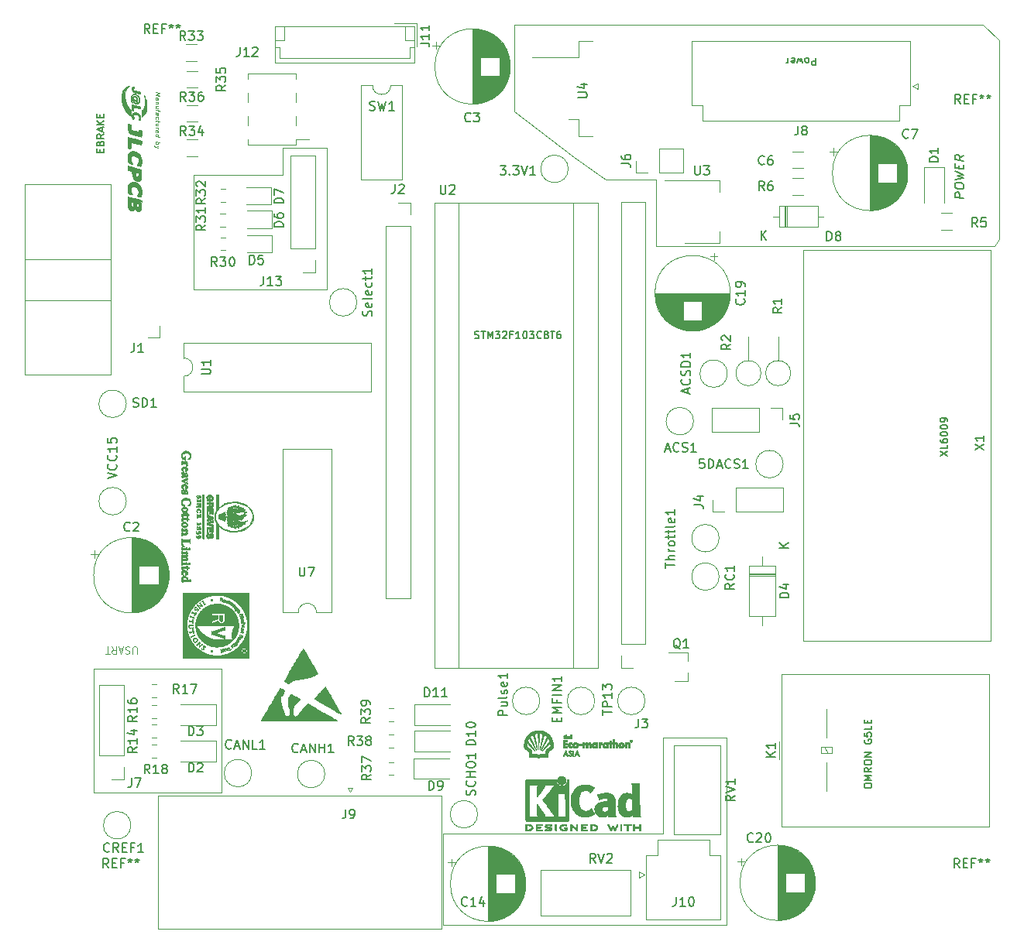
<source format=gbr>
G04 #@! TF.GenerationSoftware,KiCad,Pcbnew,(5.1.0)-1*
G04 #@! TF.CreationDate,2020-01-07T21:36:01+05:30*
G04 #@! TF.ProjectId,BLDC_STM32_proto_1,424c4443-5f53-4544-9d33-325f70726f74,rev?*
G04 #@! TF.SameCoordinates,Original*
G04 #@! TF.FileFunction,Legend,Top*
G04 #@! TF.FilePolarity,Positive*
%FSLAX46Y46*%
G04 Gerber Fmt 4.6, Leading zero omitted, Abs format (unit mm)*
G04 Created by KiCad (PCBNEW (5.1.0)-1) date 2020-01-07 21:36:01*
%MOMM*%
%LPD*%
G04 APERTURE LIST*
%ADD10C,0.125000*%
%ADD11C,0.120000*%
%ADD12C,0.200000*%
%ADD13C,0.150000*%
%ADD14C,0.010000*%
G04 APERTURE END LIST*
D10*
X77593809Y-59495944D02*
X78093809Y-59558444D01*
X77736666Y-59680468D01*
X78093809Y-59891778D01*
X77593809Y-59829278D01*
X77593809Y-60281659D02*
X77855714Y-60314397D01*
X77903333Y-60296540D01*
X77927142Y-60251897D01*
X77927142Y-60156659D01*
X77903333Y-60106063D01*
X77617619Y-60284635D02*
X77593809Y-60234040D01*
X77593809Y-60114992D01*
X77617619Y-60070349D01*
X77665238Y-60052492D01*
X77712857Y-60058444D01*
X77760476Y-60088206D01*
X77784285Y-60138802D01*
X77784285Y-60257849D01*
X77808095Y-60308444D01*
X77927142Y-60561421D02*
X77593809Y-60519754D01*
X77879523Y-60555468D02*
X77903333Y-60582254D01*
X77927142Y-60632849D01*
X77927142Y-60704278D01*
X77903333Y-60748921D01*
X77855714Y-60766778D01*
X77593809Y-60734040D01*
X77927142Y-61228087D02*
X77593809Y-61186421D01*
X77927142Y-61013802D02*
X77665238Y-60981063D01*
X77617619Y-60998921D01*
X77593809Y-61043563D01*
X77593809Y-61114992D01*
X77617619Y-61165587D01*
X77641428Y-61192373D01*
X77927142Y-61394754D02*
X77927142Y-61585230D01*
X77593809Y-61424516D02*
X78022380Y-61478087D01*
X78070000Y-61507849D01*
X78093809Y-61558444D01*
X78093809Y-61606063D01*
X77593809Y-61924516D02*
X77855714Y-61957254D01*
X77903333Y-61939397D01*
X77927142Y-61894754D01*
X77927142Y-61799516D01*
X77903333Y-61748921D01*
X77617619Y-61927492D02*
X77593809Y-61876897D01*
X77593809Y-61757849D01*
X77617619Y-61713206D01*
X77665238Y-61695349D01*
X77712857Y-61701302D01*
X77760476Y-61731063D01*
X77784285Y-61781659D01*
X77784285Y-61900706D01*
X77808095Y-61951302D01*
X77617619Y-62379873D02*
X77593809Y-62329278D01*
X77593809Y-62234040D01*
X77617619Y-62189397D01*
X77641428Y-62168563D01*
X77689047Y-62150706D01*
X77831904Y-62168563D01*
X77879523Y-62198325D01*
X77903333Y-62225111D01*
X77927142Y-62275706D01*
X77927142Y-62370944D01*
X77903333Y-62415587D01*
X77927142Y-62561421D02*
X77927142Y-62751897D01*
X78093809Y-62653683D02*
X77665238Y-62600111D01*
X77617619Y-62617968D01*
X77593809Y-62662611D01*
X77593809Y-62710230D01*
X77927142Y-63132849D02*
X77593809Y-63091183D01*
X77927142Y-62918563D02*
X77665238Y-62885825D01*
X77617619Y-62903683D01*
X77593809Y-62948325D01*
X77593809Y-63019754D01*
X77617619Y-63070349D01*
X77641428Y-63097135D01*
X77593809Y-63329278D02*
X77927142Y-63370944D01*
X77831904Y-63359040D02*
X77879523Y-63388802D01*
X77903333Y-63415587D01*
X77927142Y-63466183D01*
X77927142Y-63513802D01*
X77617619Y-63832254D02*
X77593809Y-63781659D01*
X77593809Y-63686421D01*
X77617619Y-63641778D01*
X77665238Y-63623921D01*
X77855714Y-63647730D01*
X77903333Y-63677492D01*
X77927142Y-63728087D01*
X77927142Y-63823325D01*
X77903333Y-63867968D01*
X77855714Y-63885825D01*
X77808095Y-63879873D01*
X77760476Y-63635825D01*
X77593809Y-64281659D02*
X78093809Y-64344159D01*
X77617619Y-64284635D02*
X77593809Y-64234040D01*
X77593809Y-64138802D01*
X77617619Y-64094159D01*
X77641428Y-64073325D01*
X77689047Y-64055468D01*
X77831904Y-64073325D01*
X77879523Y-64103087D01*
X77903333Y-64129873D01*
X77927142Y-64180468D01*
X77927142Y-64275706D01*
X77903333Y-64320349D01*
X77593809Y-64900706D02*
X78093809Y-64963206D01*
X77903333Y-64939397D02*
X77927142Y-64989992D01*
X77927142Y-65085230D01*
X77903333Y-65129873D01*
X77879523Y-65150706D01*
X77831904Y-65168563D01*
X77689047Y-65150706D01*
X77641428Y-65120944D01*
X77617619Y-65094159D01*
X77593809Y-65043563D01*
X77593809Y-64948325D01*
X77617619Y-64903683D01*
X77927142Y-65347135D02*
X77593809Y-65424516D01*
X77927142Y-65585230D02*
X77593809Y-65424516D01*
X77474761Y-65362016D01*
X77450952Y-65335230D01*
X77427142Y-65284635D01*
D11*
X169320000Y-76300000D02*
X132320000Y-76300000D01*
X169820000Y-75550000D02*
X169320000Y-76300000D01*
X169820000Y-53800000D02*
X169820000Y-75550000D01*
X168070000Y-52050000D02*
X116820000Y-52050000D01*
X168070000Y-52050000D02*
X169820000Y-53800000D01*
D12*
X149800952Y-55688095D02*
X149800952Y-56488095D01*
X149496190Y-56488095D01*
X149420000Y-56450000D01*
X149381904Y-56411904D01*
X149343809Y-56335714D01*
X149343809Y-56221428D01*
X149381904Y-56145238D01*
X149420000Y-56107142D01*
X149496190Y-56069047D01*
X149800952Y-56069047D01*
X148886666Y-55688095D02*
X148962857Y-55726190D01*
X149000952Y-55764285D01*
X149039047Y-55840476D01*
X149039047Y-56069047D01*
X149000952Y-56145238D01*
X148962857Y-56183333D01*
X148886666Y-56221428D01*
X148772380Y-56221428D01*
X148696190Y-56183333D01*
X148658095Y-56145238D01*
X148620000Y-56069047D01*
X148620000Y-55840476D01*
X148658095Y-55764285D01*
X148696190Y-55726190D01*
X148772380Y-55688095D01*
X148886666Y-55688095D01*
X148353333Y-56221428D02*
X148200952Y-55688095D01*
X148048571Y-56069047D01*
X147896190Y-55688095D01*
X147743809Y-56221428D01*
X147134285Y-55726190D02*
X147210476Y-55688095D01*
X147362857Y-55688095D01*
X147439047Y-55726190D01*
X147477142Y-55802380D01*
X147477142Y-56107142D01*
X147439047Y-56183333D01*
X147362857Y-56221428D01*
X147210476Y-56221428D01*
X147134285Y-56183333D01*
X147096190Y-56107142D01*
X147096190Y-56030952D01*
X147477142Y-55954761D01*
X146753333Y-55688095D02*
X146753333Y-56221428D01*
X146753333Y-56069047D02*
X146715238Y-56145238D01*
X146677142Y-56183333D01*
X146600952Y-56221428D01*
X146524761Y-56221428D01*
X155081904Y-135392857D02*
X155081904Y-135240476D01*
X155120000Y-135164285D01*
X155196190Y-135088095D01*
X155348571Y-135050000D01*
X155615238Y-135050000D01*
X155767619Y-135088095D01*
X155843809Y-135164285D01*
X155881904Y-135240476D01*
X155881904Y-135392857D01*
X155843809Y-135469047D01*
X155767619Y-135545238D01*
X155615238Y-135583333D01*
X155348571Y-135583333D01*
X155196190Y-135545238D01*
X155120000Y-135469047D01*
X155081904Y-135392857D01*
X155881904Y-134707142D02*
X155081904Y-134707142D01*
X155653333Y-134440476D01*
X155081904Y-134173809D01*
X155881904Y-134173809D01*
X155881904Y-133335714D02*
X155500952Y-133602380D01*
X155881904Y-133792857D02*
X155081904Y-133792857D01*
X155081904Y-133488095D01*
X155120000Y-133411904D01*
X155158095Y-133373809D01*
X155234285Y-133335714D01*
X155348571Y-133335714D01*
X155424761Y-133373809D01*
X155462857Y-133411904D01*
X155500952Y-133488095D01*
X155500952Y-133792857D01*
X155081904Y-132840476D02*
X155081904Y-132688095D01*
X155120000Y-132611904D01*
X155196190Y-132535714D01*
X155348571Y-132497619D01*
X155615238Y-132497619D01*
X155767619Y-132535714D01*
X155843809Y-132611904D01*
X155881904Y-132688095D01*
X155881904Y-132840476D01*
X155843809Y-132916666D01*
X155767619Y-132992857D01*
X155615238Y-133030952D01*
X155348571Y-133030952D01*
X155196190Y-132992857D01*
X155120000Y-132916666D01*
X155081904Y-132840476D01*
X155881904Y-132154761D02*
X155081904Y-132154761D01*
X155881904Y-131697619D01*
X155081904Y-131697619D01*
X155120000Y-130288095D02*
X155081904Y-130364285D01*
X155081904Y-130478571D01*
X155120000Y-130592857D01*
X155196190Y-130669047D01*
X155272380Y-130707142D01*
X155424761Y-130745238D01*
X155539047Y-130745238D01*
X155691428Y-130707142D01*
X155767619Y-130669047D01*
X155843809Y-130592857D01*
X155881904Y-130478571D01*
X155881904Y-130402380D01*
X155843809Y-130288095D01*
X155805714Y-130250000D01*
X155539047Y-130250000D01*
X155539047Y-130402380D01*
X155081904Y-129526190D02*
X155081904Y-129907142D01*
X155462857Y-129945238D01*
X155424761Y-129907142D01*
X155386666Y-129830952D01*
X155386666Y-129640476D01*
X155424761Y-129564285D01*
X155462857Y-129526190D01*
X155539047Y-129488095D01*
X155729523Y-129488095D01*
X155805714Y-129526190D01*
X155843809Y-129564285D01*
X155881904Y-129640476D01*
X155881904Y-129830952D01*
X155843809Y-129907142D01*
X155805714Y-129945238D01*
X155881904Y-128764285D02*
X155881904Y-129145238D01*
X155081904Y-129145238D01*
X155462857Y-128497619D02*
X155462857Y-128230952D01*
X155881904Y-128116666D02*
X155881904Y-128497619D01*
X155081904Y-128497619D01*
X155081904Y-128116666D01*
X163381904Y-99264285D02*
X164181904Y-98730952D01*
X163381904Y-98730952D02*
X164181904Y-99264285D01*
X164181904Y-98045238D02*
X164181904Y-98426190D01*
X163381904Y-98426190D01*
X163381904Y-97435714D02*
X163381904Y-97588095D01*
X163420000Y-97664285D01*
X163458095Y-97702380D01*
X163572380Y-97778571D01*
X163724761Y-97816666D01*
X164029523Y-97816666D01*
X164105714Y-97778571D01*
X164143809Y-97740476D01*
X164181904Y-97664285D01*
X164181904Y-97511904D01*
X164143809Y-97435714D01*
X164105714Y-97397619D01*
X164029523Y-97359523D01*
X163839047Y-97359523D01*
X163762857Y-97397619D01*
X163724761Y-97435714D01*
X163686666Y-97511904D01*
X163686666Y-97664285D01*
X163724761Y-97740476D01*
X163762857Y-97778571D01*
X163839047Y-97816666D01*
X163381904Y-96864285D02*
X163381904Y-96788095D01*
X163420000Y-96711904D01*
X163458095Y-96673809D01*
X163534285Y-96635714D01*
X163686666Y-96597619D01*
X163877142Y-96597619D01*
X164029523Y-96635714D01*
X164105714Y-96673809D01*
X164143809Y-96711904D01*
X164181904Y-96788095D01*
X164181904Y-96864285D01*
X164143809Y-96940476D01*
X164105714Y-96978571D01*
X164029523Y-97016666D01*
X163877142Y-97054761D01*
X163686666Y-97054761D01*
X163534285Y-97016666D01*
X163458095Y-96978571D01*
X163420000Y-96940476D01*
X163381904Y-96864285D01*
X163381904Y-96102380D02*
X163381904Y-96026190D01*
X163420000Y-95950000D01*
X163458095Y-95911904D01*
X163534285Y-95873809D01*
X163686666Y-95835714D01*
X163877142Y-95835714D01*
X164029523Y-95873809D01*
X164105714Y-95911904D01*
X164143809Y-95950000D01*
X164181904Y-96026190D01*
X164181904Y-96102380D01*
X164143809Y-96178571D01*
X164105714Y-96216666D01*
X164029523Y-96254761D01*
X163877142Y-96292857D01*
X163686666Y-96292857D01*
X163534285Y-96254761D01*
X163458095Y-96216666D01*
X163420000Y-96178571D01*
X163381904Y-96102380D01*
X164181904Y-95454761D02*
X164181904Y-95302380D01*
X164143809Y-95226190D01*
X164105714Y-95188095D01*
X163991428Y-95111904D01*
X163839047Y-95073809D01*
X163534285Y-95073809D01*
X163458095Y-95111904D01*
X163420000Y-95150000D01*
X163381904Y-95226190D01*
X163381904Y-95378571D01*
X163420000Y-95454761D01*
X163458095Y-95492857D01*
X163534285Y-95530952D01*
X163724761Y-95530952D01*
X163800952Y-95492857D01*
X163839047Y-95454761D01*
X163877142Y-95378571D01*
X163877142Y-95226190D01*
X163839047Y-95150000D01*
X163800952Y-95111904D01*
X163724761Y-95073809D01*
X112515238Y-86373809D02*
X112629523Y-86411904D01*
X112820000Y-86411904D01*
X112896190Y-86373809D01*
X112934285Y-86335714D01*
X112972380Y-86259523D01*
X112972380Y-86183333D01*
X112934285Y-86107142D01*
X112896190Y-86069047D01*
X112820000Y-86030952D01*
X112667619Y-85992857D01*
X112591428Y-85954761D01*
X112553333Y-85916666D01*
X112515238Y-85840476D01*
X112515238Y-85764285D01*
X112553333Y-85688095D01*
X112591428Y-85650000D01*
X112667619Y-85611904D01*
X112858095Y-85611904D01*
X112972380Y-85650000D01*
X113200952Y-85611904D02*
X113658095Y-85611904D01*
X113429523Y-86411904D02*
X113429523Y-85611904D01*
X113924761Y-86411904D02*
X113924761Y-85611904D01*
X114191428Y-86183333D01*
X114458095Y-85611904D01*
X114458095Y-86411904D01*
X114762857Y-85611904D02*
X115258095Y-85611904D01*
X114991428Y-85916666D01*
X115105714Y-85916666D01*
X115181904Y-85954761D01*
X115220000Y-85992857D01*
X115258095Y-86069047D01*
X115258095Y-86259523D01*
X115220000Y-86335714D01*
X115181904Y-86373809D01*
X115105714Y-86411904D01*
X114877142Y-86411904D01*
X114800952Y-86373809D01*
X114762857Y-86335714D01*
X115562857Y-85688095D02*
X115600952Y-85650000D01*
X115677142Y-85611904D01*
X115867619Y-85611904D01*
X115943809Y-85650000D01*
X115981904Y-85688095D01*
X116020000Y-85764285D01*
X116020000Y-85840476D01*
X115981904Y-85954761D01*
X115524761Y-86411904D01*
X116020000Y-86411904D01*
X116629523Y-85992857D02*
X116362857Y-85992857D01*
X116362857Y-86411904D02*
X116362857Y-85611904D01*
X116743809Y-85611904D01*
X117467619Y-86411904D02*
X117010476Y-86411904D01*
X117239047Y-86411904D02*
X117239047Y-85611904D01*
X117162857Y-85726190D01*
X117086666Y-85802380D01*
X117010476Y-85840476D01*
X117962857Y-85611904D02*
X118039047Y-85611904D01*
X118115238Y-85650000D01*
X118153333Y-85688095D01*
X118191428Y-85764285D01*
X118229523Y-85916666D01*
X118229523Y-86107142D01*
X118191428Y-86259523D01*
X118153333Y-86335714D01*
X118115238Y-86373809D01*
X118039047Y-86411904D01*
X117962857Y-86411904D01*
X117886666Y-86373809D01*
X117848571Y-86335714D01*
X117810476Y-86259523D01*
X117772380Y-86107142D01*
X117772380Y-85916666D01*
X117810476Y-85764285D01*
X117848571Y-85688095D01*
X117886666Y-85650000D01*
X117962857Y-85611904D01*
X118496190Y-85611904D02*
X118991428Y-85611904D01*
X118724761Y-85916666D01*
X118839047Y-85916666D01*
X118915238Y-85954761D01*
X118953333Y-85992857D01*
X118991428Y-86069047D01*
X118991428Y-86259523D01*
X118953333Y-86335714D01*
X118915238Y-86373809D01*
X118839047Y-86411904D01*
X118610476Y-86411904D01*
X118534285Y-86373809D01*
X118496190Y-86335714D01*
X119791428Y-86335714D02*
X119753333Y-86373809D01*
X119639047Y-86411904D01*
X119562857Y-86411904D01*
X119448571Y-86373809D01*
X119372380Y-86297619D01*
X119334285Y-86221428D01*
X119296190Y-86069047D01*
X119296190Y-85954761D01*
X119334285Y-85802380D01*
X119372380Y-85726190D01*
X119448571Y-85650000D01*
X119562857Y-85611904D01*
X119639047Y-85611904D01*
X119753333Y-85650000D01*
X119791428Y-85688095D01*
X120248571Y-85954761D02*
X120172380Y-85916666D01*
X120134285Y-85878571D01*
X120096190Y-85802380D01*
X120096190Y-85764285D01*
X120134285Y-85688095D01*
X120172380Y-85650000D01*
X120248571Y-85611904D01*
X120400952Y-85611904D01*
X120477142Y-85650000D01*
X120515238Y-85688095D01*
X120553333Y-85764285D01*
X120553333Y-85802380D01*
X120515238Y-85878571D01*
X120477142Y-85916666D01*
X120400952Y-85954761D01*
X120248571Y-85954761D01*
X120172380Y-85992857D01*
X120134285Y-86030952D01*
X120096190Y-86107142D01*
X120096190Y-86259523D01*
X120134285Y-86335714D01*
X120172380Y-86373809D01*
X120248571Y-86411904D01*
X120400952Y-86411904D01*
X120477142Y-86373809D01*
X120515238Y-86335714D01*
X120553333Y-86259523D01*
X120553333Y-86107142D01*
X120515238Y-86030952D01*
X120477142Y-85992857D01*
X120400952Y-85954761D01*
X120781904Y-85611904D02*
X121239047Y-85611904D01*
X121010476Y-86411904D02*
X121010476Y-85611904D01*
X121848571Y-85611904D02*
X121696190Y-85611904D01*
X121620000Y-85650000D01*
X121581904Y-85688095D01*
X121505714Y-85802380D01*
X121467619Y-85954761D01*
X121467619Y-86259523D01*
X121505714Y-86335714D01*
X121543809Y-86373809D01*
X121620000Y-86411904D01*
X121772380Y-86411904D01*
X121848571Y-86373809D01*
X121886666Y-86335714D01*
X121924761Y-86259523D01*
X121924761Y-86069047D01*
X121886666Y-85992857D01*
X121848571Y-85954761D01*
X121772380Y-85916666D01*
X121620000Y-85916666D01*
X121543809Y-85954761D01*
X121505714Y-85992857D01*
X121467619Y-86069047D01*
X71562857Y-66026190D02*
X71562857Y-65759523D01*
X71981904Y-65645238D02*
X71981904Y-66026190D01*
X71181904Y-66026190D01*
X71181904Y-65645238D01*
X71562857Y-65035714D02*
X71600952Y-64921428D01*
X71639047Y-64883333D01*
X71715238Y-64845238D01*
X71829523Y-64845238D01*
X71905714Y-64883333D01*
X71943809Y-64921428D01*
X71981904Y-64997619D01*
X71981904Y-65302380D01*
X71181904Y-65302380D01*
X71181904Y-65035714D01*
X71220000Y-64959523D01*
X71258095Y-64921428D01*
X71334285Y-64883333D01*
X71410476Y-64883333D01*
X71486666Y-64921428D01*
X71524761Y-64959523D01*
X71562857Y-65035714D01*
X71562857Y-65302380D01*
X71981904Y-64045238D02*
X71600952Y-64311904D01*
X71981904Y-64502380D02*
X71181904Y-64502380D01*
X71181904Y-64197619D01*
X71220000Y-64121428D01*
X71258095Y-64083333D01*
X71334285Y-64045238D01*
X71448571Y-64045238D01*
X71524761Y-64083333D01*
X71562857Y-64121428D01*
X71600952Y-64197619D01*
X71600952Y-64502380D01*
X71753333Y-63740476D02*
X71753333Y-63359523D01*
X71981904Y-63816666D02*
X71181904Y-63550000D01*
X71981904Y-63283333D01*
X71981904Y-63016666D02*
X71181904Y-63016666D01*
X71981904Y-62559523D02*
X71524761Y-62902380D01*
X71181904Y-62559523D02*
X71639047Y-63016666D01*
X71562857Y-62216666D02*
X71562857Y-61950000D01*
X71981904Y-61835714D02*
X71981904Y-62216666D01*
X71181904Y-62216666D01*
X71181904Y-61835714D01*
D10*
X75577142Y-120888095D02*
X75577142Y-120240476D01*
X75539047Y-120164285D01*
X75500952Y-120126190D01*
X75424761Y-120088095D01*
X75272380Y-120088095D01*
X75196190Y-120126190D01*
X75158095Y-120164285D01*
X75120000Y-120240476D01*
X75120000Y-120888095D01*
X74777142Y-120126190D02*
X74662857Y-120088095D01*
X74472380Y-120088095D01*
X74396190Y-120126190D01*
X74358095Y-120164285D01*
X74320000Y-120240476D01*
X74320000Y-120316666D01*
X74358095Y-120392857D01*
X74396190Y-120430952D01*
X74472380Y-120469047D01*
X74624761Y-120507142D01*
X74700952Y-120545238D01*
X74739047Y-120583333D01*
X74777142Y-120659523D01*
X74777142Y-120735714D01*
X74739047Y-120811904D01*
X74700952Y-120850000D01*
X74624761Y-120888095D01*
X74434285Y-120888095D01*
X74320000Y-120850000D01*
X74015238Y-120316666D02*
X73634285Y-120316666D01*
X74091428Y-120088095D02*
X73824761Y-120888095D01*
X73558095Y-120088095D01*
X72834285Y-120088095D02*
X73100952Y-120469047D01*
X73291428Y-120088095D02*
X73291428Y-120888095D01*
X72986666Y-120888095D01*
X72910476Y-120850000D01*
X72872380Y-120811904D01*
X72834285Y-120735714D01*
X72834285Y-120621428D01*
X72872380Y-120545238D01*
X72910476Y-120507142D01*
X72986666Y-120469047D01*
X73291428Y-120469047D01*
X72605714Y-120888095D02*
X72148571Y-120888095D01*
X72377142Y-120088095D02*
X72377142Y-120888095D01*
D11*
X91520000Y-65550000D02*
X91820000Y-65550000D01*
X91520000Y-68550000D02*
X91520000Y-65550000D01*
X81820000Y-68550000D02*
X91520000Y-68550000D01*
X133070000Y-130050000D02*
X133070000Y-140550000D01*
X140070000Y-130050000D02*
X133070000Y-130050000D01*
X77850000Y-150980000D02*
X108820000Y-150980000D01*
X132320000Y-69050000D02*
X132320000Y-76300000D01*
X126820000Y-69050000D02*
X132320000Y-69050000D01*
X123320000Y-66550000D02*
X126820000Y-69050000D01*
X116820000Y-61550000D02*
X123320000Y-66550000D01*
X116820000Y-52050000D02*
X116820000Y-61550000D01*
X96320000Y-65550000D02*
X91820000Y-65550000D01*
X96320000Y-81050000D02*
X96320000Y-65550000D01*
X81820000Y-81050000D02*
X96320000Y-81050000D01*
X81820000Y-68550000D02*
X81820000Y-81050000D01*
X70820000Y-136050000D02*
X70820000Y-122550000D01*
X84820000Y-136050000D02*
X70820000Y-136050000D01*
X84820000Y-122550000D02*
X84820000Y-136050000D01*
X70820000Y-122550000D02*
X84820000Y-122550000D01*
D13*
X165972380Y-71059508D02*
X164972380Y-70934508D01*
X164972380Y-70553556D01*
X165020000Y-70464270D01*
X165067619Y-70422604D01*
X165162857Y-70386889D01*
X165305714Y-70404747D01*
X165400952Y-70464270D01*
X165448571Y-70517842D01*
X165496190Y-70619032D01*
X165496190Y-70999985D01*
X164972380Y-69744032D02*
X164972380Y-69553556D01*
X165020000Y-69464270D01*
X165115238Y-69380937D01*
X165305714Y-69357127D01*
X165639047Y-69398794D01*
X165829523Y-69470223D01*
X165924761Y-69577366D01*
X165972380Y-69678556D01*
X165972380Y-69869032D01*
X165924761Y-69958318D01*
X165829523Y-70041651D01*
X165639047Y-70065461D01*
X165305714Y-70023794D01*
X165115238Y-69952366D01*
X165020000Y-69845223D01*
X164972380Y-69744032D01*
X164972380Y-68982127D02*
X165972380Y-68869032D01*
X165258095Y-68589270D01*
X165972380Y-68488080D01*
X164972380Y-68124985D01*
X165448571Y-67803556D02*
X165448571Y-67470223D01*
X165972380Y-67392842D02*
X165972380Y-67869032D01*
X164972380Y-67744032D01*
X164972380Y-67267842D01*
X165972380Y-66392842D02*
X165496190Y-66666651D01*
X165972380Y-66964270D02*
X164972380Y-66839270D01*
X164972380Y-66458318D01*
X165020000Y-66369032D01*
X165067619Y-66327366D01*
X165162857Y-66291651D01*
X165305714Y-66309508D01*
X165400952Y-66369032D01*
X165448571Y-66422604D01*
X165496190Y-66523794D01*
X165496190Y-66904747D01*
D11*
X109070000Y-140550000D02*
X109070000Y-150550000D01*
X133070000Y-140550000D02*
X109070000Y-140550000D01*
X140070000Y-150550000D02*
X140070000Y-130050000D01*
X109070000Y-150550000D02*
X140070000Y-150550000D01*
D14*
G36*
X76360694Y-59835000D02*
G01*
X76343055Y-59817361D01*
X76360694Y-59799722D01*
X76378333Y-59817361D01*
X76360694Y-59835000D01*
X76360694Y-59835000D01*
G37*
X76360694Y-59835000D02*
X76343055Y-59817361D01*
X76360694Y-59799722D01*
X76378333Y-59817361D01*
X76360694Y-59835000D01*
G36*
X76630478Y-61230406D02*
G01*
X76599338Y-61445647D01*
X76539545Y-61626877D01*
X76445139Y-61791361D01*
X76310159Y-61956366D01*
X76288216Y-61979928D01*
X76098684Y-62180972D01*
X76097397Y-61802549D01*
X76097731Y-61634200D01*
X76101901Y-61522068D01*
X76112611Y-61451824D01*
X76132563Y-61409140D01*
X76164461Y-61379685D01*
X76179023Y-61369800D01*
X76241575Y-61308984D01*
X76314888Y-61209880D01*
X76362176Y-61131299D01*
X76438138Y-60930754D01*
X76476873Y-60686269D01*
X76477105Y-60414614D01*
X76438043Y-60134861D01*
X76413920Y-60012308D01*
X76399124Y-59920178D01*
X76396558Y-59876815D01*
X76397055Y-59875898D01*
X76411922Y-59901976D01*
X76443324Y-59981886D01*
X76486248Y-60102278D01*
X76522962Y-60211037D01*
X76575249Y-60377200D01*
X76608952Y-60512314D01*
X76628114Y-60642630D01*
X76636778Y-60794400D01*
X76638922Y-60963888D01*
X76630478Y-61230406D01*
X76630478Y-61230406D01*
G37*
X76630478Y-61230406D02*
X76599338Y-61445647D01*
X76539545Y-61626877D01*
X76445139Y-61791361D01*
X76310159Y-61956366D01*
X76288216Y-61979928D01*
X76098684Y-62180972D01*
X76097397Y-61802549D01*
X76097731Y-61634200D01*
X76101901Y-61522068D01*
X76112611Y-61451824D01*
X76132563Y-61409140D01*
X76164461Y-61379685D01*
X76179023Y-61369800D01*
X76241575Y-61308984D01*
X76314888Y-61209880D01*
X76362176Y-61131299D01*
X76438138Y-60930754D01*
X76476873Y-60686269D01*
X76477105Y-60414614D01*
X76438043Y-60134861D01*
X76413920Y-60012308D01*
X76399124Y-59920178D01*
X76396558Y-59876815D01*
X76397055Y-59875898D01*
X76411922Y-59901976D01*
X76443324Y-59981886D01*
X76486248Y-60102278D01*
X76522962Y-60211037D01*
X76575249Y-60377200D01*
X76608952Y-60512314D01*
X76628114Y-60642630D01*
X76636778Y-60794400D01*
X76638922Y-60963888D01*
X76630478Y-61230406D01*
G36*
X75972639Y-61139855D02*
G01*
X75971211Y-61214423D01*
X75967769Y-61246101D01*
X75967703Y-61246111D01*
X75933419Y-61239485D01*
X75845002Y-61221631D01*
X75717416Y-61195586D01*
X75619861Y-61175555D01*
X75471107Y-61145564D01*
X75348074Y-61121908D01*
X75267271Y-61107700D01*
X75245561Y-61105000D01*
X75229130Y-61137076D01*
X75217766Y-61220574D01*
X75214166Y-61320440D01*
X75211514Y-61439253D01*
X75200994Y-61500989D01*
X75178763Y-61519014D01*
X75158365Y-61514468D01*
X75091155Y-61495432D01*
X75070170Y-61493055D01*
X75056162Y-61460357D01*
X75045202Y-61372547D01*
X75038804Y-61245052D01*
X75037778Y-61162631D01*
X75037778Y-60832207D01*
X75452291Y-60916270D01*
X75651809Y-60956790D01*
X75792543Y-60987055D01*
X75884727Y-61011460D01*
X75938595Y-61034404D01*
X75964381Y-61060284D01*
X75972318Y-61093497D01*
X75972640Y-61138439D01*
X75972639Y-61139855D01*
X75972639Y-61139855D01*
G37*
X75972639Y-61139855D02*
X75971211Y-61214423D01*
X75967769Y-61246101D01*
X75967703Y-61246111D01*
X75933419Y-61239485D01*
X75845002Y-61221631D01*
X75717416Y-61195586D01*
X75619861Y-61175555D01*
X75471107Y-61145564D01*
X75348074Y-61121908D01*
X75267271Y-61107700D01*
X75245561Y-61105000D01*
X75229130Y-61137076D01*
X75217766Y-61220574D01*
X75214166Y-61320440D01*
X75211514Y-61439253D01*
X75200994Y-61500989D01*
X75178763Y-61519014D01*
X75158365Y-61514468D01*
X75091155Y-61495432D01*
X75070170Y-61493055D01*
X75056162Y-61460357D01*
X75045202Y-61372547D01*
X75038804Y-61245052D01*
X75037778Y-61162631D01*
X75037778Y-60832207D01*
X75452291Y-60916270D01*
X75651809Y-60956790D01*
X75792543Y-60987055D01*
X75884727Y-61011460D01*
X75938595Y-61034404D01*
X75964381Y-61060284D01*
X75972318Y-61093497D01*
X75972640Y-61138439D01*
X75972639Y-61139855D01*
G36*
X75942210Y-62460362D02*
G01*
X75909728Y-62505946D01*
X75866876Y-62532103D01*
X75821289Y-62506910D01*
X75796489Y-62481097D01*
X75754430Y-62418393D01*
X75767066Y-62372791D01*
X75772389Y-62367110D01*
X75812764Y-62281314D01*
X75803010Y-62171966D01*
X75746922Y-62061016D01*
X75712576Y-62021315D01*
X75592012Y-61932191D01*
X75468700Y-61891809D01*
X75354675Y-61895116D01*
X75261971Y-61937060D01*
X75202624Y-62012590D01*
X75188668Y-62116652D01*
X75223001Y-62226838D01*
X75256171Y-62304039D01*
X75252070Y-62350733D01*
X75212968Y-62393723D01*
X75165953Y-62428374D01*
X75133748Y-62414591D01*
X75097486Y-62351707D01*
X75035075Y-62169071D01*
X75023003Y-61980597D01*
X75027204Y-61945578D01*
X75062118Y-61856948D01*
X75127812Y-61765750D01*
X75136492Y-61756740D01*
X75199168Y-61702368D01*
X75262778Y-61676609D01*
X75353986Y-61672206D01*
X75430824Y-61676635D01*
X75634846Y-61720031D01*
X75793803Y-61817653D01*
X75908190Y-61969855D01*
X75938880Y-62038929D01*
X75976176Y-62191327D01*
X75976810Y-62339438D01*
X75942210Y-62460362D01*
X75942210Y-62460362D01*
G37*
X75942210Y-62460362D02*
X75909728Y-62505946D01*
X75866876Y-62532103D01*
X75821289Y-62506910D01*
X75796489Y-62481097D01*
X75754430Y-62418393D01*
X75767066Y-62372791D01*
X75772389Y-62367110D01*
X75812764Y-62281314D01*
X75803010Y-62171966D01*
X75746922Y-62061016D01*
X75712576Y-62021315D01*
X75592012Y-61932191D01*
X75468700Y-61891809D01*
X75354675Y-61895116D01*
X75261971Y-61937060D01*
X75202624Y-62012590D01*
X75188668Y-62116652D01*
X75223001Y-62226838D01*
X75256171Y-62304039D01*
X75252070Y-62350733D01*
X75212968Y-62393723D01*
X75165953Y-62428374D01*
X75133748Y-62414591D01*
X75097486Y-62351707D01*
X75035075Y-62169071D01*
X75023003Y-61980597D01*
X75027204Y-61945578D01*
X75062118Y-61856948D01*
X75127812Y-61765750D01*
X75136492Y-61756740D01*
X75199168Y-61702368D01*
X75262778Y-61676609D01*
X75353986Y-61672206D01*
X75430824Y-61676635D01*
X75634846Y-61720031D01*
X75793803Y-61817653D01*
X75908190Y-61969855D01*
X75938880Y-62038929D01*
X75976176Y-62191327D01*
X75976810Y-62339438D01*
X75942210Y-62460362D01*
G36*
X75965468Y-59636384D02*
G01*
X75926742Y-59636084D01*
X75837027Y-59622872D01*
X75713926Y-59600366D01*
X75575042Y-59572187D01*
X75437976Y-59541953D01*
X75320330Y-59513286D01*
X75239709Y-59489804D01*
X75224852Y-59484085D01*
X75120730Y-59403104D01*
X75051258Y-59278897D01*
X75023515Y-59133183D01*
X75044578Y-58987681D01*
X75054672Y-58961875D01*
X75112520Y-58874179D01*
X75175619Y-58851227D01*
X75235348Y-58894928D01*
X75249890Y-58918610D01*
X75268177Y-58989352D01*
X75233492Y-59044602D01*
X75181001Y-59123213D01*
X75192155Y-59192452D01*
X75268655Y-59253679D01*
X75412197Y-59308250D01*
X75624482Y-59357523D01*
X75625220Y-59357663D01*
X75776457Y-59387497D01*
X75872012Y-59411576D01*
X75925657Y-59436573D01*
X75951160Y-59469162D01*
X75962294Y-59516016D01*
X75963098Y-59521405D01*
X75970009Y-59598435D01*
X75965468Y-59636384D01*
X75965468Y-59636384D01*
G37*
X75965468Y-59636384D02*
X75926742Y-59636084D01*
X75837027Y-59622872D01*
X75713926Y-59600366D01*
X75575042Y-59572187D01*
X75437976Y-59541953D01*
X75320330Y-59513286D01*
X75239709Y-59489804D01*
X75224852Y-59484085D01*
X75120730Y-59403104D01*
X75051258Y-59278897D01*
X75023515Y-59133183D01*
X75044578Y-58987681D01*
X75054672Y-58961875D01*
X75112520Y-58874179D01*
X75175619Y-58851227D01*
X75235348Y-58894928D01*
X75249890Y-58918610D01*
X75268177Y-58989352D01*
X75233492Y-59044602D01*
X75181001Y-59123213D01*
X75192155Y-59192452D01*
X75268655Y-59253679D01*
X75412197Y-59308250D01*
X75624482Y-59357523D01*
X75625220Y-59357663D01*
X75776457Y-59387497D01*
X75872012Y-59411576D01*
X75925657Y-59436573D01*
X75951160Y-59469162D01*
X75962294Y-59516016D01*
X75963098Y-59521405D01*
X75970009Y-59598435D01*
X75965468Y-59636384D01*
G36*
X75844252Y-60464819D02*
G01*
X75824573Y-60546504D01*
X75780222Y-60613025D01*
X75746047Y-60649102D01*
X75624886Y-60732431D01*
X75493876Y-60747158D01*
X75348466Y-60693655D01*
X75330532Y-60683094D01*
X75213850Y-60583095D01*
X75144090Y-60448394D01*
X75116053Y-60267421D01*
X75114994Y-60203285D01*
X75122288Y-60028797D01*
X75145309Y-59916233D01*
X75190403Y-59857590D01*
X75263913Y-59844864D01*
X75273209Y-59847026D01*
X75273209Y-59976389D01*
X75206862Y-60003830D01*
X75178997Y-60062486D01*
X75200964Y-60143459D01*
X75262134Y-60218406D01*
X75354369Y-60277381D01*
X75447343Y-60303930D01*
X75522336Y-60298790D01*
X75553638Y-60256059D01*
X75560073Y-60218329D01*
X75545489Y-60127720D01*
X75475941Y-60050759D01*
X75366685Y-59989065D01*
X75273209Y-59976389D01*
X75273209Y-59847026D01*
X75372186Y-59870051D01*
X75377707Y-59871858D01*
X75507928Y-59942640D01*
X75590014Y-60056516D01*
X75627493Y-60219711D01*
X75630664Y-60318068D01*
X75627645Y-60531021D01*
X75420833Y-60441787D01*
X75311239Y-60398715D01*
X75228874Y-60374181D01*
X75193597Y-60372977D01*
X75187729Y-60421617D01*
X75229186Y-60489277D01*
X75302690Y-60562430D01*
X75392965Y-60627550D01*
X75484735Y-60671111D01*
X75542089Y-60681534D01*
X75609162Y-60657956D01*
X75686496Y-60600477D01*
X75692020Y-60595075D01*
X75748065Y-60521866D01*
X75773660Y-60431650D01*
X75778611Y-60329359D01*
X75768510Y-60196749D01*
X75743050Y-60072148D01*
X75729437Y-60032545D01*
X75645751Y-59899974D01*
X75527846Y-59799361D01*
X75391658Y-59736459D01*
X75253122Y-59717023D01*
X75128172Y-59746810D01*
X75064609Y-59792429D01*
X75023092Y-59843259D01*
X74998923Y-59905554D01*
X74987667Y-59998911D01*
X74984886Y-60142927D01*
X74984886Y-60144599D01*
X74995051Y-60347163D01*
X75027347Y-60499325D01*
X75050109Y-60556589D01*
X75087790Y-60640354D01*
X75094809Y-60671166D01*
X75071558Y-60659423D01*
X75053439Y-60644783D01*
X74978388Y-60543585D01*
X74925552Y-60395689D01*
X74897043Y-60222029D01*
X74894973Y-60043540D01*
X74921457Y-59881156D01*
X74965671Y-59775178D01*
X75061685Y-59676940D01*
X75187911Y-59630797D01*
X75331099Y-59633267D01*
X75477998Y-59680865D01*
X75615357Y-59770111D01*
X75729923Y-59897520D01*
X75781676Y-59989654D01*
X75827560Y-60140131D01*
X75848012Y-60317371D01*
X75848392Y-60340422D01*
X75844252Y-60464819D01*
X75844252Y-60464819D01*
G37*
X75844252Y-60464819D02*
X75824573Y-60546504D01*
X75780222Y-60613025D01*
X75746047Y-60649102D01*
X75624886Y-60732431D01*
X75493876Y-60747158D01*
X75348466Y-60693655D01*
X75330532Y-60683094D01*
X75213850Y-60583095D01*
X75144090Y-60448394D01*
X75116053Y-60267421D01*
X75114994Y-60203285D01*
X75122288Y-60028797D01*
X75145309Y-59916233D01*
X75190403Y-59857590D01*
X75263913Y-59844864D01*
X75273209Y-59847026D01*
X75273209Y-59976389D01*
X75206862Y-60003830D01*
X75178997Y-60062486D01*
X75200964Y-60143459D01*
X75262134Y-60218406D01*
X75354369Y-60277381D01*
X75447343Y-60303930D01*
X75522336Y-60298790D01*
X75553638Y-60256059D01*
X75560073Y-60218329D01*
X75545489Y-60127720D01*
X75475941Y-60050759D01*
X75366685Y-59989065D01*
X75273209Y-59976389D01*
X75273209Y-59847026D01*
X75372186Y-59870051D01*
X75377707Y-59871858D01*
X75507928Y-59942640D01*
X75590014Y-60056516D01*
X75627493Y-60219711D01*
X75630664Y-60318068D01*
X75627645Y-60531021D01*
X75420833Y-60441787D01*
X75311239Y-60398715D01*
X75228874Y-60374181D01*
X75193597Y-60372977D01*
X75187729Y-60421617D01*
X75229186Y-60489277D01*
X75302690Y-60562430D01*
X75392965Y-60627550D01*
X75484735Y-60671111D01*
X75542089Y-60681534D01*
X75609162Y-60657956D01*
X75686496Y-60600477D01*
X75692020Y-60595075D01*
X75748065Y-60521866D01*
X75773660Y-60431650D01*
X75778611Y-60329359D01*
X75768510Y-60196749D01*
X75743050Y-60072148D01*
X75729437Y-60032545D01*
X75645751Y-59899974D01*
X75527846Y-59799361D01*
X75391658Y-59736459D01*
X75253122Y-59717023D01*
X75128172Y-59746810D01*
X75064609Y-59792429D01*
X75023092Y-59843259D01*
X74998923Y-59905554D01*
X74987667Y-59998911D01*
X74984886Y-60142927D01*
X74984886Y-60144599D01*
X74995051Y-60347163D01*
X75027347Y-60499325D01*
X75050109Y-60556589D01*
X75087790Y-60640354D01*
X75094809Y-60671166D01*
X75071558Y-60659423D01*
X75053439Y-60644783D01*
X74978388Y-60543585D01*
X74925552Y-60395689D01*
X74897043Y-60222029D01*
X74894973Y-60043540D01*
X74921457Y-59881156D01*
X74965671Y-59775178D01*
X75061685Y-59676940D01*
X75187911Y-59630797D01*
X75331099Y-59633267D01*
X75477998Y-59680865D01*
X75615357Y-59770111D01*
X75729923Y-59897520D01*
X75781676Y-59989654D01*
X75827560Y-60140131D01*
X75848012Y-60317371D01*
X75848392Y-60340422D01*
X75844252Y-60464819D01*
G36*
X76060434Y-71751524D02*
G01*
X76046106Y-72005090D01*
X76022086Y-72196310D01*
X75984667Y-72333139D01*
X75930142Y-72423533D01*
X75854800Y-72475448D01*
X75754936Y-72496839D01*
X75712221Y-72498600D01*
X75613117Y-72482341D01*
X75522505Y-72422147D01*
X75480734Y-72380776D01*
X75368555Y-72261831D01*
X75294030Y-72345499D01*
X75214927Y-72406220D01*
X75106970Y-72428351D01*
X75071574Y-72429166D01*
X74921259Y-72395818D01*
X74788869Y-72302682D01*
X74684786Y-72160121D01*
X74619394Y-71978500D01*
X74619209Y-71977638D01*
X74605766Y-71883757D01*
X74594690Y-71747985D01*
X74586277Y-71585657D01*
X74580823Y-71412109D01*
X74578624Y-71242678D01*
X74579978Y-71092698D01*
X74585180Y-70977506D01*
X74594526Y-70912438D01*
X74598477Y-70904671D01*
X74621538Y-70903071D01*
X74680655Y-70912422D01*
X74780752Y-70933917D01*
X74923125Y-70967884D01*
X74923125Y-71441585D01*
X74904624Y-71472390D01*
X74897257Y-71550029D01*
X74900223Y-71651799D01*
X74912726Y-71754995D01*
X74933968Y-71836911D01*
X74937298Y-71844745D01*
X74996357Y-71922880D01*
X75072039Y-71961143D01*
X75141572Y-71949473D01*
X75152976Y-71940023D01*
X75176760Y-71885749D01*
X75197461Y-71786771D01*
X75206478Y-71710013D01*
X75222439Y-71517544D01*
X75086011Y-71479663D01*
X74993116Y-71455514D01*
X74931060Y-71442374D01*
X74923125Y-71441585D01*
X74923125Y-70967884D01*
X74926758Y-70968751D01*
X75123600Y-71018116D01*
X75376204Y-71083207D01*
X75504175Y-71116706D01*
X75504175Y-71582500D01*
X75492050Y-71612317D01*
X75496663Y-71686457D01*
X75513545Y-71781950D01*
X75538223Y-71875825D01*
X75566227Y-71945113D01*
X75577924Y-71961376D01*
X75648399Y-72003429D01*
X75703378Y-71981088D01*
X75736514Y-71899920D01*
X75743333Y-71816363D01*
X75738517Y-71716874D01*
X75714729Y-71663157D01*
X75657959Y-71630604D01*
X75632236Y-71621228D01*
X75551811Y-71594794D01*
X75505638Y-71582595D01*
X75504175Y-71582500D01*
X75504175Y-71116706D01*
X75689497Y-71165218D01*
X75866805Y-71211980D01*
X76078472Y-71267910D01*
X76060434Y-71751524D01*
X76060434Y-71751524D01*
G37*
X76060434Y-71751524D02*
X76046106Y-72005090D01*
X76022086Y-72196310D01*
X75984667Y-72333139D01*
X75930142Y-72423533D01*
X75854800Y-72475448D01*
X75754936Y-72496839D01*
X75712221Y-72498600D01*
X75613117Y-72482341D01*
X75522505Y-72422147D01*
X75480734Y-72380776D01*
X75368555Y-72261831D01*
X75294030Y-72345499D01*
X75214927Y-72406220D01*
X75106970Y-72428351D01*
X75071574Y-72429166D01*
X74921259Y-72395818D01*
X74788869Y-72302682D01*
X74684786Y-72160121D01*
X74619394Y-71978500D01*
X74619209Y-71977638D01*
X74605766Y-71883757D01*
X74594690Y-71747985D01*
X74586277Y-71585657D01*
X74580823Y-71412109D01*
X74578624Y-71242678D01*
X74579978Y-71092698D01*
X74585180Y-70977506D01*
X74594526Y-70912438D01*
X74598477Y-70904671D01*
X74621538Y-70903071D01*
X74680655Y-70912422D01*
X74780752Y-70933917D01*
X74923125Y-70967884D01*
X74923125Y-71441585D01*
X74904624Y-71472390D01*
X74897257Y-71550029D01*
X74900223Y-71651799D01*
X74912726Y-71754995D01*
X74933968Y-71836911D01*
X74937298Y-71844745D01*
X74996357Y-71922880D01*
X75072039Y-71961143D01*
X75141572Y-71949473D01*
X75152976Y-71940023D01*
X75176760Y-71885749D01*
X75197461Y-71786771D01*
X75206478Y-71710013D01*
X75222439Y-71517544D01*
X75086011Y-71479663D01*
X74993116Y-71455514D01*
X74931060Y-71442374D01*
X74923125Y-71441585D01*
X74923125Y-70967884D01*
X74926758Y-70968751D01*
X75123600Y-71018116D01*
X75376204Y-71083207D01*
X75504175Y-71116706D01*
X75504175Y-71582500D01*
X75492050Y-71612317D01*
X75496663Y-71686457D01*
X75513545Y-71781950D01*
X75538223Y-71875825D01*
X75566227Y-71945113D01*
X75577924Y-71961376D01*
X75648399Y-72003429D01*
X75703378Y-71981088D01*
X75736514Y-71899920D01*
X75743333Y-71816363D01*
X75738517Y-71716874D01*
X75714729Y-71663157D01*
X75657959Y-71630604D01*
X75632236Y-71621228D01*
X75551811Y-71594794D01*
X75505638Y-71582595D01*
X75504175Y-71582500D01*
X75504175Y-71116706D01*
X75689497Y-71165218D01*
X75866805Y-71211980D01*
X76078472Y-71267910D01*
X76060434Y-71751524D01*
G36*
X76057028Y-68607525D02*
G01*
X76045235Y-68787002D01*
X76024893Y-68909548D01*
X76010696Y-68953095D01*
X75923162Y-69077552D01*
X75791933Y-69154401D01*
X75631355Y-69176151D01*
X75590715Y-69172430D01*
X75419400Y-69121060D01*
X75282390Y-69015688D01*
X75177615Y-68853309D01*
X75103000Y-68630919D01*
X75063688Y-68408234D01*
X75042840Y-68268570D01*
X75020520Y-68160098D01*
X75000242Y-68098418D01*
X74991981Y-68090000D01*
X74942910Y-68080782D01*
X74849755Y-68057031D01*
X74769804Y-68034580D01*
X74579166Y-67979160D01*
X74579166Y-67748243D01*
X74581379Y-67624147D01*
X74590701Y-67556476D01*
X74611159Y-67531164D01*
X74640903Y-67532594D01*
X74693019Y-67545780D01*
X74801936Y-67573541D01*
X74956109Y-67612930D01*
X75143996Y-67660995D01*
X75354053Y-67714789D01*
X75381736Y-67721883D01*
X75440967Y-67737061D01*
X75440967Y-68207629D01*
X75404956Y-68220558D01*
X75388101Y-68281736D01*
X75389273Y-68371836D01*
X75407346Y-68471528D01*
X75441190Y-68561486D01*
X75463671Y-68596770D01*
X75552225Y-68676669D01*
X75632440Y-68690612D01*
X75696131Y-68643195D01*
X75735113Y-68539018D01*
X75743333Y-68439648D01*
X75740309Y-68338770D01*
X75721647Y-68286850D01*
X75672963Y-68262305D01*
X75617356Y-68250607D01*
X75518638Y-68229459D01*
X75445736Y-68209369D01*
X75440967Y-68207629D01*
X75440967Y-67737061D01*
X76060833Y-67895903D01*
X76060833Y-68364501D01*
X76057028Y-68607525D01*
X76057028Y-68607525D01*
G37*
X76057028Y-68607525D02*
X76045235Y-68787002D01*
X76024893Y-68909548D01*
X76010696Y-68953095D01*
X75923162Y-69077552D01*
X75791933Y-69154401D01*
X75631355Y-69176151D01*
X75590715Y-69172430D01*
X75419400Y-69121060D01*
X75282390Y-69015688D01*
X75177615Y-68853309D01*
X75103000Y-68630919D01*
X75063688Y-68408234D01*
X75042840Y-68268570D01*
X75020520Y-68160098D01*
X75000242Y-68098418D01*
X74991981Y-68090000D01*
X74942910Y-68080782D01*
X74849755Y-68057031D01*
X74769804Y-68034580D01*
X74579166Y-67979160D01*
X74579166Y-67748243D01*
X74581379Y-67624147D01*
X74590701Y-67556476D01*
X74611159Y-67531164D01*
X74640903Y-67532594D01*
X74693019Y-67545780D01*
X74801936Y-67573541D01*
X74956109Y-67612930D01*
X75143996Y-67660995D01*
X75354053Y-67714789D01*
X75381736Y-67721883D01*
X75440967Y-67737061D01*
X75440967Y-68207629D01*
X75404956Y-68220558D01*
X75388101Y-68281736D01*
X75389273Y-68371836D01*
X75407346Y-68471528D01*
X75441190Y-68561486D01*
X75463671Y-68596770D01*
X75552225Y-68676669D01*
X75632440Y-68690612D01*
X75696131Y-68643195D01*
X75735113Y-68539018D01*
X75743333Y-68439648D01*
X75740309Y-68338770D01*
X75721647Y-68286850D01*
X75672963Y-68262305D01*
X75617356Y-68250607D01*
X75518638Y-68229459D01*
X75445736Y-68209369D01*
X75440967Y-68207629D01*
X75440967Y-67737061D01*
X76060833Y-67895903D01*
X76060833Y-68364501D01*
X76057028Y-68607525D01*
G36*
X76066642Y-64972660D02*
G01*
X76055685Y-65088088D01*
X76038678Y-65169125D01*
X76020751Y-65197222D01*
X75974930Y-65188887D01*
X75875873Y-65166392D01*
X75738586Y-65133504D01*
X75578075Y-65093987D01*
X75409344Y-65051607D01*
X75247398Y-65010130D01*
X75107244Y-64973321D01*
X75003885Y-64944945D01*
X74954551Y-64929663D01*
X74928756Y-64926794D01*
X74911926Y-64949418D01*
X74902204Y-65008816D01*
X74897736Y-65116270D01*
X74896666Y-65281642D01*
X74894344Y-65434511D01*
X74888058Y-65557180D01*
X74878835Y-65635158D01*
X74870208Y-65655636D01*
X74821792Y-65646800D01*
X74735106Y-65625156D01*
X74711458Y-65618700D01*
X74579166Y-65581961D01*
X74579166Y-64983897D01*
X74580946Y-64740550D01*
X74586461Y-64563661D01*
X74595979Y-64449216D01*
X74609765Y-64393202D01*
X74618843Y-64385833D01*
X74663637Y-64394222D01*
X74765953Y-64417651D01*
X74915000Y-64453514D01*
X75099986Y-64499201D01*
X75310122Y-64552107D01*
X75368496Y-64566966D01*
X76078472Y-64748098D01*
X76066642Y-64972660D01*
X76066642Y-64972660D01*
G37*
X76066642Y-64972660D02*
X76055685Y-65088088D01*
X76038678Y-65169125D01*
X76020751Y-65197222D01*
X75974930Y-65188887D01*
X75875873Y-65166392D01*
X75738586Y-65133504D01*
X75578075Y-65093987D01*
X75409344Y-65051607D01*
X75247398Y-65010130D01*
X75107244Y-64973321D01*
X75003885Y-64944945D01*
X74954551Y-64929663D01*
X74928756Y-64926794D01*
X74911926Y-64949418D01*
X74902204Y-65008816D01*
X74897736Y-65116270D01*
X74896666Y-65281642D01*
X74894344Y-65434511D01*
X74888058Y-65557180D01*
X74878835Y-65635158D01*
X74870208Y-65655636D01*
X74821792Y-65646800D01*
X74735106Y-65625156D01*
X74711458Y-65618700D01*
X74579166Y-65581961D01*
X74579166Y-64983897D01*
X74580946Y-64740550D01*
X74586461Y-64563661D01*
X74595979Y-64449216D01*
X74609765Y-64393202D01*
X74618843Y-64385833D01*
X74663637Y-64394222D01*
X74765953Y-64417651D01*
X74915000Y-64453514D01*
X75099986Y-64499201D01*
X75310122Y-64552107D01*
X75368496Y-64566966D01*
X76078472Y-64748098D01*
X76066642Y-64972660D01*
G36*
X76077001Y-70529832D02*
G01*
X76055948Y-70673771D01*
X76028664Y-70796554D01*
X75998142Y-70881565D01*
X75968263Y-70912222D01*
X75917720Y-70902676D01*
X75830714Y-70878825D01*
X75729979Y-70847846D01*
X75638247Y-70816920D01*
X75578251Y-70793225D01*
X75566944Y-70785490D01*
X75584748Y-70749440D01*
X75630174Y-70675050D01*
X75663958Y-70623000D01*
X75747214Y-70442507D01*
X75766770Y-70259852D01*
X75725202Y-70087569D01*
X75625084Y-69938190D01*
X75503743Y-69843120D01*
X75380688Y-69795655D01*
X75237067Y-69775553D01*
X75098584Y-69783169D01*
X74990942Y-69818859D01*
X74967815Y-69835713D01*
X74913056Y-69928713D01*
X74893340Y-70064391D01*
X74908098Y-70224513D01*
X74956762Y-70390849D01*
X74987233Y-70458291D01*
X75033233Y-70558354D01*
X75058053Y-70631330D01*
X75058401Y-70656413D01*
X75016346Y-70658783D01*
X74929050Y-70644109D01*
X74856566Y-70626447D01*
X74746746Y-70591771D01*
X74683428Y-70551373D01*
X74643772Y-70486498D01*
X74624607Y-70435972D01*
X74590485Y-70299230D01*
X74567429Y-70129721D01*
X74557410Y-69955149D01*
X74562396Y-69803222D01*
X74574439Y-69730416D01*
X74646682Y-69540035D01*
X74752360Y-69408666D01*
X74899685Y-69329427D01*
X75093367Y-69295655D01*
X75353895Y-69310031D01*
X75582799Y-69385053D01*
X75775219Y-69516081D01*
X75926293Y-69698479D01*
X76031158Y-69927609D01*
X76084953Y-70198832D01*
X76088444Y-70244942D01*
X76088830Y-70381351D01*
X76077001Y-70529832D01*
X76077001Y-70529832D01*
G37*
X76077001Y-70529832D02*
X76055948Y-70673771D01*
X76028664Y-70796554D01*
X75998142Y-70881565D01*
X75968263Y-70912222D01*
X75917720Y-70902676D01*
X75830714Y-70878825D01*
X75729979Y-70847846D01*
X75638247Y-70816920D01*
X75578251Y-70793225D01*
X75566944Y-70785490D01*
X75584748Y-70749440D01*
X75630174Y-70675050D01*
X75663958Y-70623000D01*
X75747214Y-70442507D01*
X75766770Y-70259852D01*
X75725202Y-70087569D01*
X75625084Y-69938190D01*
X75503743Y-69843120D01*
X75380688Y-69795655D01*
X75237067Y-69775553D01*
X75098584Y-69783169D01*
X74990942Y-69818859D01*
X74967815Y-69835713D01*
X74913056Y-69928713D01*
X74893340Y-70064391D01*
X74908098Y-70224513D01*
X74956762Y-70390849D01*
X74987233Y-70458291D01*
X75033233Y-70558354D01*
X75058053Y-70631330D01*
X75058401Y-70656413D01*
X75016346Y-70658783D01*
X74929050Y-70644109D01*
X74856566Y-70626447D01*
X74746746Y-70591771D01*
X74683428Y-70551373D01*
X74643772Y-70486498D01*
X74624607Y-70435972D01*
X74590485Y-70299230D01*
X74567429Y-70129721D01*
X74557410Y-69955149D01*
X74562396Y-69803222D01*
X74574439Y-69730416D01*
X74646682Y-69540035D01*
X74752360Y-69408666D01*
X74899685Y-69329427D01*
X75093367Y-69295655D01*
X75353895Y-69310031D01*
X75582799Y-69385053D01*
X75775219Y-69516081D01*
X75926293Y-69698479D01*
X76031158Y-69927609D01*
X76084953Y-70198832D01*
X76088444Y-70244942D01*
X76088830Y-70381351D01*
X76077001Y-70529832D01*
G36*
X76087069Y-67143967D02*
G01*
X76062636Y-67298561D01*
X76026851Y-67426575D01*
X75983754Y-67514403D01*
X75937383Y-67548439D01*
X75926647Y-67547219D01*
X75856198Y-67526988D01*
X75752655Y-67497230D01*
X75716875Y-67486943D01*
X75626488Y-67457091D01*
X75573096Y-67431993D01*
X75566944Y-67424853D01*
X75585349Y-67387206D01*
X75632148Y-67312840D01*
X75663958Y-67265884D01*
X75737978Y-67110155D01*
X75765135Y-66938723D01*
X75744571Y-66774594D01*
X75686729Y-66655017D01*
X75570730Y-66541686D01*
X75425965Y-66461166D01*
X75270411Y-66417814D01*
X75122049Y-66415988D01*
X74998855Y-66460047D01*
X74970977Y-66481509D01*
X74913315Y-66577290D01*
X74892330Y-66714481D01*
X74907442Y-66874576D01*
X74958072Y-67039068D01*
X74990564Y-67106444D01*
X75038288Y-67204501D01*
X75062962Y-67276596D01*
X75062185Y-67301241D01*
X75018545Y-67304946D01*
X74930138Y-67290690D01*
X74856449Y-67272481D01*
X74746056Y-67236725D01*
X74682292Y-67195697D01*
X74642486Y-67130861D01*
X74624037Y-67082458D01*
X74589960Y-66945633D01*
X74567116Y-66775525D01*
X74557458Y-66600150D01*
X74562940Y-66447523D01*
X74574806Y-66376581D01*
X74651598Y-66179675D01*
X74766530Y-66041474D01*
X74923483Y-65959025D01*
X75126338Y-65929376D01*
X75162650Y-65929324D01*
X75413858Y-65965213D01*
X75634107Y-66060707D01*
X75817859Y-66209595D01*
X75959576Y-66405666D01*
X76053722Y-66642708D01*
X76094759Y-66914510D01*
X76096111Y-66976398D01*
X76087069Y-67143967D01*
X76087069Y-67143967D01*
G37*
X76087069Y-67143967D02*
X76062636Y-67298561D01*
X76026851Y-67426575D01*
X75983754Y-67514403D01*
X75937383Y-67548439D01*
X75926647Y-67547219D01*
X75856198Y-67526988D01*
X75752655Y-67497230D01*
X75716875Y-67486943D01*
X75626488Y-67457091D01*
X75573096Y-67431993D01*
X75566944Y-67424853D01*
X75585349Y-67387206D01*
X75632148Y-67312840D01*
X75663958Y-67265884D01*
X75737978Y-67110155D01*
X75765135Y-66938723D01*
X75744571Y-66774594D01*
X75686729Y-66655017D01*
X75570730Y-66541686D01*
X75425965Y-66461166D01*
X75270411Y-66417814D01*
X75122049Y-66415988D01*
X74998855Y-66460047D01*
X74970977Y-66481509D01*
X74913315Y-66577290D01*
X74892330Y-66714481D01*
X74907442Y-66874576D01*
X74958072Y-67039068D01*
X74990564Y-67106444D01*
X75038288Y-67204501D01*
X75062962Y-67276596D01*
X75062185Y-67301241D01*
X75018545Y-67304946D01*
X74930138Y-67290690D01*
X74856449Y-67272481D01*
X74746056Y-67236725D01*
X74682292Y-67195697D01*
X74642486Y-67130861D01*
X74624037Y-67082458D01*
X74589960Y-66945633D01*
X74567116Y-66775525D01*
X74557458Y-66600150D01*
X74562940Y-66447523D01*
X74574806Y-66376581D01*
X74651598Y-66179675D01*
X74766530Y-66041474D01*
X74923483Y-65959025D01*
X75126338Y-65929376D01*
X75162650Y-65929324D01*
X75413858Y-65965213D01*
X75634107Y-66060707D01*
X75817859Y-66209595D01*
X75959576Y-66405666D01*
X76053722Y-66642708D01*
X76094759Y-66914510D01*
X76096111Y-66976398D01*
X76087069Y-67143967D01*
G36*
X76072418Y-63986173D02*
G01*
X76068451Y-64132191D01*
X76062765Y-64249141D01*
X76056278Y-64320856D01*
X76052599Y-64335271D01*
X76015703Y-64331198D01*
X75922216Y-64311232D01*
X75783608Y-64278090D01*
X75611344Y-64234488D01*
X75466480Y-64196428D01*
X75217120Y-64126931D01*
X75026878Y-64065203D01*
X74885610Y-64005580D01*
X74783170Y-63942398D01*
X74709412Y-63869994D01*
X74654190Y-63782702D01*
X74629194Y-63728991D01*
X74598069Y-63618492D01*
X74574652Y-63464509D01*
X74561375Y-63293914D01*
X74560669Y-63133581D01*
X74567765Y-63049994D01*
X74581896Y-62975432D01*
X74610899Y-62945291D01*
X74676807Y-62946430D01*
X74728273Y-62954270D01*
X74825359Y-62972686D01*
X74891021Y-62990397D01*
X74900343Y-62994633D01*
X74912779Y-63036688D01*
X74913238Y-63124562D01*
X74907962Y-63184422D01*
X74897123Y-63331560D01*
X74910411Y-63442222D01*
X74956681Y-63525617D01*
X75044790Y-63590952D01*
X75183594Y-63647435D01*
X75381951Y-63704273D01*
X75416562Y-63713188D01*
X75574647Y-63753114D01*
X75675985Y-63775016D01*
X75732304Y-63777897D01*
X75755326Y-63760761D01*
X75756778Y-63722608D01*
X75751506Y-63684690D01*
X75736620Y-63583269D01*
X75907546Y-63617055D01*
X76078472Y-63650840D01*
X76072418Y-63986173D01*
X76072418Y-63986173D01*
G37*
X76072418Y-63986173D02*
X76068451Y-64132191D01*
X76062765Y-64249141D01*
X76056278Y-64320856D01*
X76052599Y-64335271D01*
X76015703Y-64331198D01*
X75922216Y-64311232D01*
X75783608Y-64278090D01*
X75611344Y-64234488D01*
X75466480Y-64196428D01*
X75217120Y-64126931D01*
X75026878Y-64065203D01*
X74885610Y-64005580D01*
X74783170Y-63942398D01*
X74709412Y-63869994D01*
X74654190Y-63782702D01*
X74629194Y-63728991D01*
X74598069Y-63618492D01*
X74574652Y-63464509D01*
X74561375Y-63293914D01*
X74560669Y-63133581D01*
X74567765Y-63049994D01*
X74581896Y-62975432D01*
X74610899Y-62945291D01*
X74676807Y-62946430D01*
X74728273Y-62954270D01*
X74825359Y-62972686D01*
X74891021Y-62990397D01*
X74900343Y-62994633D01*
X74912779Y-63036688D01*
X74913238Y-63124562D01*
X74907962Y-63184422D01*
X74897123Y-63331560D01*
X74910411Y-63442222D01*
X74956681Y-63525617D01*
X75044790Y-63590952D01*
X75183594Y-63647435D01*
X75381951Y-63704273D01*
X75416562Y-63713188D01*
X75574647Y-63753114D01*
X75675985Y-63775016D01*
X75732304Y-63777897D01*
X75755326Y-63760761D01*
X75756778Y-63722608D01*
X75751506Y-63684690D01*
X75736620Y-63583269D01*
X75907546Y-63617055D01*
X76078472Y-63650840D01*
X76072418Y-63986173D01*
G36*
X74822496Y-62033036D02*
G01*
X74707134Y-61946589D01*
X74572578Y-61816053D01*
X74434214Y-61658839D01*
X74307431Y-61492357D01*
X74212443Y-61342756D01*
X74086062Y-61069727D01*
X73987738Y-60762915D01*
X73921380Y-60442805D01*
X73890898Y-60129883D01*
X73900198Y-59844634D01*
X73911607Y-59765949D01*
X73990614Y-59476218D01*
X74115176Y-59228081D01*
X74280428Y-59027769D01*
X74481507Y-58881515D01*
X74658061Y-58809552D01*
X74706060Y-58798917D01*
X74714012Y-58810361D01*
X74677473Y-58851656D01*
X74591998Y-58930575D01*
X74585538Y-58936387D01*
X74425189Y-59114011D01*
X74316497Y-59317385D01*
X74253855Y-59559474D01*
X74235011Y-59746805D01*
X74244186Y-60076295D01*
X74303009Y-60400368D01*
X74406473Y-60704789D01*
X74549569Y-60975319D01*
X74727291Y-61197725D01*
X74754702Y-61224260D01*
X74931944Y-61390049D01*
X74931944Y-62096766D01*
X74822496Y-62033036D01*
X74822496Y-62033036D01*
G37*
X74822496Y-62033036D02*
X74707134Y-61946589D01*
X74572578Y-61816053D01*
X74434214Y-61658839D01*
X74307431Y-61492357D01*
X74212443Y-61342756D01*
X74086062Y-61069727D01*
X73987738Y-60762915D01*
X73921380Y-60442805D01*
X73890898Y-60129883D01*
X73900198Y-59844634D01*
X73911607Y-59765949D01*
X73990614Y-59476218D01*
X74115176Y-59228081D01*
X74280428Y-59027769D01*
X74481507Y-58881515D01*
X74658061Y-58809552D01*
X74706060Y-58798917D01*
X74714012Y-58810361D01*
X74677473Y-58851656D01*
X74591998Y-58930575D01*
X74585538Y-58936387D01*
X74425189Y-59114011D01*
X74316497Y-59317385D01*
X74253855Y-59559474D01*
X74235011Y-59746805D01*
X74244186Y-60076295D01*
X74303009Y-60400368D01*
X74406473Y-60704789D01*
X74549569Y-60975319D01*
X74727291Y-61197725D01*
X74754702Y-61224260D01*
X74931944Y-61390049D01*
X74931944Y-62096766D01*
X74822496Y-62033036D01*
D11*
X87720000Y-60540000D02*
X87720000Y-59520000D01*
X92920000Y-60540000D02*
X92920000Y-59520000D01*
X87720000Y-63080000D02*
X87720000Y-62060000D01*
X92920000Y-63080000D02*
X92920000Y-62060000D01*
X87720000Y-58000000D02*
X87720000Y-57430000D01*
X92920000Y-58000000D02*
X92920000Y-57430000D01*
X87720000Y-65170000D02*
X87720000Y-64600000D01*
X92920000Y-65170000D02*
X92920000Y-64600000D01*
X94360000Y-64600000D02*
X92920000Y-64600000D01*
X92920000Y-57430000D02*
X87720000Y-57430000D01*
X92920000Y-65170000D02*
X87720000Y-65170000D01*
D14*
G36*
X130548823Y-139524533D02*
G01*
X130580202Y-139546776D01*
X130607911Y-139574485D01*
X130607911Y-139883920D01*
X130607838Y-139975799D01*
X130607495Y-140047840D01*
X130606692Y-140102780D01*
X130605241Y-140143360D01*
X130602952Y-140172317D01*
X130599636Y-140192391D01*
X130595105Y-140206321D01*
X130589169Y-140216845D01*
X130584514Y-140223100D01*
X130553783Y-140247673D01*
X130518496Y-140250341D01*
X130486245Y-140235271D01*
X130475588Y-140226374D01*
X130468464Y-140214557D01*
X130464167Y-140195526D01*
X130461991Y-140164992D01*
X130461228Y-140118662D01*
X130461155Y-140082871D01*
X130461155Y-139948045D01*
X129964444Y-139948045D01*
X129964444Y-140070700D01*
X129963931Y-140126787D01*
X129961876Y-140165333D01*
X129957508Y-140191361D01*
X129950056Y-140209897D01*
X129941047Y-140223100D01*
X129910144Y-140247604D01*
X129875196Y-140250506D01*
X129841738Y-140233089D01*
X129832604Y-140223959D01*
X129826152Y-140211855D01*
X129821897Y-140193001D01*
X129819352Y-140163620D01*
X129818029Y-140119937D01*
X129817443Y-140058175D01*
X129817375Y-140044000D01*
X129816891Y-139927631D01*
X129816641Y-139831727D01*
X129816723Y-139754177D01*
X129817231Y-139692869D01*
X129818262Y-139645690D01*
X129819913Y-139610530D01*
X129822279Y-139585276D01*
X129825457Y-139567817D01*
X129829544Y-139556041D01*
X129834634Y-139547835D01*
X129840266Y-139541645D01*
X129872128Y-139521844D01*
X129905357Y-139524533D01*
X129936735Y-139546776D01*
X129949433Y-139561126D01*
X129957526Y-139576978D01*
X129962042Y-139599554D01*
X129964006Y-139634078D01*
X129964444Y-139685776D01*
X129964444Y-139801289D01*
X130461155Y-139801289D01*
X130461155Y-139682756D01*
X130461662Y-139628148D01*
X130463698Y-139591275D01*
X130468035Y-139567307D01*
X130475447Y-139551415D01*
X130483733Y-139541645D01*
X130515594Y-139521844D01*
X130548823Y-139524533D01*
X130548823Y-139524533D01*
G37*
X130548823Y-139524533D02*
X130580202Y-139546776D01*
X130607911Y-139574485D01*
X130607911Y-139883920D01*
X130607838Y-139975799D01*
X130607495Y-140047840D01*
X130606692Y-140102780D01*
X130605241Y-140143360D01*
X130602952Y-140172317D01*
X130599636Y-140192391D01*
X130595105Y-140206321D01*
X130589169Y-140216845D01*
X130584514Y-140223100D01*
X130553783Y-140247673D01*
X130518496Y-140250341D01*
X130486245Y-140235271D01*
X130475588Y-140226374D01*
X130468464Y-140214557D01*
X130464167Y-140195526D01*
X130461991Y-140164992D01*
X130461228Y-140118662D01*
X130461155Y-140082871D01*
X130461155Y-139948045D01*
X129964444Y-139948045D01*
X129964444Y-140070700D01*
X129963931Y-140126787D01*
X129961876Y-140165333D01*
X129957508Y-140191361D01*
X129950056Y-140209897D01*
X129941047Y-140223100D01*
X129910144Y-140247604D01*
X129875196Y-140250506D01*
X129841738Y-140233089D01*
X129832604Y-140223959D01*
X129826152Y-140211855D01*
X129821897Y-140193001D01*
X129819352Y-140163620D01*
X129818029Y-140119937D01*
X129817443Y-140058175D01*
X129817375Y-140044000D01*
X129816891Y-139927631D01*
X129816641Y-139831727D01*
X129816723Y-139754177D01*
X129817231Y-139692869D01*
X129818262Y-139645690D01*
X129819913Y-139610530D01*
X129822279Y-139585276D01*
X129825457Y-139567817D01*
X129829544Y-139556041D01*
X129834634Y-139547835D01*
X129840266Y-139541645D01*
X129872128Y-139521844D01*
X129905357Y-139524533D01*
X129936735Y-139546776D01*
X129949433Y-139561126D01*
X129957526Y-139576978D01*
X129962042Y-139599554D01*
X129964006Y-139634078D01*
X129964444Y-139685776D01*
X129964444Y-139801289D01*
X130461155Y-139801289D01*
X130461155Y-139682756D01*
X130461662Y-139628148D01*
X130463698Y-139591275D01*
X130468035Y-139567307D01*
X130475447Y-139551415D01*
X130483733Y-139541645D01*
X130515594Y-139521844D01*
X130548823Y-139524533D01*
G36*
X129283065Y-139519163D02*
G01*
X129361772Y-139519542D01*
X129422863Y-139520333D01*
X129468817Y-139521670D01*
X129502114Y-139523683D01*
X129525236Y-139526506D01*
X129540662Y-139530269D01*
X129550871Y-139535105D01*
X129555813Y-139538822D01*
X129581457Y-139571358D01*
X129584559Y-139605138D01*
X129568711Y-139635826D01*
X129558348Y-139648089D01*
X129547196Y-139656450D01*
X129531035Y-139661657D01*
X129505642Y-139664457D01*
X129466798Y-139665596D01*
X129410280Y-139665821D01*
X129399180Y-139665822D01*
X129253244Y-139665822D01*
X129253244Y-139936756D01*
X129253148Y-140022154D01*
X129252711Y-140087864D01*
X129251712Y-140136774D01*
X129249928Y-140171773D01*
X129247137Y-140195749D01*
X129243117Y-140211593D01*
X129237645Y-140222191D01*
X129230666Y-140230267D01*
X129197734Y-140250112D01*
X129163354Y-140248548D01*
X129132176Y-140225906D01*
X129129886Y-140223100D01*
X129122429Y-140212492D01*
X129116747Y-140200081D01*
X129112601Y-140182850D01*
X129109750Y-140157784D01*
X129107954Y-140121867D01*
X129106972Y-140072083D01*
X129106564Y-140005417D01*
X129106489Y-139929589D01*
X129106489Y-139665822D01*
X128967127Y-139665822D01*
X128907322Y-139665418D01*
X128865918Y-139663840D01*
X128838748Y-139660547D01*
X128821646Y-139654992D01*
X128810443Y-139646631D01*
X128809083Y-139645178D01*
X128792725Y-139611939D01*
X128794172Y-139574362D01*
X128812978Y-139541645D01*
X128820250Y-139535298D01*
X128829627Y-139530266D01*
X128843609Y-139526396D01*
X128864696Y-139523537D01*
X128895389Y-139521535D01*
X128938189Y-139520239D01*
X128995595Y-139519498D01*
X129070110Y-139519158D01*
X129164233Y-139519068D01*
X129184260Y-139519067D01*
X129283065Y-139519163D01*
X129283065Y-139519163D01*
G37*
X129283065Y-139519163D02*
X129361772Y-139519542D01*
X129422863Y-139520333D01*
X129468817Y-139521670D01*
X129502114Y-139523683D01*
X129525236Y-139526506D01*
X129540662Y-139530269D01*
X129550871Y-139535105D01*
X129555813Y-139538822D01*
X129581457Y-139571358D01*
X129584559Y-139605138D01*
X129568711Y-139635826D01*
X129558348Y-139648089D01*
X129547196Y-139656450D01*
X129531035Y-139661657D01*
X129505642Y-139664457D01*
X129466798Y-139665596D01*
X129410280Y-139665821D01*
X129399180Y-139665822D01*
X129253244Y-139665822D01*
X129253244Y-139936756D01*
X129253148Y-140022154D01*
X129252711Y-140087864D01*
X129251712Y-140136774D01*
X129249928Y-140171773D01*
X129247137Y-140195749D01*
X129243117Y-140211593D01*
X129237645Y-140222191D01*
X129230666Y-140230267D01*
X129197734Y-140250112D01*
X129163354Y-140248548D01*
X129132176Y-140225906D01*
X129129886Y-140223100D01*
X129122429Y-140212492D01*
X129116747Y-140200081D01*
X129112601Y-140182850D01*
X129109750Y-140157784D01*
X129107954Y-140121867D01*
X129106972Y-140072083D01*
X129106564Y-140005417D01*
X129106489Y-139929589D01*
X129106489Y-139665822D01*
X128967127Y-139665822D01*
X128907322Y-139665418D01*
X128865918Y-139663840D01*
X128838748Y-139660547D01*
X128821646Y-139654992D01*
X128810443Y-139646631D01*
X128809083Y-139645178D01*
X128792725Y-139611939D01*
X128794172Y-139574362D01*
X128812978Y-139541645D01*
X128820250Y-139535298D01*
X128829627Y-139530266D01*
X128843609Y-139526396D01*
X128864696Y-139523537D01*
X128895389Y-139521535D01*
X128938189Y-139520239D01*
X128995595Y-139519498D01*
X129070110Y-139519158D01*
X129164233Y-139519068D01*
X129184260Y-139519067D01*
X129283065Y-139519163D01*
G36*
X128508614Y-139525877D02*
G01*
X128532327Y-139540647D01*
X128558978Y-139562227D01*
X128558978Y-139883773D01*
X128558893Y-139977830D01*
X128558529Y-140051932D01*
X128557724Y-140108704D01*
X128556313Y-140150768D01*
X128554133Y-140180748D01*
X128551021Y-140201267D01*
X128546814Y-140214949D01*
X128541348Y-140224416D01*
X128537472Y-140229082D01*
X128506034Y-140249575D01*
X128470233Y-140248739D01*
X128438873Y-140231264D01*
X128412222Y-140209684D01*
X128412222Y-139562227D01*
X128438873Y-139540647D01*
X128464594Y-139524949D01*
X128485600Y-139519067D01*
X128508614Y-139525877D01*
X128508614Y-139525877D01*
G37*
X128508614Y-139525877D02*
X128532327Y-139540647D01*
X128558978Y-139562227D01*
X128558978Y-139883773D01*
X128558893Y-139977830D01*
X128558529Y-140051932D01*
X128557724Y-140108704D01*
X128556313Y-140150768D01*
X128554133Y-140180748D01*
X128551021Y-140201267D01*
X128546814Y-140214949D01*
X128541348Y-140224416D01*
X128537472Y-140229082D01*
X128506034Y-140249575D01*
X128470233Y-140248739D01*
X128438873Y-140231264D01*
X128412222Y-140209684D01*
X128412222Y-139562227D01*
X128438873Y-139540647D01*
X128464594Y-139524949D01*
X128485600Y-139519067D01*
X128508614Y-139525877D01*
G36*
X128064665Y-139521034D02*
G01*
X128084255Y-139528035D01*
X128085010Y-139528377D01*
X128111613Y-139548678D01*
X128126270Y-139569561D01*
X128129138Y-139579352D01*
X128128996Y-139592361D01*
X128124961Y-139610895D01*
X128116146Y-139637257D01*
X128101669Y-139673752D01*
X128080645Y-139722687D01*
X128052188Y-139786365D01*
X128015415Y-139867093D01*
X127995175Y-139911216D01*
X127958625Y-139989985D01*
X127924315Y-140062423D01*
X127893552Y-140125880D01*
X127867648Y-140177708D01*
X127847910Y-140215259D01*
X127835650Y-140235884D01*
X127833224Y-140238733D01*
X127802183Y-140251302D01*
X127767121Y-140249619D01*
X127739000Y-140234332D01*
X127737854Y-140233089D01*
X127726668Y-140216154D01*
X127707904Y-140183170D01*
X127683875Y-140138380D01*
X127656897Y-140086032D01*
X127647201Y-140066742D01*
X127574014Y-139920150D01*
X127494240Y-140079393D01*
X127465767Y-140134415D01*
X127439350Y-140182132D01*
X127417148Y-140218893D01*
X127401319Y-140241044D01*
X127395954Y-140245741D01*
X127354257Y-140252102D01*
X127319849Y-140238733D01*
X127309728Y-140224446D01*
X127292214Y-140192692D01*
X127268735Y-140146597D01*
X127240720Y-140089285D01*
X127209599Y-140023880D01*
X127176799Y-139953507D01*
X127143750Y-139881291D01*
X127111881Y-139810355D01*
X127082619Y-139743825D01*
X127057395Y-139684826D01*
X127037636Y-139636481D01*
X127024772Y-139601915D01*
X127020231Y-139584253D01*
X127020277Y-139583613D01*
X127031326Y-139561388D01*
X127053410Y-139538753D01*
X127054710Y-139537768D01*
X127081853Y-139522425D01*
X127106958Y-139522574D01*
X127116368Y-139525466D01*
X127127834Y-139531718D01*
X127140010Y-139544014D01*
X127154357Y-139564908D01*
X127172336Y-139596949D01*
X127195407Y-139642688D01*
X127225030Y-139704677D01*
X127251745Y-139761898D01*
X127282480Y-139828226D01*
X127310021Y-139887874D01*
X127332938Y-139937725D01*
X127349798Y-139974664D01*
X127359173Y-139995573D01*
X127360540Y-139998845D01*
X127366689Y-139993497D01*
X127380822Y-139971109D01*
X127401057Y-139934946D01*
X127425515Y-139888277D01*
X127435248Y-139869022D01*
X127468217Y-139804004D01*
X127493643Y-139756654D01*
X127513612Y-139724219D01*
X127530210Y-139703946D01*
X127545524Y-139693082D01*
X127561640Y-139688875D01*
X127572143Y-139688400D01*
X127590670Y-139690042D01*
X127606904Y-139696831D01*
X127623035Y-139711566D01*
X127641251Y-139737044D01*
X127663739Y-139776061D01*
X127692689Y-139831414D01*
X127708662Y-139862903D01*
X127734570Y-139913087D01*
X127757167Y-139954704D01*
X127774458Y-139984242D01*
X127784450Y-139998189D01*
X127785809Y-139998770D01*
X127792261Y-139987793D01*
X127806708Y-139959290D01*
X127827703Y-139916244D01*
X127853797Y-139861638D01*
X127883546Y-139798454D01*
X127898180Y-139767071D01*
X127936250Y-139686078D01*
X127966905Y-139623756D01*
X127991737Y-139578071D01*
X128012337Y-139546989D01*
X128030298Y-139528478D01*
X128047210Y-139520504D01*
X128064665Y-139521034D01*
X128064665Y-139521034D01*
G37*
X128064665Y-139521034D02*
X128084255Y-139528035D01*
X128085010Y-139528377D01*
X128111613Y-139548678D01*
X128126270Y-139569561D01*
X128129138Y-139579352D01*
X128128996Y-139592361D01*
X128124961Y-139610895D01*
X128116146Y-139637257D01*
X128101669Y-139673752D01*
X128080645Y-139722687D01*
X128052188Y-139786365D01*
X128015415Y-139867093D01*
X127995175Y-139911216D01*
X127958625Y-139989985D01*
X127924315Y-140062423D01*
X127893552Y-140125880D01*
X127867648Y-140177708D01*
X127847910Y-140215259D01*
X127835650Y-140235884D01*
X127833224Y-140238733D01*
X127802183Y-140251302D01*
X127767121Y-140249619D01*
X127739000Y-140234332D01*
X127737854Y-140233089D01*
X127726668Y-140216154D01*
X127707904Y-140183170D01*
X127683875Y-140138380D01*
X127656897Y-140086032D01*
X127647201Y-140066742D01*
X127574014Y-139920150D01*
X127494240Y-140079393D01*
X127465767Y-140134415D01*
X127439350Y-140182132D01*
X127417148Y-140218893D01*
X127401319Y-140241044D01*
X127395954Y-140245741D01*
X127354257Y-140252102D01*
X127319849Y-140238733D01*
X127309728Y-140224446D01*
X127292214Y-140192692D01*
X127268735Y-140146597D01*
X127240720Y-140089285D01*
X127209599Y-140023880D01*
X127176799Y-139953507D01*
X127143750Y-139881291D01*
X127111881Y-139810355D01*
X127082619Y-139743825D01*
X127057395Y-139684826D01*
X127037636Y-139636481D01*
X127024772Y-139601915D01*
X127020231Y-139584253D01*
X127020277Y-139583613D01*
X127031326Y-139561388D01*
X127053410Y-139538753D01*
X127054710Y-139537768D01*
X127081853Y-139522425D01*
X127106958Y-139522574D01*
X127116368Y-139525466D01*
X127127834Y-139531718D01*
X127140010Y-139544014D01*
X127154357Y-139564908D01*
X127172336Y-139596949D01*
X127195407Y-139642688D01*
X127225030Y-139704677D01*
X127251745Y-139761898D01*
X127282480Y-139828226D01*
X127310021Y-139887874D01*
X127332938Y-139937725D01*
X127349798Y-139974664D01*
X127359173Y-139995573D01*
X127360540Y-139998845D01*
X127366689Y-139993497D01*
X127380822Y-139971109D01*
X127401057Y-139934946D01*
X127425515Y-139888277D01*
X127435248Y-139869022D01*
X127468217Y-139804004D01*
X127493643Y-139756654D01*
X127513612Y-139724219D01*
X127530210Y-139703946D01*
X127545524Y-139693082D01*
X127561640Y-139688875D01*
X127572143Y-139688400D01*
X127590670Y-139690042D01*
X127606904Y-139696831D01*
X127623035Y-139711566D01*
X127641251Y-139737044D01*
X127663739Y-139776061D01*
X127692689Y-139831414D01*
X127708662Y-139862903D01*
X127734570Y-139913087D01*
X127757167Y-139954704D01*
X127774458Y-139984242D01*
X127784450Y-139998189D01*
X127785809Y-139998770D01*
X127792261Y-139987793D01*
X127806708Y-139959290D01*
X127827703Y-139916244D01*
X127853797Y-139861638D01*
X127883546Y-139798454D01*
X127898180Y-139767071D01*
X127936250Y-139686078D01*
X127966905Y-139623756D01*
X127991737Y-139578071D01*
X128012337Y-139546989D01*
X128030298Y-139528478D01*
X128047210Y-139520504D01*
X128064665Y-139521034D01*
G36*
X125338309Y-139519275D02*
G01*
X125467288Y-139523636D01*
X125576991Y-139536861D01*
X125669226Y-139559741D01*
X125745802Y-139593070D01*
X125808527Y-139637638D01*
X125859212Y-139694236D01*
X125899663Y-139763658D01*
X125900459Y-139765351D01*
X125924601Y-139827483D01*
X125933203Y-139882509D01*
X125926231Y-139937887D01*
X125903654Y-140001073D01*
X125899372Y-140010689D01*
X125870172Y-140066966D01*
X125837356Y-140110451D01*
X125795002Y-140147417D01*
X125737190Y-140184135D01*
X125733831Y-140186052D01*
X125683504Y-140210227D01*
X125626621Y-140228282D01*
X125559527Y-140240839D01*
X125478565Y-140248522D01*
X125380082Y-140251953D01*
X125345286Y-140252251D01*
X125179594Y-140252845D01*
X125156197Y-140223100D01*
X125149257Y-140213319D01*
X125143842Y-140201897D01*
X125139765Y-140186095D01*
X125136837Y-140163175D01*
X125134867Y-140130396D01*
X125134225Y-140106089D01*
X125290844Y-140106089D01*
X125384726Y-140106089D01*
X125439664Y-140104483D01*
X125496060Y-140100255D01*
X125542345Y-140094292D01*
X125545139Y-140093790D01*
X125627348Y-140071736D01*
X125691114Y-140038600D01*
X125738452Y-139992847D01*
X125771382Y-139932939D01*
X125777108Y-139917061D01*
X125782721Y-139892333D01*
X125780291Y-139867902D01*
X125768467Y-139835400D01*
X125761340Y-139819434D01*
X125738000Y-139777006D01*
X125709880Y-139747240D01*
X125678940Y-139726511D01*
X125616966Y-139699537D01*
X125537651Y-139679998D01*
X125445253Y-139668746D01*
X125378333Y-139666270D01*
X125290844Y-139665822D01*
X125290844Y-140106089D01*
X125134225Y-140106089D01*
X125133668Y-140085021D01*
X125133050Y-140024311D01*
X125132825Y-139945526D01*
X125132800Y-139883920D01*
X125132800Y-139574485D01*
X125160509Y-139546776D01*
X125172806Y-139535544D01*
X125186103Y-139527853D01*
X125204672Y-139523040D01*
X125232786Y-139520446D01*
X125274717Y-139519410D01*
X125334737Y-139519270D01*
X125338309Y-139519275D01*
X125338309Y-139519275D01*
G37*
X125338309Y-139519275D02*
X125467288Y-139523636D01*
X125576991Y-139536861D01*
X125669226Y-139559741D01*
X125745802Y-139593070D01*
X125808527Y-139637638D01*
X125859212Y-139694236D01*
X125899663Y-139763658D01*
X125900459Y-139765351D01*
X125924601Y-139827483D01*
X125933203Y-139882509D01*
X125926231Y-139937887D01*
X125903654Y-140001073D01*
X125899372Y-140010689D01*
X125870172Y-140066966D01*
X125837356Y-140110451D01*
X125795002Y-140147417D01*
X125737190Y-140184135D01*
X125733831Y-140186052D01*
X125683504Y-140210227D01*
X125626621Y-140228282D01*
X125559527Y-140240839D01*
X125478565Y-140248522D01*
X125380082Y-140251953D01*
X125345286Y-140252251D01*
X125179594Y-140252845D01*
X125156197Y-140223100D01*
X125149257Y-140213319D01*
X125143842Y-140201897D01*
X125139765Y-140186095D01*
X125136837Y-140163175D01*
X125134867Y-140130396D01*
X125134225Y-140106089D01*
X125290844Y-140106089D01*
X125384726Y-140106089D01*
X125439664Y-140104483D01*
X125496060Y-140100255D01*
X125542345Y-140094292D01*
X125545139Y-140093790D01*
X125627348Y-140071736D01*
X125691114Y-140038600D01*
X125738452Y-139992847D01*
X125771382Y-139932939D01*
X125777108Y-139917061D01*
X125782721Y-139892333D01*
X125780291Y-139867902D01*
X125768467Y-139835400D01*
X125761340Y-139819434D01*
X125738000Y-139777006D01*
X125709880Y-139747240D01*
X125678940Y-139726511D01*
X125616966Y-139699537D01*
X125537651Y-139679998D01*
X125445253Y-139668746D01*
X125378333Y-139666270D01*
X125290844Y-139665822D01*
X125290844Y-140106089D01*
X125134225Y-140106089D01*
X125133668Y-140085021D01*
X125133050Y-140024311D01*
X125132825Y-139945526D01*
X125132800Y-139883920D01*
X125132800Y-139574485D01*
X125160509Y-139546776D01*
X125172806Y-139535544D01*
X125186103Y-139527853D01*
X125204672Y-139523040D01*
X125232786Y-139520446D01*
X125274717Y-139519410D01*
X125334737Y-139519270D01*
X125338309Y-139519275D01*
G36*
X124550343Y-139519260D02*
G01*
X124626701Y-139520174D01*
X124685217Y-139522311D01*
X124728255Y-139526175D01*
X124758183Y-139532267D01*
X124777368Y-139541090D01*
X124788176Y-139553146D01*
X124792973Y-139568939D01*
X124794127Y-139588970D01*
X124794133Y-139591335D01*
X124793131Y-139613992D01*
X124788396Y-139631503D01*
X124777333Y-139644574D01*
X124757348Y-139653913D01*
X124725846Y-139660227D01*
X124680232Y-139664222D01*
X124617913Y-139666606D01*
X124536293Y-139668086D01*
X124511277Y-139668414D01*
X124269200Y-139671467D01*
X124265814Y-139736378D01*
X124262429Y-139801289D01*
X124430576Y-139801289D01*
X124496266Y-139801531D01*
X124543172Y-139802556D01*
X124575083Y-139804811D01*
X124595791Y-139808742D01*
X124609084Y-139814798D01*
X124618755Y-139823424D01*
X124618817Y-139823493D01*
X124636356Y-139857112D01*
X124635722Y-139893448D01*
X124617314Y-139924423D01*
X124613671Y-139927607D01*
X124600741Y-139935812D01*
X124583024Y-139941521D01*
X124556570Y-139945162D01*
X124517432Y-139947167D01*
X124461662Y-139947964D01*
X124425994Y-139948045D01*
X124263555Y-139948045D01*
X124263555Y-140106089D01*
X124510161Y-140106089D01*
X124591580Y-140106231D01*
X124653410Y-140106814D01*
X124698637Y-140108068D01*
X124730248Y-140110227D01*
X124751231Y-140113523D01*
X124764573Y-140118189D01*
X124773261Y-140124457D01*
X124775450Y-140126733D01*
X124791614Y-140158280D01*
X124792797Y-140194168D01*
X124779536Y-140225285D01*
X124769043Y-140235271D01*
X124758129Y-140240769D01*
X124741217Y-140245022D01*
X124715633Y-140248180D01*
X124678701Y-140250392D01*
X124627746Y-140251806D01*
X124560094Y-140252572D01*
X124473069Y-140252838D01*
X124453394Y-140252845D01*
X124364911Y-140252787D01*
X124296227Y-140252467D01*
X124244564Y-140251667D01*
X124207145Y-140250167D01*
X124181190Y-140247749D01*
X124163922Y-140244194D01*
X124152562Y-140239282D01*
X124144332Y-140232795D01*
X124139817Y-140228138D01*
X124133021Y-140219889D01*
X124127712Y-140209669D01*
X124123706Y-140194800D01*
X124120821Y-140172602D01*
X124118874Y-140140393D01*
X124117681Y-140095496D01*
X124117061Y-140035228D01*
X124116829Y-139956911D01*
X124116800Y-139890994D01*
X124116871Y-139798628D01*
X124117208Y-139726117D01*
X124117998Y-139670737D01*
X124119426Y-139629765D01*
X124121679Y-139600478D01*
X124124943Y-139580153D01*
X124129404Y-139566066D01*
X124135248Y-139555495D01*
X124140197Y-139548811D01*
X124163594Y-139519067D01*
X124453774Y-139519067D01*
X124550343Y-139519260D01*
X124550343Y-139519260D01*
G37*
X124550343Y-139519260D02*
X124626701Y-139520174D01*
X124685217Y-139522311D01*
X124728255Y-139526175D01*
X124758183Y-139532267D01*
X124777368Y-139541090D01*
X124788176Y-139553146D01*
X124792973Y-139568939D01*
X124794127Y-139588970D01*
X124794133Y-139591335D01*
X124793131Y-139613992D01*
X124788396Y-139631503D01*
X124777333Y-139644574D01*
X124757348Y-139653913D01*
X124725846Y-139660227D01*
X124680232Y-139664222D01*
X124617913Y-139666606D01*
X124536293Y-139668086D01*
X124511277Y-139668414D01*
X124269200Y-139671467D01*
X124265814Y-139736378D01*
X124262429Y-139801289D01*
X124430576Y-139801289D01*
X124496266Y-139801531D01*
X124543172Y-139802556D01*
X124575083Y-139804811D01*
X124595791Y-139808742D01*
X124609084Y-139814798D01*
X124618755Y-139823424D01*
X124618817Y-139823493D01*
X124636356Y-139857112D01*
X124635722Y-139893448D01*
X124617314Y-139924423D01*
X124613671Y-139927607D01*
X124600741Y-139935812D01*
X124583024Y-139941521D01*
X124556570Y-139945162D01*
X124517432Y-139947167D01*
X124461662Y-139947964D01*
X124425994Y-139948045D01*
X124263555Y-139948045D01*
X124263555Y-140106089D01*
X124510161Y-140106089D01*
X124591580Y-140106231D01*
X124653410Y-140106814D01*
X124698637Y-140108068D01*
X124730248Y-140110227D01*
X124751231Y-140113523D01*
X124764573Y-140118189D01*
X124773261Y-140124457D01*
X124775450Y-140126733D01*
X124791614Y-140158280D01*
X124792797Y-140194168D01*
X124779536Y-140225285D01*
X124769043Y-140235271D01*
X124758129Y-140240769D01*
X124741217Y-140245022D01*
X124715633Y-140248180D01*
X124678701Y-140250392D01*
X124627746Y-140251806D01*
X124560094Y-140252572D01*
X124473069Y-140252838D01*
X124453394Y-140252845D01*
X124364911Y-140252787D01*
X124296227Y-140252467D01*
X124244564Y-140251667D01*
X124207145Y-140250167D01*
X124181190Y-140247749D01*
X124163922Y-140244194D01*
X124152562Y-140239282D01*
X124144332Y-140232795D01*
X124139817Y-140228138D01*
X124133021Y-140219889D01*
X124127712Y-140209669D01*
X124123706Y-140194800D01*
X124120821Y-140172602D01*
X124118874Y-140140393D01*
X124117681Y-140095496D01*
X124117061Y-140035228D01*
X124116829Y-139956911D01*
X124116800Y-139890994D01*
X124116871Y-139798628D01*
X124117208Y-139726117D01*
X124117998Y-139670737D01*
X124119426Y-139629765D01*
X124121679Y-139600478D01*
X124124943Y-139580153D01*
X124129404Y-139566066D01*
X124135248Y-139555495D01*
X124140197Y-139548811D01*
X124163594Y-139519067D01*
X124453774Y-139519067D01*
X124550343Y-139519260D01*
G36*
X123019886Y-139523448D02*
G01*
X123043452Y-139537273D01*
X123074265Y-139559881D01*
X123113922Y-139592338D01*
X123164020Y-139635708D01*
X123226157Y-139691058D01*
X123301928Y-139759451D01*
X123388666Y-139838084D01*
X123569289Y-140001878D01*
X123574933Y-139782029D01*
X123576971Y-139706351D01*
X123578937Y-139649994D01*
X123581266Y-139609706D01*
X123584394Y-139582235D01*
X123588755Y-139564329D01*
X123594784Y-139552737D01*
X123602916Y-139544208D01*
X123607228Y-139540623D01*
X123641759Y-139521670D01*
X123674617Y-139524441D01*
X123700682Y-139540633D01*
X123727333Y-139562199D01*
X123730648Y-139877151D01*
X123731565Y-139969779D01*
X123732032Y-140042544D01*
X123731887Y-140098161D01*
X123730968Y-140139342D01*
X123729113Y-140168803D01*
X123726161Y-140189255D01*
X123721950Y-140203413D01*
X123716318Y-140213991D01*
X123710073Y-140222474D01*
X123696561Y-140238207D01*
X123683117Y-140248636D01*
X123667876Y-140252639D01*
X123648974Y-140249094D01*
X123624545Y-140236879D01*
X123592727Y-140214871D01*
X123551652Y-140181949D01*
X123499458Y-140136991D01*
X123434278Y-140078875D01*
X123360444Y-140012099D01*
X123095155Y-139771458D01*
X123089511Y-139990589D01*
X123087469Y-140066128D01*
X123085498Y-140122354D01*
X123083161Y-140162524D01*
X123080019Y-140189896D01*
X123075636Y-140207728D01*
X123069576Y-140219279D01*
X123061400Y-140227807D01*
X123057216Y-140231282D01*
X123020235Y-140250372D01*
X122985292Y-140247493D01*
X122954864Y-140223100D01*
X122947903Y-140213286D01*
X122942477Y-140201826D01*
X122938397Y-140185968D01*
X122935471Y-140162963D01*
X122933508Y-140130062D01*
X122932317Y-140084516D01*
X122931708Y-140023573D01*
X122931489Y-139944486D01*
X122931466Y-139885956D01*
X122931540Y-139794407D01*
X122931887Y-139722687D01*
X122932699Y-139668045D01*
X122934167Y-139627732D01*
X122936481Y-139598998D01*
X122939833Y-139579093D01*
X122944412Y-139565268D01*
X122950411Y-139554772D01*
X122954864Y-139548811D01*
X122966150Y-139534691D01*
X122976699Y-139524029D01*
X122988107Y-139517892D01*
X123001970Y-139517343D01*
X123019886Y-139523448D01*
X123019886Y-139523448D01*
G37*
X123019886Y-139523448D02*
X123043452Y-139537273D01*
X123074265Y-139559881D01*
X123113922Y-139592338D01*
X123164020Y-139635708D01*
X123226157Y-139691058D01*
X123301928Y-139759451D01*
X123388666Y-139838084D01*
X123569289Y-140001878D01*
X123574933Y-139782029D01*
X123576971Y-139706351D01*
X123578937Y-139649994D01*
X123581266Y-139609706D01*
X123584394Y-139582235D01*
X123588755Y-139564329D01*
X123594784Y-139552737D01*
X123602916Y-139544208D01*
X123607228Y-139540623D01*
X123641759Y-139521670D01*
X123674617Y-139524441D01*
X123700682Y-139540633D01*
X123727333Y-139562199D01*
X123730648Y-139877151D01*
X123731565Y-139969779D01*
X123732032Y-140042544D01*
X123731887Y-140098161D01*
X123730968Y-140139342D01*
X123729113Y-140168803D01*
X123726161Y-140189255D01*
X123721950Y-140203413D01*
X123716318Y-140213991D01*
X123710073Y-140222474D01*
X123696561Y-140238207D01*
X123683117Y-140248636D01*
X123667876Y-140252639D01*
X123648974Y-140249094D01*
X123624545Y-140236879D01*
X123592727Y-140214871D01*
X123551652Y-140181949D01*
X123499458Y-140136991D01*
X123434278Y-140078875D01*
X123360444Y-140012099D01*
X123095155Y-139771458D01*
X123089511Y-139990589D01*
X123087469Y-140066128D01*
X123085498Y-140122354D01*
X123083161Y-140162524D01*
X123080019Y-140189896D01*
X123075636Y-140207728D01*
X123069576Y-140219279D01*
X123061400Y-140227807D01*
X123057216Y-140231282D01*
X123020235Y-140250372D01*
X122985292Y-140247493D01*
X122954864Y-140223100D01*
X122947903Y-140213286D01*
X122942477Y-140201826D01*
X122938397Y-140185968D01*
X122935471Y-140162963D01*
X122933508Y-140130062D01*
X122932317Y-140084516D01*
X122931708Y-140023573D01*
X122931489Y-139944486D01*
X122931466Y-139885956D01*
X122931540Y-139794407D01*
X122931887Y-139722687D01*
X122932699Y-139668045D01*
X122934167Y-139627732D01*
X122936481Y-139598998D01*
X122939833Y-139579093D01*
X122944412Y-139565268D01*
X122950411Y-139554772D01*
X122954864Y-139548811D01*
X122966150Y-139534691D01*
X122976699Y-139524029D01*
X122988107Y-139517892D01*
X123001970Y-139517343D01*
X123019886Y-139523448D01*
G36*
X122369919Y-139524599D02*
G01*
X122438435Y-139536095D01*
X122491057Y-139553967D01*
X122525292Y-139577499D01*
X122534621Y-139590924D01*
X122544107Y-139622148D01*
X122537723Y-139650395D01*
X122517570Y-139677182D01*
X122486255Y-139689713D01*
X122440817Y-139688696D01*
X122405674Y-139681906D01*
X122327581Y-139668971D01*
X122247774Y-139667742D01*
X122158445Y-139678241D01*
X122133771Y-139682690D01*
X122050709Y-139706108D01*
X121985727Y-139740945D01*
X121939539Y-139786604D01*
X121912855Y-139842494D01*
X121907337Y-139871388D01*
X121910949Y-139930012D01*
X121934271Y-139981879D01*
X121975176Y-140025978D01*
X122031541Y-140061299D01*
X122101240Y-140086829D01*
X122182148Y-140101559D01*
X122272140Y-140104478D01*
X122369090Y-140094575D01*
X122374564Y-140093641D01*
X122413125Y-140086459D01*
X122434506Y-140079521D01*
X122443773Y-140069227D01*
X122445994Y-140051976D01*
X122446044Y-140042841D01*
X122446044Y-140004489D01*
X122377569Y-140004489D01*
X122317100Y-140000347D01*
X122275835Y-139987147D01*
X122251825Y-139963730D01*
X122243123Y-139928936D01*
X122243017Y-139924394D01*
X122248108Y-139894654D01*
X122265567Y-139873419D01*
X122298061Y-139859366D01*
X122348257Y-139851173D01*
X122396877Y-139848161D01*
X122467544Y-139846433D01*
X122518802Y-139849070D01*
X122553761Y-139858800D01*
X122575530Y-139878353D01*
X122587220Y-139910456D01*
X122591940Y-139957838D01*
X122592800Y-140020071D01*
X122591391Y-140089535D01*
X122587152Y-140136786D01*
X122580064Y-140162012D01*
X122578689Y-140163988D01*
X122539772Y-140195508D01*
X122482714Y-140220470D01*
X122411131Y-140238340D01*
X122328642Y-140248586D01*
X122238861Y-140250673D01*
X122145408Y-140244068D01*
X122090444Y-140235956D01*
X122004234Y-140211554D01*
X121924108Y-140171662D01*
X121857023Y-140119887D01*
X121846827Y-140109539D01*
X121813698Y-140066035D01*
X121783806Y-140012118D01*
X121760643Y-139955592D01*
X121747702Y-139904259D01*
X121746142Y-139884544D01*
X121752782Y-139843419D01*
X121770432Y-139792252D01*
X121795703Y-139738394D01*
X121825211Y-139689195D01*
X121851281Y-139656334D01*
X121912235Y-139607452D01*
X121991031Y-139568545D01*
X122084843Y-139540494D01*
X122190850Y-139524179D01*
X122288000Y-139520192D01*
X122369919Y-139524599D01*
X122369919Y-139524599D01*
G37*
X122369919Y-139524599D02*
X122438435Y-139536095D01*
X122491057Y-139553967D01*
X122525292Y-139577499D01*
X122534621Y-139590924D01*
X122544107Y-139622148D01*
X122537723Y-139650395D01*
X122517570Y-139677182D01*
X122486255Y-139689713D01*
X122440817Y-139688696D01*
X122405674Y-139681906D01*
X122327581Y-139668971D01*
X122247774Y-139667742D01*
X122158445Y-139678241D01*
X122133771Y-139682690D01*
X122050709Y-139706108D01*
X121985727Y-139740945D01*
X121939539Y-139786604D01*
X121912855Y-139842494D01*
X121907337Y-139871388D01*
X121910949Y-139930012D01*
X121934271Y-139981879D01*
X121975176Y-140025978D01*
X122031541Y-140061299D01*
X122101240Y-140086829D01*
X122182148Y-140101559D01*
X122272140Y-140104478D01*
X122369090Y-140094575D01*
X122374564Y-140093641D01*
X122413125Y-140086459D01*
X122434506Y-140079521D01*
X122443773Y-140069227D01*
X122445994Y-140051976D01*
X122446044Y-140042841D01*
X122446044Y-140004489D01*
X122377569Y-140004489D01*
X122317100Y-140000347D01*
X122275835Y-139987147D01*
X122251825Y-139963730D01*
X122243123Y-139928936D01*
X122243017Y-139924394D01*
X122248108Y-139894654D01*
X122265567Y-139873419D01*
X122298061Y-139859366D01*
X122348257Y-139851173D01*
X122396877Y-139848161D01*
X122467544Y-139846433D01*
X122518802Y-139849070D01*
X122553761Y-139858800D01*
X122575530Y-139878353D01*
X122587220Y-139910456D01*
X122591940Y-139957838D01*
X122592800Y-140020071D01*
X122591391Y-140089535D01*
X122587152Y-140136786D01*
X122580064Y-140162012D01*
X122578689Y-140163988D01*
X122539772Y-140195508D01*
X122482714Y-140220470D01*
X122411131Y-140238340D01*
X122328642Y-140248586D01*
X122238861Y-140250673D01*
X122145408Y-140244068D01*
X122090444Y-140235956D01*
X122004234Y-140211554D01*
X121924108Y-140171662D01*
X121857023Y-140119887D01*
X121846827Y-140109539D01*
X121813698Y-140066035D01*
X121783806Y-140012118D01*
X121760643Y-139955592D01*
X121747702Y-139904259D01*
X121746142Y-139884544D01*
X121752782Y-139843419D01*
X121770432Y-139792252D01*
X121795703Y-139738394D01*
X121825211Y-139689195D01*
X121851281Y-139656334D01*
X121912235Y-139607452D01*
X121991031Y-139568545D01*
X122084843Y-139540494D01*
X122190850Y-139524179D01*
X122288000Y-139520192D01*
X122369919Y-139524599D01*
G36*
X121396178Y-139541645D02*
G01*
X121402758Y-139549218D01*
X121407921Y-139558987D01*
X121411836Y-139573571D01*
X121414676Y-139595585D01*
X121416613Y-139627648D01*
X121417817Y-139672375D01*
X121418461Y-139732385D01*
X121418716Y-139810294D01*
X121418755Y-139885956D01*
X121418686Y-139979802D01*
X121418362Y-140053689D01*
X121417614Y-140110232D01*
X121416268Y-140152049D01*
X121414154Y-140181757D01*
X121411100Y-140201973D01*
X121406934Y-140215314D01*
X121401484Y-140224398D01*
X121396178Y-140230267D01*
X121363174Y-140249947D01*
X121328009Y-140248181D01*
X121296545Y-140226717D01*
X121289316Y-140218337D01*
X121283666Y-140208614D01*
X121279401Y-140194861D01*
X121276327Y-140174389D01*
X121274248Y-140144512D01*
X121272970Y-140102541D01*
X121272299Y-140045789D01*
X121272041Y-139971567D01*
X121272000Y-139887537D01*
X121272000Y-139574485D01*
X121299709Y-139546776D01*
X121333863Y-139523463D01*
X121366994Y-139522623D01*
X121396178Y-139541645D01*
X121396178Y-139541645D01*
G37*
X121396178Y-139541645D02*
X121402758Y-139549218D01*
X121407921Y-139558987D01*
X121411836Y-139573571D01*
X121414676Y-139595585D01*
X121416613Y-139627648D01*
X121417817Y-139672375D01*
X121418461Y-139732385D01*
X121418716Y-139810294D01*
X121418755Y-139885956D01*
X121418686Y-139979802D01*
X121418362Y-140053689D01*
X121417614Y-140110232D01*
X121416268Y-140152049D01*
X121414154Y-140181757D01*
X121411100Y-140201973D01*
X121406934Y-140215314D01*
X121401484Y-140224398D01*
X121396178Y-140230267D01*
X121363174Y-140249947D01*
X121328009Y-140248181D01*
X121296545Y-140226717D01*
X121289316Y-140218337D01*
X121283666Y-140208614D01*
X121279401Y-140194861D01*
X121276327Y-140174389D01*
X121274248Y-140144512D01*
X121272970Y-140102541D01*
X121272299Y-140045789D01*
X121272041Y-139971567D01*
X121272000Y-139887537D01*
X121272000Y-139574485D01*
X121299709Y-139546776D01*
X121333863Y-139523463D01*
X121366994Y-139522623D01*
X121396178Y-139541645D01*
G36*
X120628297Y-139520351D02*
G01*
X120703112Y-139525581D01*
X120772694Y-139533750D01*
X120832998Y-139544550D01*
X120879980Y-139557673D01*
X120909594Y-139572813D01*
X120914140Y-139577269D01*
X120929946Y-139611850D01*
X120925153Y-139647351D01*
X120900636Y-139677725D01*
X120899466Y-139678596D01*
X120885046Y-139687954D01*
X120869992Y-139692876D01*
X120848995Y-139693473D01*
X120816743Y-139689861D01*
X120767927Y-139682154D01*
X120764000Y-139681505D01*
X120691261Y-139672569D01*
X120612783Y-139668161D01*
X120534073Y-139668119D01*
X120460639Y-139672279D01*
X120397989Y-139680479D01*
X120351630Y-139692557D01*
X120348584Y-139693771D01*
X120314952Y-139712615D01*
X120303136Y-139731685D01*
X120312386Y-139750439D01*
X120341953Y-139768337D01*
X120391089Y-139784837D01*
X120459043Y-139799396D01*
X120504355Y-139806406D01*
X120598544Y-139819889D01*
X120673456Y-139832214D01*
X120732283Y-139844449D01*
X120778215Y-139857661D01*
X120814445Y-139872917D01*
X120844162Y-139891285D01*
X120870558Y-139913831D01*
X120891770Y-139935971D01*
X120916935Y-139966819D01*
X120929319Y-139993345D01*
X120933192Y-140026026D01*
X120933333Y-140037995D01*
X120930424Y-140077712D01*
X120918798Y-140107259D01*
X120898677Y-140133486D01*
X120857784Y-140173576D01*
X120812183Y-140204149D01*
X120758487Y-140226203D01*
X120693308Y-140240735D01*
X120613256Y-140248741D01*
X120514943Y-140251218D01*
X120498711Y-140251177D01*
X120433151Y-140249818D01*
X120368134Y-140246730D01*
X120310748Y-140242356D01*
X120268078Y-140237140D01*
X120264628Y-140236541D01*
X120222204Y-140226491D01*
X120186220Y-140213796D01*
X120165850Y-140202190D01*
X120146893Y-140171572D01*
X120145573Y-140135918D01*
X120161915Y-140104144D01*
X120165571Y-140100551D01*
X120180685Y-140089876D01*
X120199585Y-140085276D01*
X120228838Y-140086059D01*
X120264349Y-140090127D01*
X120304030Y-140093762D01*
X120359655Y-140096828D01*
X120424594Y-140099053D01*
X120492215Y-140100164D01*
X120510000Y-140100237D01*
X120577872Y-140099964D01*
X120627546Y-140098646D01*
X120663390Y-140095827D01*
X120689776Y-140091050D01*
X120711074Y-140083857D01*
X120723874Y-140077867D01*
X120752000Y-140061233D01*
X120769932Y-140046168D01*
X120772553Y-140041897D01*
X120767024Y-140024263D01*
X120740740Y-140007192D01*
X120695522Y-139991458D01*
X120633192Y-139977838D01*
X120614829Y-139974804D01*
X120518910Y-139959738D01*
X120442359Y-139947146D01*
X120382220Y-139936111D01*
X120335540Y-139925720D01*
X120299363Y-139915056D01*
X120270735Y-139903205D01*
X120246702Y-139889251D01*
X120224308Y-139872281D01*
X120200598Y-139851378D01*
X120192620Y-139844049D01*
X120164647Y-139816699D01*
X120149840Y-139795029D01*
X120144048Y-139770232D01*
X120143111Y-139738983D01*
X120153425Y-139677705D01*
X120184248Y-139625640D01*
X120235405Y-139582958D01*
X120306717Y-139549825D01*
X120357600Y-139534964D01*
X120412900Y-139525366D01*
X120479147Y-139519936D01*
X120552294Y-139518367D01*
X120628297Y-139520351D01*
X120628297Y-139520351D01*
G37*
X120628297Y-139520351D02*
X120703112Y-139525581D01*
X120772694Y-139533750D01*
X120832998Y-139544550D01*
X120879980Y-139557673D01*
X120909594Y-139572813D01*
X120914140Y-139577269D01*
X120929946Y-139611850D01*
X120925153Y-139647351D01*
X120900636Y-139677725D01*
X120899466Y-139678596D01*
X120885046Y-139687954D01*
X120869992Y-139692876D01*
X120848995Y-139693473D01*
X120816743Y-139689861D01*
X120767927Y-139682154D01*
X120764000Y-139681505D01*
X120691261Y-139672569D01*
X120612783Y-139668161D01*
X120534073Y-139668119D01*
X120460639Y-139672279D01*
X120397989Y-139680479D01*
X120351630Y-139692557D01*
X120348584Y-139693771D01*
X120314952Y-139712615D01*
X120303136Y-139731685D01*
X120312386Y-139750439D01*
X120341953Y-139768337D01*
X120391089Y-139784837D01*
X120459043Y-139799396D01*
X120504355Y-139806406D01*
X120598544Y-139819889D01*
X120673456Y-139832214D01*
X120732283Y-139844449D01*
X120778215Y-139857661D01*
X120814445Y-139872917D01*
X120844162Y-139891285D01*
X120870558Y-139913831D01*
X120891770Y-139935971D01*
X120916935Y-139966819D01*
X120929319Y-139993345D01*
X120933192Y-140026026D01*
X120933333Y-140037995D01*
X120930424Y-140077712D01*
X120918798Y-140107259D01*
X120898677Y-140133486D01*
X120857784Y-140173576D01*
X120812183Y-140204149D01*
X120758487Y-140226203D01*
X120693308Y-140240735D01*
X120613256Y-140248741D01*
X120514943Y-140251218D01*
X120498711Y-140251177D01*
X120433151Y-140249818D01*
X120368134Y-140246730D01*
X120310748Y-140242356D01*
X120268078Y-140237140D01*
X120264628Y-140236541D01*
X120222204Y-140226491D01*
X120186220Y-140213796D01*
X120165850Y-140202190D01*
X120146893Y-140171572D01*
X120145573Y-140135918D01*
X120161915Y-140104144D01*
X120165571Y-140100551D01*
X120180685Y-140089876D01*
X120199585Y-140085276D01*
X120228838Y-140086059D01*
X120264349Y-140090127D01*
X120304030Y-140093762D01*
X120359655Y-140096828D01*
X120424594Y-140099053D01*
X120492215Y-140100164D01*
X120510000Y-140100237D01*
X120577872Y-140099964D01*
X120627546Y-140098646D01*
X120663390Y-140095827D01*
X120689776Y-140091050D01*
X120711074Y-140083857D01*
X120723874Y-140077867D01*
X120752000Y-140061233D01*
X120769932Y-140046168D01*
X120772553Y-140041897D01*
X120767024Y-140024263D01*
X120740740Y-140007192D01*
X120695522Y-139991458D01*
X120633192Y-139977838D01*
X120614829Y-139974804D01*
X120518910Y-139959738D01*
X120442359Y-139947146D01*
X120382220Y-139936111D01*
X120335540Y-139925720D01*
X120299363Y-139915056D01*
X120270735Y-139903205D01*
X120246702Y-139889251D01*
X120224308Y-139872281D01*
X120200598Y-139851378D01*
X120192620Y-139844049D01*
X120164647Y-139816699D01*
X120149840Y-139795029D01*
X120144048Y-139770232D01*
X120143111Y-139738983D01*
X120153425Y-139677705D01*
X120184248Y-139625640D01*
X120235405Y-139582958D01*
X120306717Y-139549825D01*
X120357600Y-139534964D01*
X120412900Y-139525366D01*
X120479147Y-139519936D01*
X120552294Y-139518367D01*
X120628297Y-139520351D01*
G36*
X119607206Y-139519146D02*
G01*
X119676614Y-139519518D01*
X119729003Y-139520385D01*
X119767153Y-139521946D01*
X119793841Y-139524403D01*
X119811847Y-139527957D01*
X119823951Y-139532810D01*
X119832931Y-139539161D01*
X119836182Y-139542084D01*
X119855957Y-139573142D01*
X119859518Y-139608828D01*
X119846509Y-139640510D01*
X119840494Y-139646913D01*
X119830765Y-139653121D01*
X119815099Y-139657910D01*
X119790592Y-139661514D01*
X119754339Y-139664164D01*
X119703435Y-139666095D01*
X119634974Y-139667539D01*
X119572383Y-139668418D01*
X119324666Y-139671467D01*
X119321281Y-139736378D01*
X119317895Y-139801289D01*
X119486042Y-139801289D01*
X119559041Y-139801919D01*
X119612483Y-139804553D01*
X119649372Y-139810309D01*
X119672712Y-139820304D01*
X119685506Y-139835656D01*
X119690758Y-139857482D01*
X119691555Y-139877738D01*
X119689077Y-139902592D01*
X119679723Y-139920906D01*
X119660617Y-139933637D01*
X119628882Y-139941741D01*
X119581641Y-139946176D01*
X119516017Y-139947899D01*
X119480199Y-139948045D01*
X119319022Y-139948045D01*
X119319022Y-140106089D01*
X119567378Y-140106089D01*
X119648787Y-140106202D01*
X119710658Y-140106712D01*
X119756032Y-140107870D01*
X119787946Y-140109930D01*
X119809441Y-140113146D01*
X119823557Y-140117772D01*
X119833332Y-140124059D01*
X119838311Y-140128667D01*
X119855390Y-140155560D01*
X119860889Y-140179467D01*
X119853037Y-140208667D01*
X119838311Y-140230267D01*
X119830454Y-140237066D01*
X119820312Y-140242346D01*
X119805156Y-140246298D01*
X119782259Y-140249113D01*
X119748891Y-140250982D01*
X119702325Y-140252098D01*
X119639833Y-140252651D01*
X119558686Y-140252833D01*
X119516578Y-140252845D01*
X119426402Y-140252765D01*
X119356076Y-140252398D01*
X119302871Y-140251552D01*
X119264060Y-140250036D01*
X119236913Y-140247659D01*
X119218702Y-140244229D01*
X119206700Y-140239554D01*
X119198178Y-140233444D01*
X119194844Y-140230267D01*
X119188245Y-140222670D01*
X119183073Y-140212870D01*
X119179154Y-140198239D01*
X119176316Y-140176152D01*
X119174385Y-140143982D01*
X119173188Y-140099103D01*
X119172552Y-140038889D01*
X119172303Y-139960713D01*
X119172266Y-139887923D01*
X119172300Y-139794707D01*
X119172535Y-139721431D01*
X119173170Y-139665458D01*
X119174406Y-139624151D01*
X119176444Y-139594872D01*
X119179483Y-139574984D01*
X119183723Y-139561850D01*
X119189365Y-139552832D01*
X119196609Y-139545293D01*
X119198394Y-139543612D01*
X119207055Y-139536172D01*
X119217118Y-139530409D01*
X119231375Y-139526112D01*
X119252617Y-139523064D01*
X119283636Y-139521051D01*
X119327223Y-139519860D01*
X119386169Y-139519275D01*
X119463266Y-139519083D01*
X119517999Y-139519067D01*
X119607206Y-139519146D01*
X119607206Y-139519146D01*
G37*
X119607206Y-139519146D02*
X119676614Y-139519518D01*
X119729003Y-139520385D01*
X119767153Y-139521946D01*
X119793841Y-139524403D01*
X119811847Y-139527957D01*
X119823951Y-139532810D01*
X119832931Y-139539161D01*
X119836182Y-139542084D01*
X119855957Y-139573142D01*
X119859518Y-139608828D01*
X119846509Y-139640510D01*
X119840494Y-139646913D01*
X119830765Y-139653121D01*
X119815099Y-139657910D01*
X119790592Y-139661514D01*
X119754339Y-139664164D01*
X119703435Y-139666095D01*
X119634974Y-139667539D01*
X119572383Y-139668418D01*
X119324666Y-139671467D01*
X119321281Y-139736378D01*
X119317895Y-139801289D01*
X119486042Y-139801289D01*
X119559041Y-139801919D01*
X119612483Y-139804553D01*
X119649372Y-139810309D01*
X119672712Y-139820304D01*
X119685506Y-139835656D01*
X119690758Y-139857482D01*
X119691555Y-139877738D01*
X119689077Y-139902592D01*
X119679723Y-139920906D01*
X119660617Y-139933637D01*
X119628882Y-139941741D01*
X119581641Y-139946176D01*
X119516017Y-139947899D01*
X119480199Y-139948045D01*
X119319022Y-139948045D01*
X119319022Y-140106089D01*
X119567378Y-140106089D01*
X119648787Y-140106202D01*
X119710658Y-140106712D01*
X119756032Y-140107870D01*
X119787946Y-140109930D01*
X119809441Y-140113146D01*
X119823557Y-140117772D01*
X119833332Y-140124059D01*
X119838311Y-140128667D01*
X119855390Y-140155560D01*
X119860889Y-140179467D01*
X119853037Y-140208667D01*
X119838311Y-140230267D01*
X119830454Y-140237066D01*
X119820312Y-140242346D01*
X119805156Y-140246298D01*
X119782259Y-140249113D01*
X119748891Y-140250982D01*
X119702325Y-140252098D01*
X119639833Y-140252651D01*
X119558686Y-140252833D01*
X119516578Y-140252845D01*
X119426402Y-140252765D01*
X119356076Y-140252398D01*
X119302871Y-140251552D01*
X119264060Y-140250036D01*
X119236913Y-140247659D01*
X119218702Y-140244229D01*
X119206700Y-140239554D01*
X119198178Y-140233444D01*
X119194844Y-140230267D01*
X119188245Y-140222670D01*
X119183073Y-140212870D01*
X119179154Y-140198239D01*
X119176316Y-140176152D01*
X119174385Y-140143982D01*
X119173188Y-140099103D01*
X119172552Y-140038889D01*
X119172303Y-139960713D01*
X119172266Y-139887923D01*
X119172300Y-139794707D01*
X119172535Y-139721431D01*
X119173170Y-139665458D01*
X119174406Y-139624151D01*
X119176444Y-139594872D01*
X119179483Y-139574984D01*
X119183723Y-139561850D01*
X119189365Y-139552832D01*
X119196609Y-139545293D01*
X119198394Y-139543612D01*
X119207055Y-139536172D01*
X119217118Y-139530409D01*
X119231375Y-139526112D01*
X119252617Y-139523064D01*
X119283636Y-139521051D01*
X119327223Y-139519860D01*
X119386169Y-139519275D01*
X119463266Y-139519083D01*
X119517999Y-139519067D01*
X119607206Y-139519146D01*
G36*
X118198629Y-139519066D02*
G01*
X118238111Y-139519467D01*
X118353800Y-139522259D01*
X118450689Y-139530550D01*
X118532081Y-139545232D01*
X118601277Y-139567193D01*
X118661580Y-139597322D01*
X118716292Y-139636510D01*
X118735833Y-139653532D01*
X118768250Y-139693363D01*
X118797480Y-139747413D01*
X118820009Y-139807323D01*
X118832321Y-139864739D01*
X118833600Y-139885956D01*
X118825583Y-139944769D01*
X118804101Y-140009013D01*
X118773001Y-140069821D01*
X118736134Y-140118330D01*
X118730146Y-140124182D01*
X118679421Y-140165321D01*
X118623875Y-140197435D01*
X118560304Y-140221365D01*
X118485506Y-140237953D01*
X118396278Y-140248041D01*
X118289418Y-140252469D01*
X118240472Y-140252845D01*
X118178238Y-140252545D01*
X118134472Y-140251292D01*
X118105069Y-140248554D01*
X118085921Y-140243801D01*
X118072923Y-140236501D01*
X118065955Y-140230267D01*
X118059374Y-140222694D01*
X118054212Y-140212924D01*
X118050297Y-140198340D01*
X118047457Y-140176326D01*
X118045520Y-140144264D01*
X118044316Y-140099536D01*
X118043672Y-140039526D01*
X118043417Y-139961617D01*
X118043378Y-139885956D01*
X118043130Y-139785041D01*
X118043183Y-139704427D01*
X118044143Y-139665822D01*
X118190133Y-139665822D01*
X118190133Y-140106089D01*
X118283266Y-140106004D01*
X118339307Y-140104396D01*
X118398001Y-140100256D01*
X118446972Y-140094464D01*
X118448462Y-140094226D01*
X118527608Y-140075090D01*
X118588998Y-140045287D01*
X118635695Y-140002878D01*
X118665365Y-139956961D01*
X118683647Y-139906026D01*
X118682229Y-139858200D01*
X118661012Y-139806933D01*
X118619511Y-139753899D01*
X118562002Y-139714600D01*
X118487250Y-139688331D01*
X118437292Y-139679035D01*
X118380584Y-139672507D01*
X118320481Y-139667782D01*
X118269361Y-139665817D01*
X118266333Y-139665808D01*
X118190133Y-139665822D01*
X118044143Y-139665822D01*
X118044740Y-139641851D01*
X118049002Y-139595055D01*
X118057170Y-139561778D01*
X118070444Y-139539759D01*
X118090026Y-139526739D01*
X118117117Y-139520457D01*
X118152918Y-139518653D01*
X118198629Y-139519066D01*
X118198629Y-139519066D01*
G37*
X118198629Y-139519066D02*
X118238111Y-139519467D01*
X118353800Y-139522259D01*
X118450689Y-139530550D01*
X118532081Y-139545232D01*
X118601277Y-139567193D01*
X118661580Y-139597322D01*
X118716292Y-139636510D01*
X118735833Y-139653532D01*
X118768250Y-139693363D01*
X118797480Y-139747413D01*
X118820009Y-139807323D01*
X118832321Y-139864739D01*
X118833600Y-139885956D01*
X118825583Y-139944769D01*
X118804101Y-140009013D01*
X118773001Y-140069821D01*
X118736134Y-140118330D01*
X118730146Y-140124182D01*
X118679421Y-140165321D01*
X118623875Y-140197435D01*
X118560304Y-140221365D01*
X118485506Y-140237953D01*
X118396278Y-140248041D01*
X118289418Y-140252469D01*
X118240472Y-140252845D01*
X118178238Y-140252545D01*
X118134472Y-140251292D01*
X118105069Y-140248554D01*
X118085921Y-140243801D01*
X118072923Y-140236501D01*
X118065955Y-140230267D01*
X118059374Y-140222694D01*
X118054212Y-140212924D01*
X118050297Y-140198340D01*
X118047457Y-140176326D01*
X118045520Y-140144264D01*
X118044316Y-140099536D01*
X118043672Y-140039526D01*
X118043417Y-139961617D01*
X118043378Y-139885956D01*
X118043130Y-139785041D01*
X118043183Y-139704427D01*
X118044143Y-139665822D01*
X118190133Y-139665822D01*
X118190133Y-140106089D01*
X118283266Y-140106004D01*
X118339307Y-140104396D01*
X118398001Y-140100256D01*
X118446972Y-140094464D01*
X118448462Y-140094226D01*
X118527608Y-140075090D01*
X118588998Y-140045287D01*
X118635695Y-140002878D01*
X118665365Y-139956961D01*
X118683647Y-139906026D01*
X118682229Y-139858200D01*
X118661012Y-139806933D01*
X118619511Y-139753899D01*
X118562002Y-139714600D01*
X118487250Y-139688331D01*
X118437292Y-139679035D01*
X118380584Y-139672507D01*
X118320481Y-139667782D01*
X118269361Y-139665817D01*
X118266333Y-139665808D01*
X118190133Y-139665822D01*
X118044143Y-139665822D01*
X118044740Y-139641851D01*
X118049002Y-139595055D01*
X118057170Y-139561778D01*
X118070444Y-139539759D01*
X118090026Y-139526739D01*
X118117117Y-139520457D01*
X118152918Y-139518653D01*
X118198629Y-139519066D01*
G36*
X122046957Y-134276571D02*
G01*
X122143232Y-134300809D01*
X122229816Y-134343641D01*
X122304627Y-134403419D01*
X122365582Y-134478494D01*
X122410601Y-134567220D01*
X122436864Y-134663530D01*
X122442714Y-134760795D01*
X122427860Y-134854654D01*
X122394160Y-134942511D01*
X122343472Y-135021770D01*
X122277655Y-135089836D01*
X122198566Y-135144112D01*
X122108066Y-135182002D01*
X122056800Y-135194426D01*
X122012302Y-135201947D01*
X121978001Y-135204919D01*
X121945040Y-135203094D01*
X121904566Y-135196225D01*
X121871469Y-135189250D01*
X121778053Y-135157741D01*
X121694381Y-135106617D01*
X121622335Y-135037429D01*
X121563800Y-134951728D01*
X121549852Y-134924489D01*
X121533414Y-134888122D01*
X121523106Y-134857582D01*
X121517540Y-134825450D01*
X121515331Y-134784307D01*
X121515052Y-134738222D01*
X121519139Y-134653865D01*
X121532554Y-134584586D01*
X121557744Y-134523961D01*
X121597154Y-134465567D01*
X121635702Y-134421302D01*
X121707594Y-134355484D01*
X121782687Y-134310053D01*
X121865438Y-134282850D01*
X121943072Y-134272576D01*
X122046957Y-134276571D01*
X122046957Y-134276571D01*
G37*
X122046957Y-134276571D02*
X122143232Y-134300809D01*
X122229816Y-134343641D01*
X122304627Y-134403419D01*
X122365582Y-134478494D01*
X122410601Y-134567220D01*
X122436864Y-134663530D01*
X122442714Y-134760795D01*
X122427860Y-134854654D01*
X122394160Y-134942511D01*
X122343472Y-135021770D01*
X122277655Y-135089836D01*
X122198566Y-135144112D01*
X122108066Y-135182002D01*
X122056800Y-135194426D01*
X122012302Y-135201947D01*
X121978001Y-135204919D01*
X121945040Y-135203094D01*
X121904566Y-135196225D01*
X121871469Y-135189250D01*
X121778053Y-135157741D01*
X121694381Y-135106617D01*
X121622335Y-135037429D01*
X121563800Y-134951728D01*
X121549852Y-134924489D01*
X121533414Y-134888122D01*
X121523106Y-134857582D01*
X121517540Y-134825450D01*
X121515331Y-134784307D01*
X121515052Y-134738222D01*
X121519139Y-134653865D01*
X121532554Y-134584586D01*
X121557744Y-134523961D01*
X121597154Y-134465567D01*
X121635702Y-134421302D01*
X121707594Y-134355484D01*
X121782687Y-134310053D01*
X121865438Y-134282850D01*
X121943072Y-134272576D01*
X122046957Y-134276571D01*
G36*
X130506507Y-136722245D02*
G01*
X130506526Y-136956662D01*
X130506552Y-137169603D01*
X130506625Y-137362168D01*
X130506782Y-137535459D01*
X130507064Y-137690576D01*
X130507509Y-137828620D01*
X130508156Y-137950692D01*
X130509045Y-138057894D01*
X130510213Y-138151326D01*
X130511701Y-138232090D01*
X130513546Y-138301286D01*
X130515789Y-138360015D01*
X130518469Y-138409379D01*
X130521623Y-138450478D01*
X130525292Y-138484413D01*
X130529513Y-138512286D01*
X130534327Y-138535198D01*
X130539773Y-138554249D01*
X130545888Y-138570540D01*
X130552712Y-138585173D01*
X130560285Y-138599249D01*
X130568645Y-138613868D01*
X130573839Y-138622974D01*
X130608104Y-138683689D01*
X129749955Y-138683689D01*
X129749955Y-138587733D01*
X129749224Y-138544370D01*
X129747272Y-138511205D01*
X129744463Y-138493424D01*
X129743221Y-138491778D01*
X129731799Y-138498662D01*
X129709084Y-138516505D01*
X129686385Y-138535879D01*
X129631800Y-138576614D01*
X129562321Y-138617617D01*
X129485270Y-138655123D01*
X129407965Y-138685364D01*
X129377113Y-138695012D01*
X129308616Y-138709578D01*
X129225764Y-138719539D01*
X129136371Y-138724583D01*
X129048248Y-138724396D01*
X128969207Y-138718666D01*
X128931511Y-138712858D01*
X128793414Y-138674797D01*
X128666113Y-138617073D01*
X128550292Y-138540211D01*
X128446637Y-138444739D01*
X128355833Y-138331179D01*
X128289031Y-138220381D01*
X128234164Y-138103625D01*
X128192163Y-137984276D01*
X128162167Y-137858283D01*
X128143311Y-137721594D01*
X128134732Y-137570158D01*
X128134006Y-137492711D01*
X128136100Y-137435934D01*
X128965217Y-137435934D01*
X128965424Y-137529002D01*
X128968337Y-137616692D01*
X128974000Y-137693772D01*
X128982455Y-137755009D01*
X128985038Y-137767350D01*
X129016840Y-137874633D01*
X129058498Y-137961658D01*
X129110363Y-138028642D01*
X129172781Y-138075805D01*
X129246100Y-138103365D01*
X129330669Y-138111541D01*
X129426835Y-138100551D01*
X129490311Y-138084829D01*
X129539454Y-138066639D01*
X129593583Y-138040791D01*
X129634244Y-138017089D01*
X129704800Y-137970721D01*
X129704800Y-136820530D01*
X129637392Y-136776962D01*
X129558867Y-136736040D01*
X129474681Y-136709389D01*
X129389557Y-136697465D01*
X129308216Y-136700722D01*
X129235380Y-136719615D01*
X129203426Y-136735184D01*
X129145501Y-136778181D01*
X129096544Y-136834953D01*
X129055390Y-136907575D01*
X129020874Y-136998121D01*
X128991833Y-137108666D01*
X128990552Y-137114533D01*
X128980381Y-137176788D01*
X128972739Y-137254594D01*
X128967670Y-137342720D01*
X128965217Y-137435934D01*
X128136100Y-137435934D01*
X128141857Y-137279895D01*
X128163802Y-137084059D01*
X128199786Y-136905332D01*
X128249759Y-136743845D01*
X128313668Y-136599726D01*
X128391462Y-136473106D01*
X128483089Y-136364115D01*
X128588497Y-136272883D01*
X128633662Y-136241932D01*
X128734611Y-136185785D01*
X128837901Y-136146174D01*
X128947989Y-136122014D01*
X129069330Y-136112219D01*
X129161836Y-136113265D01*
X129291490Y-136124231D01*
X129404084Y-136146046D01*
X129502875Y-136179714D01*
X129591121Y-136226236D01*
X129639986Y-136260448D01*
X129669353Y-136282362D01*
X129691043Y-136297333D01*
X129699253Y-136301733D01*
X129700868Y-136290904D01*
X129702159Y-136260251D01*
X129703138Y-136212526D01*
X129703817Y-136150479D01*
X129704210Y-136076862D01*
X129704330Y-135994427D01*
X129704188Y-135905925D01*
X129703797Y-135814107D01*
X129703171Y-135721724D01*
X129702320Y-135631528D01*
X129701260Y-135546271D01*
X129700001Y-135468703D01*
X129698556Y-135401576D01*
X129696938Y-135347641D01*
X129695161Y-135309650D01*
X129694669Y-135302667D01*
X129687092Y-135232251D01*
X129675531Y-135177102D01*
X129657792Y-135129981D01*
X129631682Y-135083647D01*
X129625415Y-135074067D01*
X129600983Y-135037378D01*
X130506311Y-135037378D01*
X130506507Y-136722245D01*
X130506507Y-136722245D01*
G37*
X130506507Y-136722245D02*
X130506526Y-136956662D01*
X130506552Y-137169603D01*
X130506625Y-137362168D01*
X130506782Y-137535459D01*
X130507064Y-137690576D01*
X130507509Y-137828620D01*
X130508156Y-137950692D01*
X130509045Y-138057894D01*
X130510213Y-138151326D01*
X130511701Y-138232090D01*
X130513546Y-138301286D01*
X130515789Y-138360015D01*
X130518469Y-138409379D01*
X130521623Y-138450478D01*
X130525292Y-138484413D01*
X130529513Y-138512286D01*
X130534327Y-138535198D01*
X130539773Y-138554249D01*
X130545888Y-138570540D01*
X130552712Y-138585173D01*
X130560285Y-138599249D01*
X130568645Y-138613868D01*
X130573839Y-138622974D01*
X130608104Y-138683689D01*
X129749955Y-138683689D01*
X129749955Y-138587733D01*
X129749224Y-138544370D01*
X129747272Y-138511205D01*
X129744463Y-138493424D01*
X129743221Y-138491778D01*
X129731799Y-138498662D01*
X129709084Y-138516505D01*
X129686385Y-138535879D01*
X129631800Y-138576614D01*
X129562321Y-138617617D01*
X129485270Y-138655123D01*
X129407965Y-138685364D01*
X129377113Y-138695012D01*
X129308616Y-138709578D01*
X129225764Y-138719539D01*
X129136371Y-138724583D01*
X129048248Y-138724396D01*
X128969207Y-138718666D01*
X128931511Y-138712858D01*
X128793414Y-138674797D01*
X128666113Y-138617073D01*
X128550292Y-138540211D01*
X128446637Y-138444739D01*
X128355833Y-138331179D01*
X128289031Y-138220381D01*
X128234164Y-138103625D01*
X128192163Y-137984276D01*
X128162167Y-137858283D01*
X128143311Y-137721594D01*
X128134732Y-137570158D01*
X128134006Y-137492711D01*
X128136100Y-137435934D01*
X128965217Y-137435934D01*
X128965424Y-137529002D01*
X128968337Y-137616692D01*
X128974000Y-137693772D01*
X128982455Y-137755009D01*
X128985038Y-137767350D01*
X129016840Y-137874633D01*
X129058498Y-137961658D01*
X129110363Y-138028642D01*
X129172781Y-138075805D01*
X129246100Y-138103365D01*
X129330669Y-138111541D01*
X129426835Y-138100551D01*
X129490311Y-138084829D01*
X129539454Y-138066639D01*
X129593583Y-138040791D01*
X129634244Y-138017089D01*
X129704800Y-137970721D01*
X129704800Y-136820530D01*
X129637392Y-136776962D01*
X129558867Y-136736040D01*
X129474681Y-136709389D01*
X129389557Y-136697465D01*
X129308216Y-136700722D01*
X129235380Y-136719615D01*
X129203426Y-136735184D01*
X129145501Y-136778181D01*
X129096544Y-136834953D01*
X129055390Y-136907575D01*
X129020874Y-136998121D01*
X128991833Y-137108666D01*
X128990552Y-137114533D01*
X128980381Y-137176788D01*
X128972739Y-137254594D01*
X128967670Y-137342720D01*
X128965217Y-137435934D01*
X128136100Y-137435934D01*
X128141857Y-137279895D01*
X128163802Y-137084059D01*
X128199786Y-136905332D01*
X128249759Y-136743845D01*
X128313668Y-136599726D01*
X128391462Y-136473106D01*
X128483089Y-136364115D01*
X128588497Y-136272883D01*
X128633662Y-136241932D01*
X128734611Y-136185785D01*
X128837901Y-136146174D01*
X128947989Y-136122014D01*
X129069330Y-136112219D01*
X129161836Y-136113265D01*
X129291490Y-136124231D01*
X129404084Y-136146046D01*
X129502875Y-136179714D01*
X129591121Y-136226236D01*
X129639986Y-136260448D01*
X129669353Y-136282362D01*
X129691043Y-136297333D01*
X129699253Y-136301733D01*
X129700868Y-136290904D01*
X129702159Y-136260251D01*
X129703138Y-136212526D01*
X129703817Y-136150479D01*
X129704210Y-136076862D01*
X129704330Y-135994427D01*
X129704188Y-135905925D01*
X129703797Y-135814107D01*
X129703171Y-135721724D01*
X129702320Y-135631528D01*
X129701260Y-135546271D01*
X129700001Y-135468703D01*
X129698556Y-135401576D01*
X129696938Y-135347641D01*
X129695161Y-135309650D01*
X129694669Y-135302667D01*
X129687092Y-135232251D01*
X129675531Y-135177102D01*
X129657792Y-135129981D01*
X129631682Y-135083647D01*
X129625415Y-135074067D01*
X129600983Y-135037378D01*
X130506311Y-135037378D01*
X130506507Y-136722245D01*
G36*
X126993574Y-136116552D02*
G01*
X127145492Y-136136567D01*
X127280756Y-136170202D01*
X127400239Y-136217725D01*
X127504815Y-136279405D01*
X127582424Y-136342965D01*
X127651265Y-136417099D01*
X127705006Y-136496871D01*
X127747910Y-136589091D01*
X127763384Y-136632161D01*
X127776244Y-136671142D01*
X127787446Y-136707289D01*
X127797120Y-136742434D01*
X127805396Y-136778410D01*
X127812403Y-136817050D01*
X127818272Y-136860185D01*
X127823131Y-136909649D01*
X127827110Y-136967273D01*
X127830340Y-137034891D01*
X127832949Y-137114334D01*
X127835067Y-137207436D01*
X127836824Y-137316027D01*
X127838349Y-137441942D01*
X127839772Y-137587012D01*
X127841025Y-137729778D01*
X127842351Y-137885968D01*
X127843556Y-138021239D01*
X127844766Y-138137246D01*
X127846106Y-138235645D01*
X127847700Y-138318093D01*
X127849675Y-138386246D01*
X127852156Y-138441760D01*
X127855269Y-138486292D01*
X127859138Y-138521498D01*
X127863889Y-138549034D01*
X127869648Y-138570556D01*
X127876539Y-138587722D01*
X127884689Y-138602186D01*
X127894223Y-138615606D01*
X127905266Y-138629638D01*
X127909566Y-138635071D01*
X127925386Y-138657910D01*
X127932422Y-138673463D01*
X127932444Y-138673922D01*
X127921567Y-138676121D01*
X127890582Y-138678147D01*
X127841957Y-138679942D01*
X127778163Y-138681451D01*
X127701669Y-138682616D01*
X127614944Y-138683380D01*
X127520457Y-138683686D01*
X127509550Y-138683689D01*
X127086657Y-138683689D01*
X127083395Y-138587622D01*
X127080133Y-138491556D01*
X127018044Y-138542543D01*
X126920714Y-138610057D01*
X126810813Y-138664749D01*
X126724349Y-138694978D01*
X126655278Y-138709666D01*
X126571925Y-138719659D01*
X126482159Y-138724646D01*
X126393845Y-138724313D01*
X126314851Y-138718351D01*
X126278622Y-138712638D01*
X126138603Y-138674776D01*
X126012178Y-138619932D01*
X125900260Y-138548924D01*
X125803762Y-138462568D01*
X125723600Y-138361679D01*
X125660687Y-138247076D01*
X125616312Y-138120984D01*
X125603978Y-138064401D01*
X125596368Y-138002202D01*
X125592739Y-137927363D01*
X125592245Y-137893467D01*
X125592310Y-137890282D01*
X126352248Y-137890282D01*
X126361541Y-137965333D01*
X126389728Y-138029160D01*
X126438197Y-138084798D01*
X126443254Y-138089211D01*
X126491548Y-138124037D01*
X126543257Y-138146620D01*
X126603989Y-138158540D01*
X126679352Y-138161383D01*
X126697459Y-138160978D01*
X126751278Y-138158325D01*
X126791308Y-138152909D01*
X126826324Y-138142745D01*
X126865103Y-138125850D01*
X126875745Y-138120672D01*
X126936396Y-138084844D01*
X126983215Y-138042212D01*
X126995952Y-138026973D01*
X127040622Y-137970462D01*
X127040622Y-137774586D01*
X127040086Y-137695939D01*
X127038396Y-137637988D01*
X127035428Y-137598875D01*
X127031057Y-137576741D01*
X127026972Y-137570274D01*
X127011047Y-137567111D01*
X126977264Y-137564488D01*
X126930340Y-137562655D01*
X126874993Y-137561857D01*
X126866106Y-137561842D01*
X126745330Y-137567096D01*
X126642660Y-137583263D01*
X126556106Y-137610961D01*
X126483681Y-137650808D01*
X126428751Y-137697758D01*
X126384204Y-137755645D01*
X126359480Y-137818693D01*
X126352248Y-137890282D01*
X125592310Y-137890282D01*
X125594178Y-137799712D01*
X125602522Y-137720812D01*
X125618768Y-137649590D01*
X125644405Y-137578864D01*
X125668401Y-137526493D01*
X125727020Y-137431196D01*
X125805117Y-137343170D01*
X125900315Y-137264017D01*
X126010238Y-137195340D01*
X126132510Y-137138741D01*
X126264755Y-137095821D01*
X126329422Y-137080882D01*
X126465604Y-137058777D01*
X126614049Y-137044194D01*
X126765505Y-137037813D01*
X126892064Y-137039445D01*
X127053950Y-137046224D01*
X127046530Y-136987245D01*
X127027238Y-136888092D01*
X126996104Y-136807372D01*
X126952269Y-136744466D01*
X126894871Y-136698756D01*
X126823048Y-136669622D01*
X126735941Y-136656447D01*
X126632686Y-136658611D01*
X126594711Y-136662612D01*
X126453520Y-136687780D01*
X126316707Y-136728814D01*
X126222178Y-136766815D01*
X126177018Y-136786190D01*
X126138585Y-136801760D01*
X126112234Y-136811405D01*
X126104546Y-136813452D01*
X126094802Y-136804374D01*
X126078083Y-136775405D01*
X126054232Y-136726217D01*
X126023093Y-136656484D01*
X125984507Y-136565879D01*
X125977910Y-136550089D01*
X125947853Y-136477772D01*
X125920874Y-136412425D01*
X125898136Y-136356906D01*
X125880806Y-136314072D01*
X125870048Y-136286781D01*
X125866941Y-136277942D01*
X125876940Y-136273187D01*
X125903217Y-136267910D01*
X125931489Y-136264231D01*
X125961646Y-136259474D01*
X126009433Y-136250028D01*
X126070612Y-136236820D01*
X126140946Y-136220776D01*
X126216194Y-136202820D01*
X126244755Y-136195797D01*
X126349816Y-136170209D01*
X126437480Y-136150147D01*
X126512068Y-136134969D01*
X126577903Y-136124035D01*
X126639307Y-136116704D01*
X126700602Y-136112335D01*
X126766110Y-136110287D01*
X126824128Y-136109889D01*
X126993574Y-136116552D01*
X126993574Y-136116552D01*
G37*
X126993574Y-136116552D02*
X127145492Y-136136567D01*
X127280756Y-136170202D01*
X127400239Y-136217725D01*
X127504815Y-136279405D01*
X127582424Y-136342965D01*
X127651265Y-136417099D01*
X127705006Y-136496871D01*
X127747910Y-136589091D01*
X127763384Y-136632161D01*
X127776244Y-136671142D01*
X127787446Y-136707289D01*
X127797120Y-136742434D01*
X127805396Y-136778410D01*
X127812403Y-136817050D01*
X127818272Y-136860185D01*
X127823131Y-136909649D01*
X127827110Y-136967273D01*
X127830340Y-137034891D01*
X127832949Y-137114334D01*
X127835067Y-137207436D01*
X127836824Y-137316027D01*
X127838349Y-137441942D01*
X127839772Y-137587012D01*
X127841025Y-137729778D01*
X127842351Y-137885968D01*
X127843556Y-138021239D01*
X127844766Y-138137246D01*
X127846106Y-138235645D01*
X127847700Y-138318093D01*
X127849675Y-138386246D01*
X127852156Y-138441760D01*
X127855269Y-138486292D01*
X127859138Y-138521498D01*
X127863889Y-138549034D01*
X127869648Y-138570556D01*
X127876539Y-138587722D01*
X127884689Y-138602186D01*
X127894223Y-138615606D01*
X127905266Y-138629638D01*
X127909566Y-138635071D01*
X127925386Y-138657910D01*
X127932422Y-138673463D01*
X127932444Y-138673922D01*
X127921567Y-138676121D01*
X127890582Y-138678147D01*
X127841957Y-138679942D01*
X127778163Y-138681451D01*
X127701669Y-138682616D01*
X127614944Y-138683380D01*
X127520457Y-138683686D01*
X127509550Y-138683689D01*
X127086657Y-138683689D01*
X127083395Y-138587622D01*
X127080133Y-138491556D01*
X127018044Y-138542543D01*
X126920714Y-138610057D01*
X126810813Y-138664749D01*
X126724349Y-138694978D01*
X126655278Y-138709666D01*
X126571925Y-138719659D01*
X126482159Y-138724646D01*
X126393845Y-138724313D01*
X126314851Y-138718351D01*
X126278622Y-138712638D01*
X126138603Y-138674776D01*
X126012178Y-138619932D01*
X125900260Y-138548924D01*
X125803762Y-138462568D01*
X125723600Y-138361679D01*
X125660687Y-138247076D01*
X125616312Y-138120984D01*
X125603978Y-138064401D01*
X125596368Y-138002202D01*
X125592739Y-137927363D01*
X125592245Y-137893467D01*
X125592310Y-137890282D01*
X126352248Y-137890282D01*
X126361541Y-137965333D01*
X126389728Y-138029160D01*
X126438197Y-138084798D01*
X126443254Y-138089211D01*
X126491548Y-138124037D01*
X126543257Y-138146620D01*
X126603989Y-138158540D01*
X126679352Y-138161383D01*
X126697459Y-138160978D01*
X126751278Y-138158325D01*
X126791308Y-138152909D01*
X126826324Y-138142745D01*
X126865103Y-138125850D01*
X126875745Y-138120672D01*
X126936396Y-138084844D01*
X126983215Y-138042212D01*
X126995952Y-138026973D01*
X127040622Y-137970462D01*
X127040622Y-137774586D01*
X127040086Y-137695939D01*
X127038396Y-137637988D01*
X127035428Y-137598875D01*
X127031057Y-137576741D01*
X127026972Y-137570274D01*
X127011047Y-137567111D01*
X126977264Y-137564488D01*
X126930340Y-137562655D01*
X126874993Y-137561857D01*
X126866106Y-137561842D01*
X126745330Y-137567096D01*
X126642660Y-137583263D01*
X126556106Y-137610961D01*
X126483681Y-137650808D01*
X126428751Y-137697758D01*
X126384204Y-137755645D01*
X126359480Y-137818693D01*
X126352248Y-137890282D01*
X125592310Y-137890282D01*
X125594178Y-137799712D01*
X125602522Y-137720812D01*
X125618768Y-137649590D01*
X125644405Y-137578864D01*
X125668401Y-137526493D01*
X125727020Y-137431196D01*
X125805117Y-137343170D01*
X125900315Y-137264017D01*
X126010238Y-137195340D01*
X126132510Y-137138741D01*
X126264755Y-137095821D01*
X126329422Y-137080882D01*
X126465604Y-137058777D01*
X126614049Y-137044194D01*
X126765505Y-137037813D01*
X126892064Y-137039445D01*
X127053950Y-137046224D01*
X127046530Y-136987245D01*
X127027238Y-136888092D01*
X126996104Y-136807372D01*
X126952269Y-136744466D01*
X126894871Y-136698756D01*
X126823048Y-136669622D01*
X126735941Y-136656447D01*
X126632686Y-136658611D01*
X126594711Y-136662612D01*
X126453520Y-136687780D01*
X126316707Y-136728814D01*
X126222178Y-136766815D01*
X126177018Y-136786190D01*
X126138585Y-136801760D01*
X126112234Y-136811405D01*
X126104546Y-136813452D01*
X126094802Y-136804374D01*
X126078083Y-136775405D01*
X126054232Y-136726217D01*
X126023093Y-136656484D01*
X125984507Y-136565879D01*
X125977910Y-136550089D01*
X125947853Y-136477772D01*
X125920874Y-136412425D01*
X125898136Y-136356906D01*
X125880806Y-136314072D01*
X125870048Y-136286781D01*
X125866941Y-136277942D01*
X125876940Y-136273187D01*
X125903217Y-136267910D01*
X125931489Y-136264231D01*
X125961646Y-136259474D01*
X126009433Y-136250028D01*
X126070612Y-136236820D01*
X126140946Y-136220776D01*
X126216194Y-136202820D01*
X126244755Y-136195797D01*
X126349816Y-136170209D01*
X126437480Y-136150147D01*
X126512068Y-136134969D01*
X126577903Y-136124035D01*
X126639307Y-136116704D01*
X126700602Y-136112335D01*
X126766110Y-136110287D01*
X126824128Y-136109889D01*
X126993574Y-136116552D01*
G36*
X124648429Y-135199071D02*
G01*
X124808570Y-135220245D01*
X124972510Y-135260385D01*
X125142313Y-135319889D01*
X125320043Y-135399154D01*
X125331310Y-135404699D01*
X125389005Y-135432725D01*
X125440552Y-135456802D01*
X125482191Y-135475249D01*
X125510162Y-135486386D01*
X125519733Y-135488933D01*
X125538950Y-135493941D01*
X125543561Y-135498147D01*
X125538458Y-135508580D01*
X125522418Y-135534868D01*
X125497288Y-135574257D01*
X125464914Y-135623991D01*
X125427143Y-135681315D01*
X125385822Y-135743476D01*
X125342798Y-135807718D01*
X125299917Y-135871285D01*
X125259026Y-135931425D01*
X125221971Y-135985380D01*
X125190600Y-136030397D01*
X125166759Y-136063721D01*
X125152294Y-136082597D01*
X125150309Y-136084787D01*
X125140191Y-136080138D01*
X125117850Y-136062962D01*
X125087280Y-136036440D01*
X125071536Y-136021964D01*
X124975047Y-135946682D01*
X124868336Y-135891241D01*
X124752832Y-135856141D01*
X124629962Y-135841880D01*
X124560561Y-135843051D01*
X124439423Y-135860212D01*
X124330205Y-135896094D01*
X124232582Y-135950959D01*
X124146228Y-136025070D01*
X124070815Y-136118688D01*
X124006018Y-136232076D01*
X123968601Y-136318667D01*
X123924748Y-136454366D01*
X123892428Y-136601850D01*
X123871557Y-136757314D01*
X123862051Y-136916956D01*
X123863827Y-137076973D01*
X123876803Y-137233561D01*
X123900894Y-137382918D01*
X123936018Y-137521240D01*
X123982092Y-137644724D01*
X123998373Y-137678978D01*
X124066620Y-137793064D01*
X124147079Y-137889557D01*
X124238570Y-137967670D01*
X124339911Y-138026617D01*
X124449920Y-138065612D01*
X124567415Y-138083868D01*
X124608883Y-138085211D01*
X124730441Y-138074290D01*
X124850878Y-138041474D01*
X124968666Y-137987439D01*
X125082277Y-137912865D01*
X125173685Y-137834539D01*
X125220215Y-137790008D01*
X125401483Y-138087271D01*
X125446580Y-138161433D01*
X125487819Y-138229646D01*
X125523735Y-138289459D01*
X125552866Y-138338420D01*
X125573750Y-138374079D01*
X125584924Y-138393984D01*
X125586375Y-138397079D01*
X125578146Y-138406718D01*
X125552567Y-138423999D01*
X125512873Y-138447283D01*
X125462297Y-138474934D01*
X125404074Y-138505315D01*
X125341437Y-138536790D01*
X125277621Y-138567722D01*
X125215860Y-138596473D01*
X125159388Y-138621408D01*
X125111438Y-138640889D01*
X125087986Y-138649318D01*
X124954221Y-138687133D01*
X124816327Y-138712136D01*
X124668622Y-138725140D01*
X124541833Y-138727468D01*
X124473878Y-138726373D01*
X124408277Y-138724275D01*
X124350847Y-138721434D01*
X124307403Y-138718106D01*
X124293298Y-138716422D01*
X124154284Y-138687587D01*
X124012757Y-138642468D01*
X123875275Y-138583750D01*
X123748394Y-138514120D01*
X123670889Y-138461441D01*
X123543481Y-138353239D01*
X123425178Y-138226671D01*
X123318172Y-138084866D01*
X123224652Y-137930951D01*
X123146810Y-137768053D01*
X123102956Y-137650756D01*
X123052708Y-137467128D01*
X123019209Y-137272581D01*
X123002449Y-137071325D01*
X123002416Y-136867568D01*
X123019101Y-136665521D01*
X123052493Y-136469392D01*
X123102580Y-136283391D01*
X123106397Y-136271803D01*
X123169281Y-136109750D01*
X123246028Y-135961832D01*
X123339242Y-135823865D01*
X123451527Y-135691661D01*
X123495392Y-135646399D01*
X123631534Y-135522457D01*
X123771491Y-135419915D01*
X123917411Y-135337656D01*
X124071442Y-135274564D01*
X124235732Y-135229523D01*
X124331289Y-135212033D01*
X124490023Y-135196466D01*
X124648429Y-135199071D01*
X124648429Y-135199071D01*
G37*
X124648429Y-135199071D02*
X124808570Y-135220245D01*
X124972510Y-135260385D01*
X125142313Y-135319889D01*
X125320043Y-135399154D01*
X125331310Y-135404699D01*
X125389005Y-135432725D01*
X125440552Y-135456802D01*
X125482191Y-135475249D01*
X125510162Y-135486386D01*
X125519733Y-135488933D01*
X125538950Y-135493941D01*
X125543561Y-135498147D01*
X125538458Y-135508580D01*
X125522418Y-135534868D01*
X125497288Y-135574257D01*
X125464914Y-135623991D01*
X125427143Y-135681315D01*
X125385822Y-135743476D01*
X125342798Y-135807718D01*
X125299917Y-135871285D01*
X125259026Y-135931425D01*
X125221971Y-135985380D01*
X125190600Y-136030397D01*
X125166759Y-136063721D01*
X125152294Y-136082597D01*
X125150309Y-136084787D01*
X125140191Y-136080138D01*
X125117850Y-136062962D01*
X125087280Y-136036440D01*
X125071536Y-136021964D01*
X124975047Y-135946682D01*
X124868336Y-135891241D01*
X124752832Y-135856141D01*
X124629962Y-135841880D01*
X124560561Y-135843051D01*
X124439423Y-135860212D01*
X124330205Y-135896094D01*
X124232582Y-135950959D01*
X124146228Y-136025070D01*
X124070815Y-136118688D01*
X124006018Y-136232076D01*
X123968601Y-136318667D01*
X123924748Y-136454366D01*
X123892428Y-136601850D01*
X123871557Y-136757314D01*
X123862051Y-136916956D01*
X123863827Y-137076973D01*
X123876803Y-137233561D01*
X123900894Y-137382918D01*
X123936018Y-137521240D01*
X123982092Y-137644724D01*
X123998373Y-137678978D01*
X124066620Y-137793064D01*
X124147079Y-137889557D01*
X124238570Y-137967670D01*
X124339911Y-138026617D01*
X124449920Y-138065612D01*
X124567415Y-138083868D01*
X124608883Y-138085211D01*
X124730441Y-138074290D01*
X124850878Y-138041474D01*
X124968666Y-137987439D01*
X125082277Y-137912865D01*
X125173685Y-137834539D01*
X125220215Y-137790008D01*
X125401483Y-138087271D01*
X125446580Y-138161433D01*
X125487819Y-138229646D01*
X125523735Y-138289459D01*
X125552866Y-138338420D01*
X125573750Y-138374079D01*
X125584924Y-138393984D01*
X125586375Y-138397079D01*
X125578146Y-138406718D01*
X125552567Y-138423999D01*
X125512873Y-138447283D01*
X125462297Y-138474934D01*
X125404074Y-138505315D01*
X125341437Y-138536790D01*
X125277621Y-138567722D01*
X125215860Y-138596473D01*
X125159388Y-138621408D01*
X125111438Y-138640889D01*
X125087986Y-138649318D01*
X124954221Y-138687133D01*
X124816327Y-138712136D01*
X124668622Y-138725140D01*
X124541833Y-138727468D01*
X124473878Y-138726373D01*
X124408277Y-138724275D01*
X124350847Y-138721434D01*
X124307403Y-138718106D01*
X124293298Y-138716422D01*
X124154284Y-138687587D01*
X124012757Y-138642468D01*
X123875275Y-138583750D01*
X123748394Y-138514120D01*
X123670889Y-138461441D01*
X123543481Y-138353239D01*
X123425178Y-138226671D01*
X123318172Y-138084866D01*
X123224652Y-137930951D01*
X123146810Y-137768053D01*
X123102956Y-137650756D01*
X123052708Y-137467128D01*
X123019209Y-137272581D01*
X123002449Y-137071325D01*
X123002416Y-136867568D01*
X123019101Y-136665521D01*
X123052493Y-136469392D01*
X123102580Y-136283391D01*
X123106397Y-136271803D01*
X123169281Y-136109750D01*
X123246028Y-135961832D01*
X123339242Y-135823865D01*
X123451527Y-135691661D01*
X123495392Y-135646399D01*
X123631534Y-135522457D01*
X123771491Y-135419915D01*
X123917411Y-135337656D01*
X124071442Y-135274564D01*
X124235732Y-135229523D01*
X124331289Y-135212033D01*
X124490023Y-135196466D01*
X124648429Y-135199071D01*
G36*
X121373600Y-134739054D02*
G01*
X121384465Y-134852993D01*
X121416082Y-134960616D01*
X121466985Y-135059615D01*
X121535707Y-135147684D01*
X121620781Y-135222516D01*
X121717768Y-135280384D01*
X121824036Y-135320005D01*
X121931050Y-135338573D01*
X122036700Y-135337434D01*
X122138875Y-135317930D01*
X122235466Y-135281406D01*
X122324362Y-135229205D01*
X122403454Y-135162673D01*
X122470631Y-135083152D01*
X122523783Y-134991987D01*
X122560801Y-134890523D01*
X122579573Y-134780102D01*
X122581511Y-134730206D01*
X122581511Y-134642267D01*
X122633440Y-134642267D01*
X122669747Y-134645111D01*
X122696645Y-134656911D01*
X122723751Y-134680649D01*
X122762133Y-134719031D01*
X122762133Y-136910602D01*
X122762124Y-137172739D01*
X122762092Y-137413241D01*
X122762028Y-137633048D01*
X122761924Y-137833101D01*
X122761773Y-138014344D01*
X122761566Y-138177716D01*
X122761294Y-138324160D01*
X122760950Y-138454617D01*
X122760526Y-138570029D01*
X122760013Y-138671338D01*
X122759403Y-138759484D01*
X122758688Y-138835410D01*
X122757860Y-138900057D01*
X122756911Y-138954367D01*
X122755833Y-138999280D01*
X122754617Y-139035740D01*
X122753255Y-139064687D01*
X122751739Y-139087063D01*
X122750062Y-139103809D01*
X122748214Y-139115868D01*
X122746187Y-139124180D01*
X122743975Y-139129687D01*
X122742892Y-139131537D01*
X122738729Y-139138549D01*
X122735195Y-139144996D01*
X122731365Y-139150900D01*
X122726318Y-139156286D01*
X122719129Y-139161178D01*
X122708877Y-139165598D01*
X122694636Y-139169572D01*
X122675486Y-139173121D01*
X122650501Y-139176270D01*
X122618760Y-139179042D01*
X122579338Y-139181461D01*
X122531314Y-139183551D01*
X122473763Y-139185335D01*
X122405763Y-139186837D01*
X122326390Y-139188080D01*
X122234721Y-139189089D01*
X122129834Y-139189885D01*
X122010804Y-139190494D01*
X121876710Y-139190939D01*
X121726627Y-139191243D01*
X121559633Y-139191430D01*
X121374804Y-139191524D01*
X121171217Y-139191548D01*
X120947950Y-139191525D01*
X120704078Y-139191480D01*
X120438679Y-139191437D01*
X120400296Y-139191432D01*
X120133318Y-139191389D01*
X119887998Y-139191318D01*
X119663417Y-139191213D01*
X119458655Y-139191066D01*
X119272794Y-139190869D01*
X119104912Y-139190616D01*
X118954092Y-139190300D01*
X118819413Y-139189913D01*
X118699956Y-139189447D01*
X118594801Y-139188897D01*
X118503029Y-139188253D01*
X118423721Y-139187511D01*
X118355957Y-139186661D01*
X118298818Y-139185697D01*
X118251383Y-139184611D01*
X118212734Y-139183397D01*
X118181951Y-139182047D01*
X118158115Y-139180555D01*
X118140306Y-139178911D01*
X118127605Y-139177111D01*
X118119092Y-139175145D01*
X118114734Y-139173477D01*
X118106272Y-139169906D01*
X118098503Y-139167270D01*
X118091398Y-139164634D01*
X118084927Y-139161062D01*
X118079061Y-139155621D01*
X118073771Y-139147375D01*
X118069026Y-139135390D01*
X118064798Y-139118731D01*
X118061057Y-139096463D01*
X118057773Y-139067652D01*
X118054917Y-139031363D01*
X118052460Y-138986661D01*
X118050371Y-138932611D01*
X118048622Y-138868279D01*
X118047183Y-138792730D01*
X118046024Y-138705030D01*
X118045117Y-138604243D01*
X118044431Y-138489434D01*
X118043937Y-138359670D01*
X118043605Y-138214015D01*
X118043407Y-138051535D01*
X118043313Y-137871295D01*
X118043292Y-137672360D01*
X118043315Y-137453796D01*
X118043354Y-137214668D01*
X118043378Y-136954040D01*
X118043378Y-136911889D01*
X118043364Y-136648992D01*
X118043339Y-136407732D01*
X118043329Y-136187165D01*
X118043358Y-135986352D01*
X118043452Y-135804349D01*
X118043638Y-135640216D01*
X118043941Y-135493011D01*
X118044386Y-135361792D01*
X118044966Y-135251867D01*
X118347803Y-135251867D01*
X118387593Y-135309711D01*
X118398764Y-135325479D01*
X118408834Y-135339441D01*
X118417862Y-135352784D01*
X118425903Y-135366693D01*
X118433014Y-135382356D01*
X118439253Y-135400958D01*
X118444675Y-135423686D01*
X118449338Y-135451727D01*
X118453299Y-135486267D01*
X118456615Y-135528492D01*
X118459341Y-135579589D01*
X118461536Y-135640744D01*
X118463255Y-135713144D01*
X118464556Y-135797975D01*
X118465495Y-135896422D01*
X118466130Y-136009674D01*
X118466516Y-136138916D01*
X118466712Y-136285334D01*
X118466773Y-136450116D01*
X118466757Y-136634447D01*
X118466720Y-136839513D01*
X118466711Y-136962133D01*
X118466735Y-137179082D01*
X118466769Y-137374642D01*
X118466757Y-137549999D01*
X118466642Y-137706341D01*
X118466370Y-137844857D01*
X118465882Y-137966734D01*
X118465124Y-138073160D01*
X118464038Y-138165322D01*
X118462569Y-138244409D01*
X118460660Y-138311608D01*
X118458256Y-138368107D01*
X118455299Y-138415093D01*
X118451734Y-138453755D01*
X118447505Y-138485280D01*
X118442554Y-138510855D01*
X118436827Y-138531670D01*
X118430267Y-138548911D01*
X118422817Y-138563765D01*
X118414421Y-138577422D01*
X118405024Y-138591069D01*
X118394568Y-138605893D01*
X118388477Y-138614783D01*
X118349704Y-138672400D01*
X118881268Y-138672400D01*
X119004517Y-138672365D01*
X119107013Y-138672215D01*
X119190580Y-138671878D01*
X119257044Y-138671286D01*
X119308229Y-138670367D01*
X119345959Y-138669051D01*
X119372060Y-138667269D01*
X119388356Y-138664951D01*
X119396672Y-138662026D01*
X119398832Y-138658424D01*
X119396661Y-138654075D01*
X119395465Y-138652645D01*
X119370315Y-138615573D01*
X119344417Y-138562772D01*
X119320808Y-138500770D01*
X119312539Y-138474357D01*
X119307922Y-138456416D01*
X119304021Y-138435355D01*
X119300752Y-138409089D01*
X119298034Y-138375532D01*
X119295785Y-138332599D01*
X119293923Y-138278204D01*
X119292364Y-138210262D01*
X119291028Y-138126688D01*
X119289831Y-138025395D01*
X119288692Y-137904300D01*
X119288315Y-137859600D01*
X119287298Y-137734449D01*
X119286540Y-137630082D01*
X119286097Y-137544707D01*
X119286030Y-137476533D01*
X119286395Y-137423765D01*
X119287252Y-137384614D01*
X119288659Y-137357285D01*
X119290675Y-137339986D01*
X119293357Y-137330926D01*
X119296764Y-137328312D01*
X119300956Y-137330351D01*
X119305429Y-137334667D01*
X119315784Y-137347602D01*
X119337842Y-137376676D01*
X119370043Y-137419759D01*
X119410826Y-137474718D01*
X119458630Y-137539423D01*
X119511895Y-137611742D01*
X119569060Y-137689544D01*
X119628563Y-137770698D01*
X119688845Y-137853072D01*
X119748345Y-137934536D01*
X119805502Y-138012957D01*
X119858755Y-138086204D01*
X119906543Y-138152147D01*
X119947307Y-138208654D01*
X119979484Y-138253593D01*
X120001515Y-138284834D01*
X120006083Y-138291466D01*
X120029004Y-138328369D01*
X120055812Y-138376359D01*
X120081211Y-138425897D01*
X120084432Y-138432577D01*
X120106110Y-138480772D01*
X120118696Y-138518334D01*
X120124426Y-138554160D01*
X120125544Y-138596200D01*
X120124910Y-138672400D01*
X121279349Y-138672400D01*
X121188185Y-138578669D01*
X121141388Y-138528775D01*
X121091101Y-138472295D01*
X121045056Y-138418026D01*
X121024631Y-138392673D01*
X120994193Y-138353128D01*
X120954138Y-138299916D01*
X120905639Y-138234667D01*
X120849865Y-138159011D01*
X120787989Y-138074577D01*
X120721181Y-137982994D01*
X120650613Y-137885892D01*
X120577455Y-137784901D01*
X120502879Y-137681650D01*
X120428056Y-137577768D01*
X120354157Y-137474885D01*
X120282354Y-137374631D01*
X120213816Y-137278636D01*
X120149716Y-137188527D01*
X120091225Y-137105936D01*
X120039514Y-137032492D01*
X119995753Y-136969824D01*
X119961115Y-136919561D01*
X119936770Y-136883334D01*
X119923889Y-136862771D01*
X119922131Y-136858668D01*
X119930090Y-136847342D01*
X119950885Y-136820162D01*
X119983153Y-136778829D01*
X120025530Y-136725044D01*
X120076653Y-136660506D01*
X120135159Y-136586918D01*
X120199686Y-136505978D01*
X120268869Y-136419388D01*
X120341347Y-136328848D01*
X120415754Y-136236060D01*
X120475483Y-136161702D01*
X121486489Y-136161702D01*
X121492398Y-136174659D01*
X121506728Y-136196908D01*
X121507775Y-136198391D01*
X121526562Y-136228544D01*
X121546209Y-136265375D01*
X121550108Y-136273511D01*
X121553644Y-136281940D01*
X121556770Y-136292059D01*
X121559514Y-136305260D01*
X121561908Y-136322938D01*
X121563981Y-136346484D01*
X121565765Y-136377293D01*
X121567288Y-136416757D01*
X121568581Y-136466269D01*
X121569674Y-136527223D01*
X121570597Y-136601011D01*
X121571381Y-136689028D01*
X121572055Y-136792665D01*
X121572650Y-136913316D01*
X121573195Y-137052374D01*
X121573721Y-137211232D01*
X121574255Y-137390089D01*
X121574794Y-137575207D01*
X121575228Y-137739145D01*
X121575491Y-137883303D01*
X121575516Y-138009079D01*
X121575235Y-138117871D01*
X121574581Y-138211077D01*
X121573486Y-138290097D01*
X121571882Y-138356328D01*
X121569703Y-138411170D01*
X121566881Y-138456021D01*
X121563349Y-138492278D01*
X121559039Y-138521341D01*
X121553883Y-138544609D01*
X121547815Y-138563479D01*
X121540767Y-138579351D01*
X121532671Y-138593622D01*
X121523460Y-138607691D01*
X121514960Y-138620158D01*
X121497824Y-138646452D01*
X121487678Y-138664037D01*
X121486489Y-138667257D01*
X121497396Y-138668334D01*
X121528589Y-138669335D01*
X121577777Y-138670235D01*
X121642667Y-138671010D01*
X121720970Y-138671637D01*
X121810393Y-138672091D01*
X121908644Y-138672349D01*
X121977555Y-138672400D01*
X122082548Y-138672180D01*
X122179390Y-138671548D01*
X122265893Y-138670549D01*
X122339868Y-138669227D01*
X122399126Y-138667626D01*
X122441480Y-138665791D01*
X122464740Y-138663765D01*
X122468622Y-138662493D01*
X122460924Y-138647591D01*
X122452926Y-138639560D01*
X122439754Y-138622434D01*
X122422515Y-138592183D01*
X122410593Y-138567622D01*
X122383955Y-138508711D01*
X122380880Y-137331845D01*
X122377805Y-136154978D01*
X121932147Y-136154978D01*
X121834330Y-136155142D01*
X121743936Y-136155611D01*
X121663370Y-136156347D01*
X121595038Y-136157316D01*
X121541344Y-136158480D01*
X121504695Y-136159803D01*
X121487496Y-136161249D01*
X121486489Y-136161702D01*
X120475483Y-136161702D01*
X120490730Y-136142722D01*
X120564910Y-136050537D01*
X120636931Y-135961204D01*
X120705431Y-135876424D01*
X120769045Y-135797898D01*
X120826412Y-135727326D01*
X120876167Y-135666409D01*
X120916948Y-135616847D01*
X120934112Y-135596178D01*
X121020404Y-135495516D01*
X121097003Y-135412259D01*
X121165817Y-135344438D01*
X121228752Y-135290089D01*
X121238133Y-135282722D01*
X121277644Y-135252117D01*
X120145884Y-135251867D01*
X120151173Y-135299844D01*
X120147870Y-135357188D01*
X120126339Y-135425463D01*
X120086365Y-135505212D01*
X120041057Y-135577495D01*
X120024839Y-135600140D01*
X119996786Y-135637696D01*
X119958570Y-135688021D01*
X119911863Y-135748973D01*
X119858339Y-135818411D01*
X119799669Y-135894194D01*
X119737525Y-135974180D01*
X119673579Y-136056228D01*
X119609505Y-136138196D01*
X119546973Y-136217943D01*
X119487657Y-136293327D01*
X119433229Y-136362207D01*
X119385361Y-136422442D01*
X119345725Y-136471889D01*
X119315994Y-136508408D01*
X119297839Y-136529858D01*
X119294780Y-136533156D01*
X119291921Y-136525149D01*
X119289707Y-136494855D01*
X119288143Y-136442556D01*
X119287233Y-136368531D01*
X119286980Y-136273063D01*
X119287387Y-136156434D01*
X119288296Y-136036445D01*
X119289618Y-135904333D01*
X119291143Y-135792594D01*
X119293119Y-135699025D01*
X119295794Y-135621419D01*
X119299418Y-135557574D01*
X119304239Y-135505283D01*
X119310506Y-135462344D01*
X119318468Y-135426551D01*
X119328373Y-135395700D01*
X119340469Y-135367586D01*
X119355007Y-135340005D01*
X119369689Y-135314966D01*
X119407686Y-135251867D01*
X118347803Y-135251867D01*
X118044966Y-135251867D01*
X118044999Y-135245617D01*
X118045805Y-135143544D01*
X118046830Y-135054633D01*
X118048100Y-134977941D01*
X118049640Y-134912527D01*
X118051476Y-134857449D01*
X118053633Y-134811765D01*
X118056137Y-134774534D01*
X118059013Y-134744813D01*
X118062287Y-134721662D01*
X118065985Y-134704139D01*
X118070131Y-134691301D01*
X118074753Y-134682208D01*
X118079874Y-134675918D01*
X118085522Y-134671488D01*
X118091721Y-134667978D01*
X118098496Y-134664445D01*
X118104492Y-134660876D01*
X118109725Y-134658300D01*
X118117901Y-134655972D01*
X118130114Y-134653878D01*
X118147459Y-134652007D01*
X118171031Y-134650347D01*
X118201923Y-134648884D01*
X118241232Y-134647608D01*
X118290050Y-134646504D01*
X118349473Y-134645561D01*
X118420596Y-134644767D01*
X118504512Y-134644109D01*
X118602317Y-134643575D01*
X118715106Y-134643153D01*
X118843971Y-134642829D01*
X118990009Y-134642592D01*
X119154314Y-134642430D01*
X119337980Y-134642330D01*
X119542103Y-134642280D01*
X119753247Y-134642267D01*
X121373600Y-134642267D01*
X121373600Y-134739054D01*
X121373600Y-134739054D01*
G37*
X121373600Y-134739054D02*
X121384465Y-134852993D01*
X121416082Y-134960616D01*
X121466985Y-135059615D01*
X121535707Y-135147684D01*
X121620781Y-135222516D01*
X121717768Y-135280384D01*
X121824036Y-135320005D01*
X121931050Y-135338573D01*
X122036700Y-135337434D01*
X122138875Y-135317930D01*
X122235466Y-135281406D01*
X122324362Y-135229205D01*
X122403454Y-135162673D01*
X122470631Y-135083152D01*
X122523783Y-134991987D01*
X122560801Y-134890523D01*
X122579573Y-134780102D01*
X122581511Y-134730206D01*
X122581511Y-134642267D01*
X122633440Y-134642267D01*
X122669747Y-134645111D01*
X122696645Y-134656911D01*
X122723751Y-134680649D01*
X122762133Y-134719031D01*
X122762133Y-136910602D01*
X122762124Y-137172739D01*
X122762092Y-137413241D01*
X122762028Y-137633048D01*
X122761924Y-137833101D01*
X122761773Y-138014344D01*
X122761566Y-138177716D01*
X122761294Y-138324160D01*
X122760950Y-138454617D01*
X122760526Y-138570029D01*
X122760013Y-138671338D01*
X122759403Y-138759484D01*
X122758688Y-138835410D01*
X122757860Y-138900057D01*
X122756911Y-138954367D01*
X122755833Y-138999280D01*
X122754617Y-139035740D01*
X122753255Y-139064687D01*
X122751739Y-139087063D01*
X122750062Y-139103809D01*
X122748214Y-139115868D01*
X122746187Y-139124180D01*
X122743975Y-139129687D01*
X122742892Y-139131537D01*
X122738729Y-139138549D01*
X122735195Y-139144996D01*
X122731365Y-139150900D01*
X122726318Y-139156286D01*
X122719129Y-139161178D01*
X122708877Y-139165598D01*
X122694636Y-139169572D01*
X122675486Y-139173121D01*
X122650501Y-139176270D01*
X122618760Y-139179042D01*
X122579338Y-139181461D01*
X122531314Y-139183551D01*
X122473763Y-139185335D01*
X122405763Y-139186837D01*
X122326390Y-139188080D01*
X122234721Y-139189089D01*
X122129834Y-139189885D01*
X122010804Y-139190494D01*
X121876710Y-139190939D01*
X121726627Y-139191243D01*
X121559633Y-139191430D01*
X121374804Y-139191524D01*
X121171217Y-139191548D01*
X120947950Y-139191525D01*
X120704078Y-139191480D01*
X120438679Y-139191437D01*
X120400296Y-139191432D01*
X120133318Y-139191389D01*
X119887998Y-139191318D01*
X119663417Y-139191213D01*
X119458655Y-139191066D01*
X119272794Y-139190869D01*
X119104912Y-139190616D01*
X118954092Y-139190300D01*
X118819413Y-139189913D01*
X118699956Y-139189447D01*
X118594801Y-139188897D01*
X118503029Y-139188253D01*
X118423721Y-139187511D01*
X118355957Y-139186661D01*
X118298818Y-139185697D01*
X118251383Y-139184611D01*
X118212734Y-139183397D01*
X118181951Y-139182047D01*
X118158115Y-139180555D01*
X118140306Y-139178911D01*
X118127605Y-139177111D01*
X118119092Y-139175145D01*
X118114734Y-139173477D01*
X118106272Y-139169906D01*
X118098503Y-139167270D01*
X118091398Y-139164634D01*
X118084927Y-139161062D01*
X118079061Y-139155621D01*
X118073771Y-139147375D01*
X118069026Y-139135390D01*
X118064798Y-139118731D01*
X118061057Y-139096463D01*
X118057773Y-139067652D01*
X118054917Y-139031363D01*
X118052460Y-138986661D01*
X118050371Y-138932611D01*
X118048622Y-138868279D01*
X118047183Y-138792730D01*
X118046024Y-138705030D01*
X118045117Y-138604243D01*
X118044431Y-138489434D01*
X118043937Y-138359670D01*
X118043605Y-138214015D01*
X118043407Y-138051535D01*
X118043313Y-137871295D01*
X118043292Y-137672360D01*
X118043315Y-137453796D01*
X118043354Y-137214668D01*
X118043378Y-136954040D01*
X118043378Y-136911889D01*
X118043364Y-136648992D01*
X118043339Y-136407732D01*
X118043329Y-136187165D01*
X118043358Y-135986352D01*
X118043452Y-135804349D01*
X118043638Y-135640216D01*
X118043941Y-135493011D01*
X118044386Y-135361792D01*
X118044966Y-135251867D01*
X118347803Y-135251867D01*
X118387593Y-135309711D01*
X118398764Y-135325479D01*
X118408834Y-135339441D01*
X118417862Y-135352784D01*
X118425903Y-135366693D01*
X118433014Y-135382356D01*
X118439253Y-135400958D01*
X118444675Y-135423686D01*
X118449338Y-135451727D01*
X118453299Y-135486267D01*
X118456615Y-135528492D01*
X118459341Y-135579589D01*
X118461536Y-135640744D01*
X118463255Y-135713144D01*
X118464556Y-135797975D01*
X118465495Y-135896422D01*
X118466130Y-136009674D01*
X118466516Y-136138916D01*
X118466712Y-136285334D01*
X118466773Y-136450116D01*
X118466757Y-136634447D01*
X118466720Y-136839513D01*
X118466711Y-136962133D01*
X118466735Y-137179082D01*
X118466769Y-137374642D01*
X118466757Y-137549999D01*
X118466642Y-137706341D01*
X118466370Y-137844857D01*
X118465882Y-137966734D01*
X118465124Y-138073160D01*
X118464038Y-138165322D01*
X118462569Y-138244409D01*
X118460660Y-138311608D01*
X118458256Y-138368107D01*
X118455299Y-138415093D01*
X118451734Y-138453755D01*
X118447505Y-138485280D01*
X118442554Y-138510855D01*
X118436827Y-138531670D01*
X118430267Y-138548911D01*
X118422817Y-138563765D01*
X118414421Y-138577422D01*
X118405024Y-138591069D01*
X118394568Y-138605893D01*
X118388477Y-138614783D01*
X118349704Y-138672400D01*
X118881268Y-138672400D01*
X119004517Y-138672365D01*
X119107013Y-138672215D01*
X119190580Y-138671878D01*
X119257044Y-138671286D01*
X119308229Y-138670367D01*
X119345959Y-138669051D01*
X119372060Y-138667269D01*
X119388356Y-138664951D01*
X119396672Y-138662026D01*
X119398832Y-138658424D01*
X119396661Y-138654075D01*
X119395465Y-138652645D01*
X119370315Y-138615573D01*
X119344417Y-138562772D01*
X119320808Y-138500770D01*
X119312539Y-138474357D01*
X119307922Y-138456416D01*
X119304021Y-138435355D01*
X119300752Y-138409089D01*
X119298034Y-138375532D01*
X119295785Y-138332599D01*
X119293923Y-138278204D01*
X119292364Y-138210262D01*
X119291028Y-138126688D01*
X119289831Y-138025395D01*
X119288692Y-137904300D01*
X119288315Y-137859600D01*
X119287298Y-137734449D01*
X119286540Y-137630082D01*
X119286097Y-137544707D01*
X119286030Y-137476533D01*
X119286395Y-137423765D01*
X119287252Y-137384614D01*
X119288659Y-137357285D01*
X119290675Y-137339986D01*
X119293357Y-137330926D01*
X119296764Y-137328312D01*
X119300956Y-137330351D01*
X119305429Y-137334667D01*
X119315784Y-137347602D01*
X119337842Y-137376676D01*
X119370043Y-137419759D01*
X119410826Y-137474718D01*
X119458630Y-137539423D01*
X119511895Y-137611742D01*
X119569060Y-137689544D01*
X119628563Y-137770698D01*
X119688845Y-137853072D01*
X119748345Y-137934536D01*
X119805502Y-138012957D01*
X119858755Y-138086204D01*
X119906543Y-138152147D01*
X119947307Y-138208654D01*
X119979484Y-138253593D01*
X120001515Y-138284834D01*
X120006083Y-138291466D01*
X120029004Y-138328369D01*
X120055812Y-138376359D01*
X120081211Y-138425897D01*
X120084432Y-138432577D01*
X120106110Y-138480772D01*
X120118696Y-138518334D01*
X120124426Y-138554160D01*
X120125544Y-138596200D01*
X120124910Y-138672400D01*
X121279349Y-138672400D01*
X121188185Y-138578669D01*
X121141388Y-138528775D01*
X121091101Y-138472295D01*
X121045056Y-138418026D01*
X121024631Y-138392673D01*
X120994193Y-138353128D01*
X120954138Y-138299916D01*
X120905639Y-138234667D01*
X120849865Y-138159011D01*
X120787989Y-138074577D01*
X120721181Y-137982994D01*
X120650613Y-137885892D01*
X120577455Y-137784901D01*
X120502879Y-137681650D01*
X120428056Y-137577768D01*
X120354157Y-137474885D01*
X120282354Y-137374631D01*
X120213816Y-137278636D01*
X120149716Y-137188527D01*
X120091225Y-137105936D01*
X120039514Y-137032492D01*
X119995753Y-136969824D01*
X119961115Y-136919561D01*
X119936770Y-136883334D01*
X119923889Y-136862771D01*
X119922131Y-136858668D01*
X119930090Y-136847342D01*
X119950885Y-136820162D01*
X119983153Y-136778829D01*
X120025530Y-136725044D01*
X120076653Y-136660506D01*
X120135159Y-136586918D01*
X120199686Y-136505978D01*
X120268869Y-136419388D01*
X120341347Y-136328848D01*
X120415754Y-136236060D01*
X120475483Y-136161702D01*
X121486489Y-136161702D01*
X121492398Y-136174659D01*
X121506728Y-136196908D01*
X121507775Y-136198391D01*
X121526562Y-136228544D01*
X121546209Y-136265375D01*
X121550108Y-136273511D01*
X121553644Y-136281940D01*
X121556770Y-136292059D01*
X121559514Y-136305260D01*
X121561908Y-136322938D01*
X121563981Y-136346484D01*
X121565765Y-136377293D01*
X121567288Y-136416757D01*
X121568581Y-136466269D01*
X121569674Y-136527223D01*
X121570597Y-136601011D01*
X121571381Y-136689028D01*
X121572055Y-136792665D01*
X121572650Y-136913316D01*
X121573195Y-137052374D01*
X121573721Y-137211232D01*
X121574255Y-137390089D01*
X121574794Y-137575207D01*
X121575228Y-137739145D01*
X121575491Y-137883303D01*
X121575516Y-138009079D01*
X121575235Y-138117871D01*
X121574581Y-138211077D01*
X121573486Y-138290097D01*
X121571882Y-138356328D01*
X121569703Y-138411170D01*
X121566881Y-138456021D01*
X121563349Y-138492278D01*
X121559039Y-138521341D01*
X121553883Y-138544609D01*
X121547815Y-138563479D01*
X121540767Y-138579351D01*
X121532671Y-138593622D01*
X121523460Y-138607691D01*
X121514960Y-138620158D01*
X121497824Y-138646452D01*
X121487678Y-138664037D01*
X121486489Y-138667257D01*
X121497396Y-138668334D01*
X121528589Y-138669335D01*
X121577777Y-138670235D01*
X121642667Y-138671010D01*
X121720970Y-138671637D01*
X121810393Y-138672091D01*
X121908644Y-138672349D01*
X121977555Y-138672400D01*
X122082548Y-138672180D01*
X122179390Y-138671548D01*
X122265893Y-138670549D01*
X122339868Y-138669227D01*
X122399126Y-138667626D01*
X122441480Y-138665791D01*
X122464740Y-138663765D01*
X122468622Y-138662493D01*
X122460924Y-138647591D01*
X122452926Y-138639560D01*
X122439754Y-138622434D01*
X122422515Y-138592183D01*
X122410593Y-138567622D01*
X122383955Y-138508711D01*
X122380880Y-137331845D01*
X122377805Y-136154978D01*
X121932147Y-136154978D01*
X121834330Y-136155142D01*
X121743936Y-136155611D01*
X121663370Y-136156347D01*
X121595038Y-136157316D01*
X121541344Y-136158480D01*
X121504695Y-136159803D01*
X121487496Y-136161249D01*
X121486489Y-136161702D01*
X120475483Y-136161702D01*
X120490730Y-136142722D01*
X120564910Y-136050537D01*
X120636931Y-135961204D01*
X120705431Y-135876424D01*
X120769045Y-135797898D01*
X120826412Y-135727326D01*
X120876167Y-135666409D01*
X120916948Y-135616847D01*
X120934112Y-135596178D01*
X121020404Y-135495516D01*
X121097003Y-135412259D01*
X121165817Y-135344438D01*
X121228752Y-135290089D01*
X121238133Y-135282722D01*
X121277644Y-135252117D01*
X120145884Y-135251867D01*
X120151173Y-135299844D01*
X120147870Y-135357188D01*
X120126339Y-135425463D01*
X120086365Y-135505212D01*
X120041057Y-135577495D01*
X120024839Y-135600140D01*
X119996786Y-135637696D01*
X119958570Y-135688021D01*
X119911863Y-135748973D01*
X119858339Y-135818411D01*
X119799669Y-135894194D01*
X119737525Y-135974180D01*
X119673579Y-136056228D01*
X119609505Y-136138196D01*
X119546973Y-136217943D01*
X119487657Y-136293327D01*
X119433229Y-136362207D01*
X119385361Y-136422442D01*
X119345725Y-136471889D01*
X119315994Y-136508408D01*
X119297839Y-136529858D01*
X119294780Y-136533156D01*
X119291921Y-136525149D01*
X119289707Y-136494855D01*
X119288143Y-136442556D01*
X119287233Y-136368531D01*
X119286980Y-136273063D01*
X119287387Y-136156434D01*
X119288296Y-136036445D01*
X119289618Y-135904333D01*
X119291143Y-135792594D01*
X119293119Y-135699025D01*
X119295794Y-135621419D01*
X119299418Y-135557574D01*
X119304239Y-135505283D01*
X119310506Y-135462344D01*
X119318468Y-135426551D01*
X119328373Y-135395700D01*
X119340469Y-135367586D01*
X119355007Y-135340005D01*
X119369689Y-135314966D01*
X119407686Y-135251867D01*
X118347803Y-135251867D01*
X118044966Y-135251867D01*
X118044999Y-135245617D01*
X118045805Y-135143544D01*
X118046830Y-135054633D01*
X118048100Y-134977941D01*
X118049640Y-134912527D01*
X118051476Y-134857449D01*
X118053633Y-134811765D01*
X118056137Y-134774534D01*
X118059013Y-134744813D01*
X118062287Y-134721662D01*
X118065985Y-134704139D01*
X118070131Y-134691301D01*
X118074753Y-134682208D01*
X118079874Y-134675918D01*
X118085522Y-134671488D01*
X118091721Y-134667978D01*
X118098496Y-134664445D01*
X118104492Y-134660876D01*
X118109725Y-134658300D01*
X118117901Y-134655972D01*
X118130114Y-134653878D01*
X118147459Y-134652007D01*
X118171031Y-134650347D01*
X118201923Y-134648884D01*
X118241232Y-134647608D01*
X118290050Y-134646504D01*
X118349473Y-134645561D01*
X118420596Y-134644767D01*
X118504512Y-134644109D01*
X118602317Y-134643575D01*
X118715106Y-134643153D01*
X118843971Y-134642829D01*
X118990009Y-134642592D01*
X119154314Y-134642430D01*
X119337980Y-134642330D01*
X119542103Y-134642280D01*
X119753247Y-134642267D01*
X121373600Y-134642267D01*
X121373600Y-134739054D01*
G36*
X93740878Y-120326166D02*
G01*
X93771876Y-120376538D01*
X93819634Y-120456341D01*
X93882194Y-120562180D01*
X93957597Y-120690659D01*
X94043885Y-120838384D01*
X94139101Y-121001958D01*
X94241285Y-121177987D01*
X94348481Y-121363075D01*
X94458729Y-121553827D01*
X94570071Y-121746847D01*
X94680550Y-121938741D01*
X94788207Y-122126111D01*
X94891084Y-122305565D01*
X94987223Y-122473705D01*
X95074665Y-122627137D01*
X95151453Y-122762465D01*
X95215628Y-122876294D01*
X95265233Y-122965229D01*
X95298309Y-123025874D01*
X95312897Y-123054833D01*
X95313431Y-123056644D01*
X95295321Y-123081217D01*
X95244980Y-123118807D01*
X95168395Y-123165722D01*
X95071552Y-123218274D01*
X94970167Y-123268213D01*
X94832215Y-123328769D01*
X94687142Y-123383179D01*
X94529950Y-123432651D01*
X94355643Y-123478395D01*
X94159222Y-123521620D01*
X93935689Y-123563534D01*
X93680048Y-123605347D01*
X93415606Y-123644284D01*
X93185852Y-123678828D01*
X92992917Y-123713026D01*
X92831964Y-123748577D01*
X92698155Y-123787182D01*
X92586650Y-123830539D01*
X92492614Y-123880348D01*
X92411206Y-123938309D01*
X92337590Y-124006120D01*
X92313851Y-124031312D01*
X92262397Y-124089958D01*
X92224334Y-124137815D01*
X92206677Y-124165958D01*
X92206206Y-124168265D01*
X92200028Y-124182416D01*
X92178590Y-124182575D01*
X92137533Y-124166861D01*
X92072501Y-124133391D01*
X91979137Y-124080281D01*
X91914252Y-124042088D01*
X91817501Y-123982385D01*
X91742312Y-123931263D01*
X91693739Y-123892399D01*
X91676835Y-123869472D01*
X91676845Y-123869305D01*
X91687328Y-123847456D01*
X91716931Y-123792739D01*
X91763938Y-123708136D01*
X91826629Y-123596629D01*
X91903286Y-123461201D01*
X91992191Y-123304833D01*
X92091626Y-123130507D01*
X92199872Y-122941206D01*
X92315211Y-122739911D01*
X92435924Y-122529605D01*
X92560294Y-122313271D01*
X92686601Y-122093889D01*
X92813127Y-121874442D01*
X92938155Y-121657912D01*
X93059965Y-121447281D01*
X93176839Y-121245532D01*
X93287060Y-121055647D01*
X93388908Y-120880606D01*
X93480665Y-120723394D01*
X93560613Y-120586991D01*
X93627034Y-120474380D01*
X93678209Y-120388543D01*
X93712420Y-120332462D01*
X93727948Y-120309119D01*
X93728598Y-120308621D01*
X93740878Y-120326166D01*
X93740878Y-120326166D01*
G37*
X93740878Y-120326166D02*
X93771876Y-120376538D01*
X93819634Y-120456341D01*
X93882194Y-120562180D01*
X93957597Y-120690659D01*
X94043885Y-120838384D01*
X94139101Y-121001958D01*
X94241285Y-121177987D01*
X94348481Y-121363075D01*
X94458729Y-121553827D01*
X94570071Y-121746847D01*
X94680550Y-121938741D01*
X94788207Y-122126111D01*
X94891084Y-122305565D01*
X94987223Y-122473705D01*
X95074665Y-122627137D01*
X95151453Y-122762465D01*
X95215628Y-122876294D01*
X95265233Y-122965229D01*
X95298309Y-123025874D01*
X95312897Y-123054833D01*
X95313431Y-123056644D01*
X95295321Y-123081217D01*
X95244980Y-123118807D01*
X95168395Y-123165722D01*
X95071552Y-123218274D01*
X94970167Y-123268213D01*
X94832215Y-123328769D01*
X94687142Y-123383179D01*
X94529950Y-123432651D01*
X94355643Y-123478395D01*
X94159222Y-123521620D01*
X93935689Y-123563534D01*
X93680048Y-123605347D01*
X93415606Y-123644284D01*
X93185852Y-123678828D01*
X92992917Y-123713026D01*
X92831964Y-123748577D01*
X92698155Y-123787182D01*
X92586650Y-123830539D01*
X92492614Y-123880348D01*
X92411206Y-123938309D01*
X92337590Y-124006120D01*
X92313851Y-124031312D01*
X92262397Y-124089958D01*
X92224334Y-124137815D01*
X92206677Y-124165958D01*
X92206206Y-124168265D01*
X92200028Y-124182416D01*
X92178590Y-124182575D01*
X92137533Y-124166861D01*
X92072501Y-124133391D01*
X91979137Y-124080281D01*
X91914252Y-124042088D01*
X91817501Y-123982385D01*
X91742312Y-123931263D01*
X91693739Y-123892399D01*
X91676835Y-123869472D01*
X91676845Y-123869305D01*
X91687328Y-123847456D01*
X91716931Y-123792739D01*
X91763938Y-123708136D01*
X91826629Y-123596629D01*
X91903286Y-123461201D01*
X91992191Y-123304833D01*
X92091626Y-123130507D01*
X92199872Y-122941206D01*
X92315211Y-122739911D01*
X92435924Y-122529605D01*
X92560294Y-122313271D01*
X92686601Y-122093889D01*
X92813127Y-121874442D01*
X92938155Y-121657912D01*
X93059965Y-121447281D01*
X93176839Y-121245532D01*
X93287060Y-121055647D01*
X93388908Y-120880606D01*
X93480665Y-120723394D01*
X93560613Y-120586991D01*
X93627034Y-120474380D01*
X93678209Y-120388543D01*
X93712420Y-120332462D01*
X93727948Y-120309119D01*
X93728598Y-120308621D01*
X93740878Y-120326166D01*
G36*
X96196146Y-124565908D02*
G01*
X96211469Y-124591590D01*
X96245911Y-124650469D01*
X96297769Y-124739602D01*
X96365340Y-124856049D01*
X96446921Y-124996867D01*
X96540809Y-125159114D01*
X96645299Y-125339849D01*
X96758690Y-125536130D01*
X96879278Y-125745016D01*
X97003313Y-125960017D01*
X97129987Y-126179649D01*
X97251608Y-126390495D01*
X97366412Y-126589499D01*
X97472638Y-126773607D01*
X97568523Y-126939765D01*
X97652302Y-127084917D01*
X97722214Y-127206009D01*
X97776496Y-127299988D01*
X97813385Y-127363797D01*
X97830731Y-127393719D01*
X97859007Y-127444271D01*
X97874382Y-127475914D01*
X97875224Y-127481420D01*
X97856488Y-127471082D01*
X97804386Y-127441407D01*
X97721640Y-127393968D01*
X97610975Y-127330333D01*
X97475114Y-127252074D01*
X97316781Y-127160759D01*
X97138698Y-127057960D01*
X96943590Y-126945247D01*
X96734180Y-126824189D01*
X96513191Y-126696357D01*
X96429113Y-126647702D01*
X96204170Y-126517567D01*
X95989524Y-126393497D01*
X95787932Y-126277077D01*
X95602148Y-126169893D01*
X95434928Y-126073531D01*
X95289027Y-125989578D01*
X95167201Y-125919620D01*
X95072204Y-125865243D01*
X95006792Y-125828034D01*
X94973720Y-125809578D01*
X94970262Y-125807830D01*
X94980339Y-125792005D01*
X95015407Y-125749692D01*
X95071885Y-125684790D01*
X95146193Y-125601196D01*
X95234752Y-125502809D01*
X95333980Y-125393525D01*
X95440298Y-125277244D01*
X95550125Y-125157862D01*
X95659882Y-125039277D01*
X95765988Y-124925388D01*
X95864862Y-124820092D01*
X95952926Y-124727287D01*
X96026599Y-124650870D01*
X96082300Y-124594740D01*
X96101403Y-124576335D01*
X96164708Y-124516872D01*
X96196146Y-124565908D01*
X96196146Y-124565908D01*
G37*
X96196146Y-124565908D02*
X96211469Y-124591590D01*
X96245911Y-124650469D01*
X96297769Y-124739602D01*
X96365340Y-124856049D01*
X96446921Y-124996867D01*
X96540809Y-125159114D01*
X96645299Y-125339849D01*
X96758690Y-125536130D01*
X96879278Y-125745016D01*
X97003313Y-125960017D01*
X97129987Y-126179649D01*
X97251608Y-126390495D01*
X97366412Y-126589499D01*
X97472638Y-126773607D01*
X97568523Y-126939765D01*
X97652302Y-127084917D01*
X97722214Y-127206009D01*
X97776496Y-127299988D01*
X97813385Y-127363797D01*
X97830731Y-127393719D01*
X97859007Y-127444271D01*
X97874382Y-127475914D01*
X97875224Y-127481420D01*
X97856488Y-127471082D01*
X97804386Y-127441407D01*
X97721640Y-127393968D01*
X97610975Y-127330333D01*
X97475114Y-127252074D01*
X97316781Y-127160759D01*
X97138698Y-127057960D01*
X96943590Y-126945247D01*
X96734180Y-126824189D01*
X96513191Y-126696357D01*
X96429113Y-126647702D01*
X96204170Y-126517567D01*
X95989524Y-126393497D01*
X95787932Y-126277077D01*
X95602148Y-126169893D01*
X95434928Y-126073531D01*
X95289027Y-125989578D01*
X95167201Y-125919620D01*
X95072204Y-125865243D01*
X95006792Y-125828034D01*
X94973720Y-125809578D01*
X94970262Y-125807830D01*
X94980339Y-125792005D01*
X95015407Y-125749692D01*
X95071885Y-125684790D01*
X95146193Y-125601196D01*
X95234752Y-125502809D01*
X95333980Y-125393525D01*
X95440298Y-125277244D01*
X95550125Y-125157862D01*
X95659882Y-125039277D01*
X95765988Y-124925388D01*
X95864862Y-124820092D01*
X95952926Y-124727287D01*
X96026599Y-124650870D01*
X96082300Y-124594740D01*
X96101403Y-124576335D01*
X96164708Y-124516872D01*
X96196146Y-124565908D01*
G36*
X91260749Y-124642036D02*
G01*
X91304544Y-124658972D01*
X91371293Y-124692601D01*
X91467137Y-124745334D01*
X91474599Y-124749525D01*
X91562871Y-124800001D01*
X91637363Y-124844223D01*
X91690760Y-124877731D01*
X91715746Y-124896064D01*
X91716445Y-124896962D01*
X91710409Y-124922414D01*
X91682723Y-124979255D01*
X91635188Y-125064389D01*
X91569611Y-125174717D01*
X91487797Y-125307144D01*
X91391548Y-125458571D01*
X91367594Y-125495707D01*
X91305183Y-125598757D01*
X91259737Y-125687432D01*
X91235246Y-125753714D01*
X91232733Y-125766807D01*
X91233848Y-125824443D01*
X91246343Y-125915865D01*
X91268660Y-126035208D01*
X91299240Y-126176609D01*
X91336528Y-126334203D01*
X91378965Y-126502126D01*
X91424994Y-126674514D01*
X91473057Y-126845501D01*
X91521597Y-127009224D01*
X91569057Y-127159818D01*
X91613878Y-127291420D01*
X91654503Y-127398163D01*
X91682823Y-127461494D01*
X91716183Y-127528957D01*
X91747682Y-127593511D01*
X91749387Y-127597045D01*
X91801498Y-127662250D01*
X91877554Y-127706156D01*
X91966092Y-127727197D01*
X92055648Y-127723807D01*
X92134758Y-127694423D01*
X92179264Y-127655736D01*
X92243356Y-127549636D01*
X92290322Y-127417405D01*
X92316090Y-127272527D01*
X92319741Y-127190394D01*
X92305039Y-127037105D01*
X92261890Y-126910166D01*
X92187972Y-126803418D01*
X92164921Y-126779657D01*
X92096325Y-126713009D01*
X92091614Y-126241916D01*
X92086903Y-125770822D01*
X92206946Y-125589106D01*
X92263277Y-125506856D01*
X92317528Y-125432865D01*
X92361959Y-125377448D01*
X92381056Y-125357056D01*
X92435124Y-125306723D01*
X92508350Y-125346158D01*
X92554633Y-125374415D01*
X92579957Y-125396354D01*
X92581576Y-125400299D01*
X92598884Y-125417023D01*
X92628497Y-125429476D01*
X92657114Y-125440700D01*
X92700934Y-125462024D01*
X92763718Y-125495529D01*
X92849228Y-125543296D01*
X92961226Y-125607407D01*
X93103473Y-125689944D01*
X93180773Y-125735065D01*
X93271702Y-125789111D01*
X93331339Y-125827604D01*
X93364961Y-125855044D01*
X93377844Y-125875934D01*
X93375265Y-125894775D01*
X93373115Y-125899152D01*
X93352197Y-125926714D01*
X93307440Y-125978416D01*
X93244057Y-126048475D01*
X93167262Y-126131107D01*
X93100844Y-126201156D01*
X92947790Y-126367414D01*
X92828056Y-126511519D01*
X92740573Y-126634921D01*
X92684274Y-126739068D01*
X92665284Y-126791954D01*
X92657440Y-126838250D01*
X92649338Y-126917221D01*
X92641691Y-127019846D01*
X92635212Y-127137103D01*
X92632163Y-127211248D01*
X92627908Y-127339427D01*
X92626036Y-127433138D01*
X92627099Y-127499583D01*
X92631646Y-127545961D01*
X92640227Y-127579474D01*
X92653394Y-127607321D01*
X92663735Y-127624324D01*
X92723456Y-127689862D01*
X92800411Y-127735532D01*
X92881380Y-127755450D01*
X92942058Y-127748244D01*
X92996999Y-127717066D01*
X93065867Y-127661230D01*
X93139005Y-127590474D01*
X93206752Y-127514537D01*
X93259450Y-127443159D01*
X93278853Y-127408668D01*
X93307919Y-127361441D01*
X93360783Y-127289506D01*
X93432616Y-127198485D01*
X93518588Y-127094000D01*
X93613868Y-126981675D01*
X93713627Y-126867130D01*
X93813034Y-126755990D01*
X93907259Y-126653875D01*
X93991473Y-126566408D01*
X94057591Y-126502198D01*
X94130999Y-126438057D01*
X94192753Y-126390763D01*
X94236066Y-126365235D01*
X94250445Y-126362429D01*
X94272479Y-126373752D01*
X94327438Y-126404144D01*
X94412152Y-126451780D01*
X94523448Y-126514835D01*
X94658156Y-126591485D01*
X94813103Y-126679905D01*
X94985119Y-126778270D01*
X95171032Y-126884756D01*
X95367670Y-126997537D01*
X95571863Y-127114789D01*
X95780439Y-127234687D01*
X95990225Y-127355407D01*
X96198052Y-127475123D01*
X96400747Y-127592011D01*
X96595140Y-127704246D01*
X96778058Y-127810004D01*
X96946330Y-127907460D01*
X97096785Y-127994788D01*
X97226251Y-128070165D01*
X97331557Y-128131765D01*
X97409532Y-128177764D01*
X97457004Y-128206337D01*
X97470763Y-128215304D01*
X97452231Y-128217076D01*
X97393933Y-128218799D01*
X97297809Y-128220464D01*
X97165799Y-128222063D01*
X96999846Y-128223587D01*
X96801889Y-128225029D01*
X96573870Y-128226380D01*
X96317729Y-128227632D01*
X96035408Y-128228776D01*
X95728847Y-128229804D01*
X95399987Y-128230708D01*
X95050769Y-128231479D01*
X94683135Y-128232109D01*
X94299024Y-128232590D01*
X93900377Y-128232914D01*
X93489137Y-128233072D01*
X93316580Y-128233087D01*
X89142586Y-128233087D01*
X89440268Y-127716954D01*
X89503286Y-127607665D01*
X89584406Y-127466940D01*
X89680916Y-127299486D01*
X89790103Y-127110012D01*
X89909255Y-126903223D01*
X90035660Y-126683828D01*
X90166605Y-126456533D01*
X90299379Y-126226046D01*
X90431269Y-125997073D01*
X90464624Y-125939163D01*
X90586247Y-125728232D01*
X90702228Y-125527535D01*
X90810825Y-125340059D01*
X90910294Y-125168792D01*
X90998892Y-125016723D01*
X91074878Y-124886838D01*
X91136507Y-124782125D01*
X91182037Y-124705573D01*
X91209725Y-124660169D01*
X91217472Y-124648609D01*
X91233772Y-124639385D01*
X91260749Y-124642036D01*
X91260749Y-124642036D01*
G37*
X91260749Y-124642036D02*
X91304544Y-124658972D01*
X91371293Y-124692601D01*
X91467137Y-124745334D01*
X91474599Y-124749525D01*
X91562871Y-124800001D01*
X91637363Y-124844223D01*
X91690760Y-124877731D01*
X91715746Y-124896064D01*
X91716445Y-124896962D01*
X91710409Y-124922414D01*
X91682723Y-124979255D01*
X91635188Y-125064389D01*
X91569611Y-125174717D01*
X91487797Y-125307144D01*
X91391548Y-125458571D01*
X91367594Y-125495707D01*
X91305183Y-125598757D01*
X91259737Y-125687432D01*
X91235246Y-125753714D01*
X91232733Y-125766807D01*
X91233848Y-125824443D01*
X91246343Y-125915865D01*
X91268660Y-126035208D01*
X91299240Y-126176609D01*
X91336528Y-126334203D01*
X91378965Y-126502126D01*
X91424994Y-126674514D01*
X91473057Y-126845501D01*
X91521597Y-127009224D01*
X91569057Y-127159818D01*
X91613878Y-127291420D01*
X91654503Y-127398163D01*
X91682823Y-127461494D01*
X91716183Y-127528957D01*
X91747682Y-127593511D01*
X91749387Y-127597045D01*
X91801498Y-127662250D01*
X91877554Y-127706156D01*
X91966092Y-127727197D01*
X92055648Y-127723807D01*
X92134758Y-127694423D01*
X92179264Y-127655736D01*
X92243356Y-127549636D01*
X92290322Y-127417405D01*
X92316090Y-127272527D01*
X92319741Y-127190394D01*
X92305039Y-127037105D01*
X92261890Y-126910166D01*
X92187972Y-126803418D01*
X92164921Y-126779657D01*
X92096325Y-126713009D01*
X92091614Y-126241916D01*
X92086903Y-125770822D01*
X92206946Y-125589106D01*
X92263277Y-125506856D01*
X92317528Y-125432865D01*
X92361959Y-125377448D01*
X92381056Y-125357056D01*
X92435124Y-125306723D01*
X92508350Y-125346158D01*
X92554633Y-125374415D01*
X92579957Y-125396354D01*
X92581576Y-125400299D01*
X92598884Y-125417023D01*
X92628497Y-125429476D01*
X92657114Y-125440700D01*
X92700934Y-125462024D01*
X92763718Y-125495529D01*
X92849228Y-125543296D01*
X92961226Y-125607407D01*
X93103473Y-125689944D01*
X93180773Y-125735065D01*
X93271702Y-125789111D01*
X93331339Y-125827604D01*
X93364961Y-125855044D01*
X93377844Y-125875934D01*
X93375265Y-125894775D01*
X93373115Y-125899152D01*
X93352197Y-125926714D01*
X93307440Y-125978416D01*
X93244057Y-126048475D01*
X93167262Y-126131107D01*
X93100844Y-126201156D01*
X92947790Y-126367414D01*
X92828056Y-126511519D01*
X92740573Y-126634921D01*
X92684274Y-126739068D01*
X92665284Y-126791954D01*
X92657440Y-126838250D01*
X92649338Y-126917221D01*
X92641691Y-127019846D01*
X92635212Y-127137103D01*
X92632163Y-127211248D01*
X92627908Y-127339427D01*
X92626036Y-127433138D01*
X92627099Y-127499583D01*
X92631646Y-127545961D01*
X92640227Y-127579474D01*
X92653394Y-127607321D01*
X92663735Y-127624324D01*
X92723456Y-127689862D01*
X92800411Y-127735532D01*
X92881380Y-127755450D01*
X92942058Y-127748244D01*
X92996999Y-127717066D01*
X93065867Y-127661230D01*
X93139005Y-127590474D01*
X93206752Y-127514537D01*
X93259450Y-127443159D01*
X93278853Y-127408668D01*
X93307919Y-127361441D01*
X93360783Y-127289506D01*
X93432616Y-127198485D01*
X93518588Y-127094000D01*
X93613868Y-126981675D01*
X93713627Y-126867130D01*
X93813034Y-126755990D01*
X93907259Y-126653875D01*
X93991473Y-126566408D01*
X94057591Y-126502198D01*
X94130999Y-126438057D01*
X94192753Y-126390763D01*
X94236066Y-126365235D01*
X94250445Y-126362429D01*
X94272479Y-126373752D01*
X94327438Y-126404144D01*
X94412152Y-126451780D01*
X94523448Y-126514835D01*
X94658156Y-126591485D01*
X94813103Y-126679905D01*
X94985119Y-126778270D01*
X95171032Y-126884756D01*
X95367670Y-126997537D01*
X95571863Y-127114789D01*
X95780439Y-127234687D01*
X95990225Y-127355407D01*
X96198052Y-127475123D01*
X96400747Y-127592011D01*
X96595140Y-127704246D01*
X96778058Y-127810004D01*
X96946330Y-127907460D01*
X97096785Y-127994788D01*
X97226251Y-128070165D01*
X97331557Y-128131765D01*
X97409532Y-128177764D01*
X97457004Y-128206337D01*
X97470763Y-128215304D01*
X97452231Y-128217076D01*
X97393933Y-128218799D01*
X97297809Y-128220464D01*
X97165799Y-128222063D01*
X96999846Y-128223587D01*
X96801889Y-128225029D01*
X96573870Y-128226380D01*
X96317729Y-128227632D01*
X96035408Y-128228776D01*
X95728847Y-128229804D01*
X95399987Y-128230708D01*
X95050769Y-128231479D01*
X94683135Y-128232109D01*
X94299024Y-128232590D01*
X93900377Y-128232914D01*
X93489137Y-128233072D01*
X93316580Y-128233087D01*
X89142586Y-128233087D01*
X89440268Y-127716954D01*
X89503286Y-127607665D01*
X89584406Y-127466940D01*
X89680916Y-127299486D01*
X89790103Y-127110012D01*
X89909255Y-126903223D01*
X90035660Y-126683828D01*
X90166605Y-126456533D01*
X90299379Y-126226046D01*
X90431269Y-125997073D01*
X90464624Y-125939163D01*
X90586247Y-125728232D01*
X90702228Y-125527535D01*
X90810825Y-125340059D01*
X90910294Y-125168792D01*
X90998892Y-125016723D01*
X91074878Y-124886838D01*
X91136507Y-124782125D01*
X91182037Y-124705573D01*
X91209725Y-124660169D01*
X91217472Y-124648609D01*
X91233772Y-124639385D01*
X91260749Y-124642036D01*
G36*
X84946047Y-116987646D02*
G01*
X84945133Y-117039235D01*
X84943494Y-117084548D01*
X84941054Y-117124094D01*
X84937735Y-117158382D01*
X84933457Y-117187920D01*
X84928143Y-117213217D01*
X84921716Y-117234780D01*
X84914097Y-117253119D01*
X84905209Y-117268740D01*
X84894973Y-117282154D01*
X84883311Y-117293868D01*
X84879521Y-117297128D01*
X84867268Y-117306616D01*
X84856220Y-117313942D01*
X84848564Y-117317671D01*
X84847999Y-117317804D01*
X84839256Y-117319515D01*
X84826452Y-117322089D01*
X84818556Y-117323699D01*
X84795439Y-117326665D01*
X84769205Y-117327175D01*
X84742151Y-117325439D01*
X84716577Y-117321670D01*
X84694781Y-117316080D01*
X84683061Y-117311226D01*
X84659821Y-117295211D01*
X84640224Y-117273238D01*
X84624177Y-117245083D01*
X84611583Y-117210521D01*
X84602347Y-117169327D01*
X84596375Y-117121276D01*
X84595067Y-117103276D01*
X84593969Y-117081159D01*
X84593062Y-117054553D01*
X84592343Y-117024385D01*
X84591809Y-116991586D01*
X84591457Y-116957082D01*
X84591285Y-116921804D01*
X84591288Y-116886680D01*
X84591465Y-116852639D01*
X84591812Y-116820609D01*
X84592325Y-116791519D01*
X84593003Y-116766297D01*
X84593842Y-116745874D01*
X84594839Y-116731176D01*
X84595992Y-116723133D01*
X84596301Y-116722276D01*
X84601256Y-116712507D01*
X84766811Y-116712507D01*
X84811121Y-116712576D01*
X84848050Y-116712791D01*
X84878034Y-116713163D01*
X84901506Y-116713704D01*
X84918901Y-116714425D01*
X84930653Y-116715339D01*
X84937195Y-116716455D01*
X84938622Y-116717074D01*
X84940279Y-116719027D01*
X84941639Y-116722732D01*
X84942738Y-116728939D01*
X84943615Y-116738402D01*
X84944308Y-116751871D01*
X84944854Y-116770098D01*
X84945292Y-116793834D01*
X84945659Y-116823832D01*
X84945994Y-116860843D01*
X84946016Y-116863612D01*
X84946315Y-116929275D01*
X84946047Y-116987646D01*
X84946047Y-116987646D01*
G37*
X84946047Y-116987646D02*
X84945133Y-117039235D01*
X84943494Y-117084548D01*
X84941054Y-117124094D01*
X84937735Y-117158382D01*
X84933457Y-117187920D01*
X84928143Y-117213217D01*
X84921716Y-117234780D01*
X84914097Y-117253119D01*
X84905209Y-117268740D01*
X84894973Y-117282154D01*
X84883311Y-117293868D01*
X84879521Y-117297128D01*
X84867268Y-117306616D01*
X84856220Y-117313942D01*
X84848564Y-117317671D01*
X84847999Y-117317804D01*
X84839256Y-117319515D01*
X84826452Y-117322089D01*
X84818556Y-117323699D01*
X84795439Y-117326665D01*
X84769205Y-117327175D01*
X84742151Y-117325439D01*
X84716577Y-117321670D01*
X84694781Y-117316080D01*
X84683061Y-117311226D01*
X84659821Y-117295211D01*
X84640224Y-117273238D01*
X84624177Y-117245083D01*
X84611583Y-117210521D01*
X84602347Y-117169327D01*
X84596375Y-117121276D01*
X84595067Y-117103276D01*
X84593969Y-117081159D01*
X84593062Y-117054553D01*
X84592343Y-117024385D01*
X84591809Y-116991586D01*
X84591457Y-116957082D01*
X84591285Y-116921804D01*
X84591288Y-116886680D01*
X84591465Y-116852639D01*
X84591812Y-116820609D01*
X84592325Y-116791519D01*
X84593003Y-116766297D01*
X84593842Y-116745874D01*
X84594839Y-116731176D01*
X84595992Y-116723133D01*
X84596301Y-116722276D01*
X84601256Y-116712507D01*
X84766811Y-116712507D01*
X84811121Y-116712576D01*
X84848050Y-116712791D01*
X84878034Y-116713163D01*
X84901506Y-116713704D01*
X84918901Y-116714425D01*
X84930653Y-116715339D01*
X84937195Y-116716455D01*
X84938622Y-116717074D01*
X84940279Y-116719027D01*
X84941639Y-116722732D01*
X84942738Y-116728939D01*
X84943615Y-116738402D01*
X84944308Y-116751871D01*
X84944854Y-116770098D01*
X84945292Y-116793834D01*
X84945659Y-116823832D01*
X84945994Y-116860843D01*
X84946016Y-116863612D01*
X84946315Y-116929275D01*
X84946047Y-116987646D01*
G36*
X85153754Y-119095534D02*
G01*
X85153625Y-119129789D01*
X85153398Y-119157623D01*
X85153047Y-119179732D01*
X85152549Y-119196814D01*
X85151880Y-119209566D01*
X85151016Y-119218684D01*
X85149933Y-119224866D01*
X85148607Y-119228808D01*
X85147745Y-119230302D01*
X85138807Y-119237566D01*
X85128405Y-119237992D01*
X85118622Y-119231706D01*
X85116021Y-119228384D01*
X85106500Y-119216332D01*
X85093754Y-119202996D01*
X85079560Y-119189949D01*
X85065699Y-119178764D01*
X85053949Y-119171014D01*
X85048431Y-119168603D01*
X85036777Y-119164415D01*
X85027264Y-119159505D01*
X85026911Y-119159263D01*
X85020458Y-119156036D01*
X85008171Y-119150993D01*
X84991645Y-119144750D01*
X84972475Y-119137926D01*
X84966342Y-119135822D01*
X84945622Y-119128756D01*
X84919748Y-119119899D01*
X84890951Y-119110018D01*
X84861462Y-119099877D01*
X84833513Y-119090243D01*
X84833508Y-119090241D01*
X84808384Y-119081576D01*
X84784375Y-119073311D01*
X84762958Y-119065953D01*
X84745608Y-119060008D01*
X84733803Y-119055984D01*
X84731908Y-119055343D01*
X84722517Y-119052143D01*
X84706954Y-119046796D01*
X84686426Y-119039720D01*
X84662144Y-119031333D01*
X84635316Y-119022053D01*
X84607153Y-119012295D01*
X84606861Y-119012194D01*
X84578915Y-119002545D01*
X84552485Y-118993494D01*
X84528737Y-118985435D01*
X84508834Y-118978761D01*
X84493941Y-118973865D01*
X84485223Y-118971140D01*
X84485049Y-118971090D01*
X84472065Y-118966924D01*
X84460882Y-118962560D01*
X84457787Y-118961072D01*
X84447088Y-118956486D01*
X84436969Y-118953316D01*
X84428961Y-118950923D01*
X84415375Y-118946444D01*
X84397975Y-118940477D01*
X84378523Y-118933618D01*
X84374354Y-118932124D01*
X84353285Y-118924650D01*
X84332529Y-118917458D01*
X84314357Y-118911323D01*
X84301039Y-118907021D01*
X84300108Y-118906736D01*
X84286749Y-118902458D01*
X84268622Y-118896364D01*
X84248295Y-118889331D01*
X84231723Y-118883451D01*
X84170799Y-118861752D01*
X84112350Y-118841324D01*
X84058611Y-118822946D01*
X84051969Y-118820708D01*
X84032663Y-118814150D01*
X84008395Y-118805805D01*
X83981568Y-118796506D01*
X83954581Y-118787083D01*
X83938646Y-118781481D01*
X83906824Y-118770399D01*
X83881085Y-118761838D01*
X83860216Y-118755514D01*
X83843007Y-118751141D01*
X83828245Y-118748434D01*
X83814720Y-118747109D01*
X83801218Y-118746880D01*
X83792678Y-118747148D01*
X83761987Y-118748510D01*
X83739924Y-118772975D01*
X83725773Y-118787330D01*
X83714655Y-118795282D01*
X83705728Y-118797216D01*
X83698153Y-118793519D01*
X83697151Y-118792572D01*
X83696004Y-118789375D01*
X83695041Y-118781950D01*
X83694250Y-118769818D01*
X83693619Y-118752501D01*
X83693138Y-118729521D01*
X83692794Y-118700398D01*
X83692577Y-118664655D01*
X83692474Y-118621812D01*
X83692461Y-118597838D01*
X83692514Y-118560025D01*
X83692663Y-118524609D01*
X83692899Y-118492357D01*
X83693211Y-118464030D01*
X83693590Y-118440395D01*
X83694024Y-118422213D01*
X83694504Y-118410250D01*
X83695019Y-118405269D01*
X83695067Y-118405189D01*
X83700479Y-118403335D01*
X83709720Y-118402557D01*
X83717015Y-118403663D01*
X83724458Y-118407789D01*
X83733682Y-118416091D01*
X83743261Y-118426319D01*
X83764754Y-118450109D01*
X83794061Y-118450081D01*
X83807856Y-118449666D01*
X83820565Y-118448134D01*
X83834283Y-118445011D01*
X83851107Y-118439824D01*
X83872215Y-118432432D01*
X83892499Y-118425144D01*
X83912046Y-118418175D01*
X83928683Y-118412294D01*
X83940241Y-118408274D01*
X83940600Y-118408151D01*
X83955097Y-118403096D01*
X83972555Y-118396850D01*
X83985538Y-118392110D01*
X84002220Y-118386241D01*
X84019380Y-118380663D01*
X84030477Y-118377382D01*
X84046500Y-118372450D01*
X84063707Y-118366364D01*
X84069554Y-118364074D01*
X84100940Y-118351949D01*
X84138468Y-118338609D01*
X84155523Y-118332835D01*
X84179716Y-118324722D01*
X84198069Y-118318479D01*
X84212172Y-118313545D01*
X84223612Y-118309361D01*
X84233980Y-118305368D01*
X84237585Y-118303937D01*
X84253022Y-118298166D01*
X84269070Y-118292748D01*
X84274708Y-118291026D01*
X84285606Y-118287549D01*
X84301491Y-118282097D01*
X84320046Y-118275478D01*
X84335277Y-118269877D01*
X84355629Y-118262434D01*
X84380453Y-118253583D01*
X84406800Y-118244364D01*
X84431721Y-118235817D01*
X84434923Y-118234735D01*
X84458136Y-118226821D01*
X84481969Y-118218545D01*
X84503938Y-118210781D01*
X84521557Y-118204399D01*
X84524800Y-118203193D01*
X84545381Y-118195651D01*
X84568539Y-118187414D01*
X84589557Y-118180157D01*
X84591231Y-118179592D01*
X84611858Y-118172536D01*
X84635063Y-118164411D01*
X84656101Y-118156880D01*
X84657661Y-118156312D01*
X84675849Y-118149748D01*
X84694286Y-118143211D01*
X84709582Y-118137900D01*
X84712369Y-118136955D01*
X84724863Y-118132657D01*
X84742243Y-118126561D01*
X84762050Y-118119533D01*
X84778800Y-118113531D01*
X84797419Y-118106906D01*
X84814402Y-118101008D01*
X84827813Y-118096502D01*
X84835461Y-118094119D01*
X84848155Y-118090088D01*
X84858908Y-118086071D01*
X84866726Y-118083118D01*
X84880291Y-118078257D01*
X84897945Y-118072074D01*
X84918027Y-118065153D01*
X84926479Y-118062271D01*
X84946759Y-118055180D01*
X84964948Y-118048450D01*
X84979489Y-118042686D01*
X84988826Y-118038490D01*
X84990848Y-118037322D01*
X85000242Y-118032706D01*
X85006993Y-118031353D01*
X85013710Y-118029655D01*
X85025333Y-118025104D01*
X85039871Y-118018516D01*
X85047546Y-118014746D01*
X85073710Y-117999428D01*
X85094687Y-117981850D01*
X85113106Y-117959743D01*
X85116021Y-117955591D01*
X85124648Y-117947993D01*
X85135096Y-117945189D01*
X85144675Y-117947415D01*
X85149724Y-117952626D01*
X85150690Y-117958262D01*
X85151524Y-117970675D01*
X85152227Y-117988913D01*
X85152799Y-118012023D01*
X85153241Y-118039051D01*
X85153555Y-118069045D01*
X85153740Y-118101052D01*
X85153797Y-118134118D01*
X85153728Y-118167291D01*
X85153532Y-118199617D01*
X85153212Y-118230144D01*
X85152766Y-118257919D01*
X85152197Y-118281987D01*
X85151504Y-118301398D01*
X85150689Y-118315196D01*
X85149753Y-118322430D01*
X85149437Y-118323192D01*
X85142390Y-118327277D01*
X85135875Y-118328338D01*
X85130958Y-118327968D01*
X85126518Y-118326096D01*
X85121216Y-118321577D01*
X85113713Y-118313269D01*
X85102673Y-118300028D01*
X85102491Y-118299808D01*
X85086544Y-118284321D01*
X85070059Y-118275504D01*
X85058700Y-118273630D01*
X85052371Y-118274833D01*
X85040055Y-118278143D01*
X85023152Y-118283110D01*
X85003062Y-118289287D01*
X84981182Y-118296226D01*
X84958913Y-118303477D01*
X84937653Y-118310592D01*
X84918803Y-118317122D01*
X84903761Y-118322620D01*
X84895457Y-118325953D01*
X84887918Y-118328929D01*
X84874304Y-118334007D01*
X84855919Y-118340715D01*
X84834067Y-118348576D01*
X84810051Y-118357117D01*
X84802246Y-118359873D01*
X84775257Y-118369392D01*
X84747604Y-118379156D01*
X84721255Y-118388472D01*
X84698179Y-118396641D01*
X84680343Y-118402970D01*
X84679154Y-118403393D01*
X84660330Y-118410067D01*
X84642604Y-118416315D01*
X84628208Y-118421351D01*
X84620538Y-118423998D01*
X84609574Y-118427860D01*
X84594118Y-118433468D01*
X84576986Y-118439799D01*
X84571692Y-118441779D01*
X84553545Y-118448478D01*
X84535143Y-118455089D01*
X84519854Y-118460407D01*
X84516985Y-118461369D01*
X84503816Y-118465868D01*
X84486151Y-118472080D01*
X84466820Y-118479005D01*
X84456415Y-118482786D01*
X84437058Y-118489807D01*
X84417486Y-118496807D01*
X84400679Y-118502724D01*
X84393892Y-118505065D01*
X84378281Y-118510687D01*
X84362993Y-118516673D01*
X84354815Y-118520174D01*
X84341595Y-118525399D01*
X84325586Y-118530664D01*
X84317692Y-118532887D01*
X84302727Y-118537231D01*
X84288502Y-118542082D01*
X84282523Y-118544469D01*
X84271549Y-118548918D01*
X84254052Y-118555547D01*
X84230912Y-118564036D01*
X84203010Y-118574061D01*
X84171227Y-118585300D01*
X84165672Y-118587249D01*
X84147638Y-118594610D01*
X84137118Y-118601561D01*
X84134165Y-118608289D01*
X84138832Y-118614979D01*
X84151173Y-118621820D01*
X84171240Y-118628996D01*
X84178148Y-118631062D01*
X84198735Y-118637453D01*
X84222080Y-118645348D01*
X84243733Y-118653233D01*
X84247426Y-118654658D01*
X84262873Y-118660552D01*
X84275662Y-118665166D01*
X84283999Y-118667867D01*
X84286058Y-118668307D01*
X84291064Y-118669531D01*
X84301754Y-118672846D01*
X84316454Y-118677714D01*
X84330104Y-118682412D01*
X84349696Y-118689225D01*
X84369425Y-118696024D01*
X84386388Y-118701811D01*
X84393892Y-118704336D01*
X84411136Y-118710287D01*
X84430371Y-118717218D01*
X84441743Y-118721469D01*
X84457061Y-118727013D01*
X84471836Y-118731870D01*
X84480820Y-118734445D01*
X84492400Y-118737769D01*
X84509083Y-118743096D01*
X84528664Y-118749665D01*
X84548934Y-118756715D01*
X84567687Y-118763485D01*
X84582717Y-118769213D01*
X84588174Y-118771462D01*
X84599798Y-118775556D01*
X84609895Y-118777651D01*
X84611364Y-118777723D01*
X84620181Y-118779399D01*
X84631904Y-118783601D01*
X84636103Y-118785506D01*
X84645477Y-118789473D01*
X84660529Y-118795187D01*
X84679499Y-118802008D01*
X84700624Y-118809293D01*
X84710606Y-118812632D01*
X84731646Y-118819612D01*
X84750908Y-118826028D01*
X84766784Y-118831342D01*
X84777663Y-118835017D01*
X84780754Y-118836081D01*
X84789176Y-118838950D01*
X84802983Y-118843570D01*
X84820132Y-118849258D01*
X84835461Y-118854310D01*
X84857774Y-118861791D01*
X84882232Y-118870229D01*
X84905075Y-118878317D01*
X84915569Y-118882136D01*
X84943550Y-118892117D01*
X84970981Y-118901265D01*
X84996592Y-118909208D01*
X85019113Y-118915575D01*
X85037273Y-118919993D01*
X85049803Y-118922089D01*
X85052338Y-118922209D01*
X85070171Y-118919309D01*
X85087484Y-118911765D01*
X85101448Y-118901035D01*
X85106734Y-118894204D01*
X85114629Y-118881811D01*
X85120997Y-118874925D01*
X85127709Y-118872010D01*
X85134417Y-118871507D01*
X85145352Y-118874266D01*
X85149873Y-118879027D01*
X85150956Y-118885067D01*
X85151875Y-118898662D01*
X85152623Y-118919554D01*
X85153193Y-118947486D01*
X85153582Y-118982199D01*
X85153782Y-119023434D01*
X85153808Y-119054161D01*
X85153754Y-119095534D01*
X85153754Y-119095534D01*
G37*
X85153754Y-119095534D02*
X85153625Y-119129789D01*
X85153398Y-119157623D01*
X85153047Y-119179732D01*
X85152549Y-119196814D01*
X85151880Y-119209566D01*
X85151016Y-119218684D01*
X85149933Y-119224866D01*
X85148607Y-119228808D01*
X85147745Y-119230302D01*
X85138807Y-119237566D01*
X85128405Y-119237992D01*
X85118622Y-119231706D01*
X85116021Y-119228384D01*
X85106500Y-119216332D01*
X85093754Y-119202996D01*
X85079560Y-119189949D01*
X85065699Y-119178764D01*
X85053949Y-119171014D01*
X85048431Y-119168603D01*
X85036777Y-119164415D01*
X85027264Y-119159505D01*
X85026911Y-119159263D01*
X85020458Y-119156036D01*
X85008171Y-119150993D01*
X84991645Y-119144750D01*
X84972475Y-119137926D01*
X84966342Y-119135822D01*
X84945622Y-119128756D01*
X84919748Y-119119899D01*
X84890951Y-119110018D01*
X84861462Y-119099877D01*
X84833513Y-119090243D01*
X84833508Y-119090241D01*
X84808384Y-119081576D01*
X84784375Y-119073311D01*
X84762958Y-119065953D01*
X84745608Y-119060008D01*
X84733803Y-119055984D01*
X84731908Y-119055343D01*
X84722517Y-119052143D01*
X84706954Y-119046796D01*
X84686426Y-119039720D01*
X84662144Y-119031333D01*
X84635316Y-119022053D01*
X84607153Y-119012295D01*
X84606861Y-119012194D01*
X84578915Y-119002545D01*
X84552485Y-118993494D01*
X84528737Y-118985435D01*
X84508834Y-118978761D01*
X84493941Y-118973865D01*
X84485223Y-118971140D01*
X84485049Y-118971090D01*
X84472065Y-118966924D01*
X84460882Y-118962560D01*
X84457787Y-118961072D01*
X84447088Y-118956486D01*
X84436969Y-118953316D01*
X84428961Y-118950923D01*
X84415375Y-118946444D01*
X84397975Y-118940477D01*
X84378523Y-118933618D01*
X84374354Y-118932124D01*
X84353285Y-118924650D01*
X84332529Y-118917458D01*
X84314357Y-118911323D01*
X84301039Y-118907021D01*
X84300108Y-118906736D01*
X84286749Y-118902458D01*
X84268622Y-118896364D01*
X84248295Y-118889331D01*
X84231723Y-118883451D01*
X84170799Y-118861752D01*
X84112350Y-118841324D01*
X84058611Y-118822946D01*
X84051969Y-118820708D01*
X84032663Y-118814150D01*
X84008395Y-118805805D01*
X83981568Y-118796506D01*
X83954581Y-118787083D01*
X83938646Y-118781481D01*
X83906824Y-118770399D01*
X83881085Y-118761838D01*
X83860216Y-118755514D01*
X83843007Y-118751141D01*
X83828245Y-118748434D01*
X83814720Y-118747109D01*
X83801218Y-118746880D01*
X83792678Y-118747148D01*
X83761987Y-118748510D01*
X83739924Y-118772975D01*
X83725773Y-118787330D01*
X83714655Y-118795282D01*
X83705728Y-118797216D01*
X83698153Y-118793519D01*
X83697151Y-118792572D01*
X83696004Y-118789375D01*
X83695041Y-118781950D01*
X83694250Y-118769818D01*
X83693619Y-118752501D01*
X83693138Y-118729521D01*
X83692794Y-118700398D01*
X83692577Y-118664655D01*
X83692474Y-118621812D01*
X83692461Y-118597838D01*
X83692514Y-118560025D01*
X83692663Y-118524609D01*
X83692899Y-118492357D01*
X83693211Y-118464030D01*
X83693590Y-118440395D01*
X83694024Y-118422213D01*
X83694504Y-118410250D01*
X83695019Y-118405269D01*
X83695067Y-118405189D01*
X83700479Y-118403335D01*
X83709720Y-118402557D01*
X83717015Y-118403663D01*
X83724458Y-118407789D01*
X83733682Y-118416091D01*
X83743261Y-118426319D01*
X83764754Y-118450109D01*
X83794061Y-118450081D01*
X83807856Y-118449666D01*
X83820565Y-118448134D01*
X83834283Y-118445011D01*
X83851107Y-118439824D01*
X83872215Y-118432432D01*
X83892499Y-118425144D01*
X83912046Y-118418175D01*
X83928683Y-118412294D01*
X83940241Y-118408274D01*
X83940600Y-118408151D01*
X83955097Y-118403096D01*
X83972555Y-118396850D01*
X83985538Y-118392110D01*
X84002220Y-118386241D01*
X84019380Y-118380663D01*
X84030477Y-118377382D01*
X84046500Y-118372450D01*
X84063707Y-118366364D01*
X84069554Y-118364074D01*
X84100940Y-118351949D01*
X84138468Y-118338609D01*
X84155523Y-118332835D01*
X84179716Y-118324722D01*
X84198069Y-118318479D01*
X84212172Y-118313545D01*
X84223612Y-118309361D01*
X84233980Y-118305368D01*
X84237585Y-118303937D01*
X84253022Y-118298166D01*
X84269070Y-118292748D01*
X84274708Y-118291026D01*
X84285606Y-118287549D01*
X84301491Y-118282097D01*
X84320046Y-118275478D01*
X84335277Y-118269877D01*
X84355629Y-118262434D01*
X84380453Y-118253583D01*
X84406800Y-118244364D01*
X84431721Y-118235817D01*
X84434923Y-118234735D01*
X84458136Y-118226821D01*
X84481969Y-118218545D01*
X84503938Y-118210781D01*
X84521557Y-118204399D01*
X84524800Y-118203193D01*
X84545381Y-118195651D01*
X84568539Y-118187414D01*
X84589557Y-118180157D01*
X84591231Y-118179592D01*
X84611858Y-118172536D01*
X84635063Y-118164411D01*
X84656101Y-118156880D01*
X84657661Y-118156312D01*
X84675849Y-118149748D01*
X84694286Y-118143211D01*
X84709582Y-118137900D01*
X84712369Y-118136955D01*
X84724863Y-118132657D01*
X84742243Y-118126561D01*
X84762050Y-118119533D01*
X84778800Y-118113531D01*
X84797419Y-118106906D01*
X84814402Y-118101008D01*
X84827813Y-118096502D01*
X84835461Y-118094119D01*
X84848155Y-118090088D01*
X84858908Y-118086071D01*
X84866726Y-118083118D01*
X84880291Y-118078257D01*
X84897945Y-118072074D01*
X84918027Y-118065153D01*
X84926479Y-118062271D01*
X84946759Y-118055180D01*
X84964948Y-118048450D01*
X84979489Y-118042686D01*
X84988826Y-118038490D01*
X84990848Y-118037322D01*
X85000242Y-118032706D01*
X85006993Y-118031353D01*
X85013710Y-118029655D01*
X85025333Y-118025104D01*
X85039871Y-118018516D01*
X85047546Y-118014746D01*
X85073710Y-117999428D01*
X85094687Y-117981850D01*
X85113106Y-117959743D01*
X85116021Y-117955591D01*
X85124648Y-117947993D01*
X85135096Y-117945189D01*
X85144675Y-117947415D01*
X85149724Y-117952626D01*
X85150690Y-117958262D01*
X85151524Y-117970675D01*
X85152227Y-117988913D01*
X85152799Y-118012023D01*
X85153241Y-118039051D01*
X85153555Y-118069045D01*
X85153740Y-118101052D01*
X85153797Y-118134118D01*
X85153728Y-118167291D01*
X85153532Y-118199617D01*
X85153212Y-118230144D01*
X85152766Y-118257919D01*
X85152197Y-118281987D01*
X85151504Y-118301398D01*
X85150689Y-118315196D01*
X85149753Y-118322430D01*
X85149437Y-118323192D01*
X85142390Y-118327277D01*
X85135875Y-118328338D01*
X85130958Y-118327968D01*
X85126518Y-118326096D01*
X85121216Y-118321577D01*
X85113713Y-118313269D01*
X85102673Y-118300028D01*
X85102491Y-118299808D01*
X85086544Y-118284321D01*
X85070059Y-118275504D01*
X85058700Y-118273630D01*
X85052371Y-118274833D01*
X85040055Y-118278143D01*
X85023152Y-118283110D01*
X85003062Y-118289287D01*
X84981182Y-118296226D01*
X84958913Y-118303477D01*
X84937653Y-118310592D01*
X84918803Y-118317122D01*
X84903761Y-118322620D01*
X84895457Y-118325953D01*
X84887918Y-118328929D01*
X84874304Y-118334007D01*
X84855919Y-118340715D01*
X84834067Y-118348576D01*
X84810051Y-118357117D01*
X84802246Y-118359873D01*
X84775257Y-118369392D01*
X84747604Y-118379156D01*
X84721255Y-118388472D01*
X84698179Y-118396641D01*
X84680343Y-118402970D01*
X84679154Y-118403393D01*
X84660330Y-118410067D01*
X84642604Y-118416315D01*
X84628208Y-118421351D01*
X84620538Y-118423998D01*
X84609574Y-118427860D01*
X84594118Y-118433468D01*
X84576986Y-118439799D01*
X84571692Y-118441779D01*
X84553545Y-118448478D01*
X84535143Y-118455089D01*
X84519854Y-118460407D01*
X84516985Y-118461369D01*
X84503816Y-118465868D01*
X84486151Y-118472080D01*
X84466820Y-118479005D01*
X84456415Y-118482786D01*
X84437058Y-118489807D01*
X84417486Y-118496807D01*
X84400679Y-118502724D01*
X84393892Y-118505065D01*
X84378281Y-118510687D01*
X84362993Y-118516673D01*
X84354815Y-118520174D01*
X84341595Y-118525399D01*
X84325586Y-118530664D01*
X84317692Y-118532887D01*
X84302727Y-118537231D01*
X84288502Y-118542082D01*
X84282523Y-118544469D01*
X84271549Y-118548918D01*
X84254052Y-118555547D01*
X84230912Y-118564036D01*
X84203010Y-118574061D01*
X84171227Y-118585300D01*
X84165672Y-118587249D01*
X84147638Y-118594610D01*
X84137118Y-118601561D01*
X84134165Y-118608289D01*
X84138832Y-118614979D01*
X84151173Y-118621820D01*
X84171240Y-118628996D01*
X84178148Y-118631062D01*
X84198735Y-118637453D01*
X84222080Y-118645348D01*
X84243733Y-118653233D01*
X84247426Y-118654658D01*
X84262873Y-118660552D01*
X84275662Y-118665166D01*
X84283999Y-118667867D01*
X84286058Y-118668307D01*
X84291064Y-118669531D01*
X84301754Y-118672846D01*
X84316454Y-118677714D01*
X84330104Y-118682412D01*
X84349696Y-118689225D01*
X84369425Y-118696024D01*
X84386388Y-118701811D01*
X84393892Y-118704336D01*
X84411136Y-118710287D01*
X84430371Y-118717218D01*
X84441743Y-118721469D01*
X84457061Y-118727013D01*
X84471836Y-118731870D01*
X84480820Y-118734445D01*
X84492400Y-118737769D01*
X84509083Y-118743096D01*
X84528664Y-118749665D01*
X84548934Y-118756715D01*
X84567687Y-118763485D01*
X84582717Y-118769213D01*
X84588174Y-118771462D01*
X84599798Y-118775556D01*
X84609895Y-118777651D01*
X84611364Y-118777723D01*
X84620181Y-118779399D01*
X84631904Y-118783601D01*
X84636103Y-118785506D01*
X84645477Y-118789473D01*
X84660529Y-118795187D01*
X84679499Y-118802008D01*
X84700624Y-118809293D01*
X84710606Y-118812632D01*
X84731646Y-118819612D01*
X84750908Y-118826028D01*
X84766784Y-118831342D01*
X84777663Y-118835017D01*
X84780754Y-118836081D01*
X84789176Y-118838950D01*
X84802983Y-118843570D01*
X84820132Y-118849258D01*
X84835461Y-118854310D01*
X84857774Y-118861791D01*
X84882232Y-118870229D01*
X84905075Y-118878317D01*
X84915569Y-118882136D01*
X84943550Y-118892117D01*
X84970981Y-118901265D01*
X84996592Y-118909208D01*
X85019113Y-118915575D01*
X85037273Y-118919993D01*
X85049803Y-118922089D01*
X85052338Y-118922209D01*
X85070171Y-118919309D01*
X85087484Y-118911765D01*
X85101448Y-118901035D01*
X85106734Y-118894204D01*
X85114629Y-118881811D01*
X85120997Y-118874925D01*
X85127709Y-118872010D01*
X85134417Y-118871507D01*
X85145352Y-118874266D01*
X85149873Y-118879027D01*
X85150956Y-118885067D01*
X85151875Y-118898662D01*
X85152623Y-118919554D01*
X85153193Y-118947486D01*
X85153582Y-118982199D01*
X85153782Y-119023434D01*
X85153808Y-119054161D01*
X85153754Y-119095534D01*
G36*
X87466484Y-120545875D02*
G01*
X87465836Y-120563663D01*
X87464648Y-120577251D01*
X87462862Y-120587842D01*
X87461480Y-120593254D01*
X87451140Y-120617239D01*
X87435853Y-120635180D01*
X87415675Y-120647035D01*
X87390664Y-120652762D01*
X87378975Y-120653329D01*
X87350029Y-120650507D01*
X87325802Y-120641634D01*
X87305758Y-120626446D01*
X87293083Y-120610652D01*
X87283305Y-120595876D01*
X87271299Y-120607091D01*
X87262901Y-120613651D01*
X87249624Y-120622578D01*
X87233487Y-120632563D01*
X87220778Y-120639923D01*
X87197368Y-120653489D01*
X87180194Y-120664548D01*
X87168367Y-120673808D01*
X87160997Y-120681976D01*
X87157197Y-120689761D01*
X87156923Y-120690764D01*
X87153922Y-120697687D01*
X87147956Y-120699850D01*
X87141843Y-120699568D01*
X87129277Y-120698353D01*
X87128171Y-120659022D01*
X87127066Y-120619691D01*
X87171156Y-120594958D01*
X87190093Y-120584341D01*
X87208685Y-120573925D01*
X87224743Y-120564938D01*
X87235727Y-120558800D01*
X87252018Y-120548384D01*
X87261987Y-120538144D01*
X87266886Y-120526335D01*
X87268000Y-120513822D01*
X87268000Y-120497107D01*
X87225270Y-120497107D01*
X87201239Y-120497530D01*
X87183810Y-120499006D01*
X87171805Y-120501850D01*
X87164044Y-120506375D01*
X87159349Y-120512894D01*
X87158517Y-120514870D01*
X87154405Y-120521891D01*
X87147605Y-120524009D01*
X87141979Y-120523732D01*
X87129277Y-120522507D01*
X87128195Y-120469533D01*
X87127988Y-120449918D01*
X87128176Y-120433173D01*
X87128716Y-120420816D01*
X87129563Y-120414365D01*
X87129823Y-120413848D01*
X87135379Y-120411856D01*
X87143531Y-120411138D01*
X87152362Y-120412953D01*
X87156652Y-120419709D01*
X87157006Y-120421010D01*
X87161536Y-120430043D01*
X87166593Y-120434687D01*
X87172394Y-120435713D01*
X87185236Y-120436612D01*
X87204347Y-120437361D01*
X87228954Y-120437937D01*
X87258283Y-120438320D01*
X87291562Y-120438486D01*
X87299005Y-120438492D01*
X87303169Y-120438490D01*
X87303169Y-120497107D01*
X87303169Y-120510592D01*
X87304026Y-120522726D01*
X87306188Y-120537605D01*
X87307369Y-120543659D01*
X87315228Y-120563552D01*
X87328803Y-120578328D01*
X87347393Y-120587329D01*
X87355732Y-120589114D01*
X87380543Y-120590083D01*
X87400573Y-120584881D01*
X87415758Y-120573568D01*
X87426033Y-120556205D01*
X87431332Y-120532853D01*
X87432101Y-120517623D01*
X87432123Y-120497107D01*
X87303169Y-120497107D01*
X87303169Y-120438490D01*
X87333655Y-120438472D01*
X87361338Y-120438381D01*
X87382901Y-120438168D01*
X87399191Y-120437784D01*
X87411056Y-120437178D01*
X87419344Y-120436301D01*
X87424902Y-120435104D01*
X87428578Y-120433536D01*
X87431219Y-120431548D01*
X87432123Y-120430676D01*
X87437927Y-120422844D01*
X87439938Y-120416752D01*
X87442148Y-120412537D01*
X87449810Y-120411651D01*
X87452638Y-120411867D01*
X87465338Y-120413092D01*
X87466398Y-120492891D01*
X87466652Y-120522685D01*
X87466484Y-120545875D01*
X87466484Y-120545875D01*
G37*
X87466484Y-120545875D02*
X87465836Y-120563663D01*
X87464648Y-120577251D01*
X87462862Y-120587842D01*
X87461480Y-120593254D01*
X87451140Y-120617239D01*
X87435853Y-120635180D01*
X87415675Y-120647035D01*
X87390664Y-120652762D01*
X87378975Y-120653329D01*
X87350029Y-120650507D01*
X87325802Y-120641634D01*
X87305758Y-120626446D01*
X87293083Y-120610652D01*
X87283305Y-120595876D01*
X87271299Y-120607091D01*
X87262901Y-120613651D01*
X87249624Y-120622578D01*
X87233487Y-120632563D01*
X87220778Y-120639923D01*
X87197368Y-120653489D01*
X87180194Y-120664548D01*
X87168367Y-120673808D01*
X87160997Y-120681976D01*
X87157197Y-120689761D01*
X87156923Y-120690764D01*
X87153922Y-120697687D01*
X87147956Y-120699850D01*
X87141843Y-120699568D01*
X87129277Y-120698353D01*
X87128171Y-120659022D01*
X87127066Y-120619691D01*
X87171156Y-120594958D01*
X87190093Y-120584341D01*
X87208685Y-120573925D01*
X87224743Y-120564938D01*
X87235727Y-120558800D01*
X87252018Y-120548384D01*
X87261987Y-120538144D01*
X87266886Y-120526335D01*
X87268000Y-120513822D01*
X87268000Y-120497107D01*
X87225270Y-120497107D01*
X87201239Y-120497530D01*
X87183810Y-120499006D01*
X87171805Y-120501850D01*
X87164044Y-120506375D01*
X87159349Y-120512894D01*
X87158517Y-120514870D01*
X87154405Y-120521891D01*
X87147605Y-120524009D01*
X87141979Y-120523732D01*
X87129277Y-120522507D01*
X87128195Y-120469533D01*
X87127988Y-120449918D01*
X87128176Y-120433173D01*
X87128716Y-120420816D01*
X87129563Y-120414365D01*
X87129823Y-120413848D01*
X87135379Y-120411856D01*
X87143531Y-120411138D01*
X87152362Y-120412953D01*
X87156652Y-120419709D01*
X87157006Y-120421010D01*
X87161536Y-120430043D01*
X87166593Y-120434687D01*
X87172394Y-120435713D01*
X87185236Y-120436612D01*
X87204347Y-120437361D01*
X87228954Y-120437937D01*
X87258283Y-120438320D01*
X87291562Y-120438486D01*
X87299005Y-120438492D01*
X87303169Y-120438490D01*
X87303169Y-120497107D01*
X87303169Y-120510592D01*
X87304026Y-120522726D01*
X87306188Y-120537605D01*
X87307369Y-120543659D01*
X87315228Y-120563552D01*
X87328803Y-120578328D01*
X87347393Y-120587329D01*
X87355732Y-120589114D01*
X87380543Y-120590083D01*
X87400573Y-120584881D01*
X87415758Y-120573568D01*
X87426033Y-120556205D01*
X87431332Y-120532853D01*
X87432101Y-120517623D01*
X87432123Y-120497107D01*
X87303169Y-120497107D01*
X87303169Y-120438490D01*
X87333655Y-120438472D01*
X87361338Y-120438381D01*
X87382901Y-120438168D01*
X87399191Y-120437784D01*
X87411056Y-120437178D01*
X87419344Y-120436301D01*
X87424902Y-120435104D01*
X87428578Y-120433536D01*
X87431219Y-120431548D01*
X87432123Y-120430676D01*
X87437927Y-120422844D01*
X87439938Y-120416752D01*
X87442148Y-120412537D01*
X87449810Y-120411651D01*
X87452638Y-120411867D01*
X87465338Y-120413092D01*
X87466398Y-120492891D01*
X87466652Y-120522685D01*
X87466484Y-120545875D01*
G36*
X87193819Y-116836635D02*
G01*
X87184281Y-116843191D01*
X87172999Y-116845098D01*
X87165167Y-116842830D01*
X87154478Y-116834376D01*
X87150744Y-116824633D01*
X87154255Y-116814816D01*
X87157608Y-116811267D01*
X87170068Y-116803851D01*
X87182484Y-116802253D01*
X87192932Y-116806263D01*
X87199488Y-116815666D01*
X87199567Y-116815909D01*
X87199589Y-116827013D01*
X87193819Y-116836635D01*
X87193819Y-116836635D01*
G37*
X87193819Y-116836635D02*
X87184281Y-116843191D01*
X87172999Y-116845098D01*
X87165167Y-116842830D01*
X87154478Y-116834376D01*
X87150744Y-116824633D01*
X87154255Y-116814816D01*
X87157608Y-116811267D01*
X87170068Y-116803851D01*
X87182484Y-116802253D01*
X87192932Y-116806263D01*
X87199488Y-116815666D01*
X87199567Y-116815909D01*
X87199589Y-116827013D01*
X87193819Y-116836635D01*
G36*
X87261524Y-117927131D02*
G01*
X87252680Y-117953844D01*
X87237460Y-117976331D01*
X87235572Y-117978353D01*
X87228168Y-117985429D01*
X87220527Y-117990872D01*
X87211573Y-117994853D01*
X87200230Y-117997547D01*
X87185422Y-117999128D01*
X87166073Y-117999769D01*
X87141106Y-117999643D01*
X87109445Y-117998926D01*
X87108295Y-117998894D01*
X87040421Y-117997047D01*
X87025760Y-118010292D01*
X87012336Y-118020150D01*
X87001922Y-118022935D01*
X86994745Y-118018718D01*
X86991036Y-118007572D01*
X86990554Y-117999322D01*
X86992156Y-117987687D01*
X86997935Y-117976939D01*
X87004231Y-117969345D01*
X87013412Y-117958169D01*
X87017092Y-117949694D01*
X87015640Y-117941461D01*
X87009899Y-117931707D01*
X87002509Y-117919378D01*
X86996248Y-117906807D01*
X86992929Y-117893971D01*
X86991226Y-117876561D01*
X86991179Y-117857656D01*
X86992830Y-117840335D01*
X86995250Y-117830107D01*
X87000637Y-117819661D01*
X87008916Y-117808372D01*
X87011192Y-117805835D01*
X87030342Y-117790449D01*
X87051090Y-117782211D01*
X87057121Y-117781849D01*
X87057121Y-117825460D01*
X87046550Y-117830299D01*
X87043825Y-117832334D01*
X87030913Y-117846136D01*
X87024492Y-117862460D01*
X87024495Y-117881938D01*
X87030855Y-117905203D01*
X87035148Y-117915673D01*
X87047658Y-117935374D01*
X87064708Y-117949071D01*
X87085441Y-117956192D01*
X87096903Y-117957107D01*
X87111794Y-117955410D01*
X87120186Y-117949904D01*
X87122717Y-117939968D01*
X87121904Y-117932720D01*
X87120163Y-117922306D01*
X87117945Y-117907423D01*
X87115808Y-117891874D01*
X87110786Y-117866081D01*
X87103137Y-117847139D01*
X87092409Y-117834389D01*
X87078147Y-117827176D01*
X87069988Y-117825496D01*
X87057121Y-117825460D01*
X87057121Y-117781849D01*
X87072333Y-117780935D01*
X87092970Y-117786434D01*
X87111897Y-117798523D01*
X87128011Y-117817015D01*
X87133588Y-117826480D01*
X87139444Y-117838718D01*
X87143373Y-117850232D01*
X87145956Y-117863520D01*
X87147773Y-117881077D01*
X87148448Y-117890323D01*
X87150731Y-117915161D01*
X87154074Y-117933192D01*
X87159041Y-117945407D01*
X87166198Y-117952797D01*
X87176110Y-117956354D01*
X87186515Y-117957107D01*
X87203119Y-117953800D01*
X87215781Y-117943840D01*
X87224550Y-117927165D01*
X87229343Y-117904853D01*
X87230488Y-117887229D01*
X87228375Y-117873656D01*
X87222012Y-117861894D01*
X87210405Y-117849704D01*
X87201510Y-117842075D01*
X87187608Y-117829523D01*
X87180266Y-117819797D01*
X87179174Y-117812000D01*
X87184017Y-117805237D01*
X87187701Y-117802519D01*
X87195515Y-117798776D01*
X87203265Y-117798839D01*
X87212375Y-117803294D01*
X87224271Y-117812723D01*
X87233721Y-117821371D01*
X87245656Y-117833315D01*
X87253017Y-117843061D01*
X87257427Y-117853171D01*
X87259773Y-117862538D01*
X87263915Y-117896570D01*
X87261524Y-117927131D01*
X87261524Y-117927131D01*
G37*
X87261524Y-117927131D02*
X87252680Y-117953844D01*
X87237460Y-117976331D01*
X87235572Y-117978353D01*
X87228168Y-117985429D01*
X87220527Y-117990872D01*
X87211573Y-117994853D01*
X87200230Y-117997547D01*
X87185422Y-117999128D01*
X87166073Y-117999769D01*
X87141106Y-117999643D01*
X87109445Y-117998926D01*
X87108295Y-117998894D01*
X87040421Y-117997047D01*
X87025760Y-118010292D01*
X87012336Y-118020150D01*
X87001922Y-118022935D01*
X86994745Y-118018718D01*
X86991036Y-118007572D01*
X86990554Y-117999322D01*
X86992156Y-117987687D01*
X86997935Y-117976939D01*
X87004231Y-117969345D01*
X87013412Y-117958169D01*
X87017092Y-117949694D01*
X87015640Y-117941461D01*
X87009899Y-117931707D01*
X87002509Y-117919378D01*
X86996248Y-117906807D01*
X86992929Y-117893971D01*
X86991226Y-117876561D01*
X86991179Y-117857656D01*
X86992830Y-117840335D01*
X86995250Y-117830107D01*
X87000637Y-117819661D01*
X87008916Y-117808372D01*
X87011192Y-117805835D01*
X87030342Y-117790449D01*
X87051090Y-117782211D01*
X87057121Y-117781849D01*
X87057121Y-117825460D01*
X87046550Y-117830299D01*
X87043825Y-117832334D01*
X87030913Y-117846136D01*
X87024492Y-117862460D01*
X87024495Y-117881938D01*
X87030855Y-117905203D01*
X87035148Y-117915673D01*
X87047658Y-117935374D01*
X87064708Y-117949071D01*
X87085441Y-117956192D01*
X87096903Y-117957107D01*
X87111794Y-117955410D01*
X87120186Y-117949904D01*
X87122717Y-117939968D01*
X87121904Y-117932720D01*
X87120163Y-117922306D01*
X87117945Y-117907423D01*
X87115808Y-117891874D01*
X87110786Y-117866081D01*
X87103137Y-117847139D01*
X87092409Y-117834389D01*
X87078147Y-117827176D01*
X87069988Y-117825496D01*
X87057121Y-117825460D01*
X87057121Y-117781849D01*
X87072333Y-117780935D01*
X87092970Y-117786434D01*
X87111897Y-117798523D01*
X87128011Y-117817015D01*
X87133588Y-117826480D01*
X87139444Y-117838718D01*
X87143373Y-117850232D01*
X87145956Y-117863520D01*
X87147773Y-117881077D01*
X87148448Y-117890323D01*
X87150731Y-117915161D01*
X87154074Y-117933192D01*
X87159041Y-117945407D01*
X87166198Y-117952797D01*
X87176110Y-117956354D01*
X87186515Y-117957107D01*
X87203119Y-117953800D01*
X87215781Y-117943840D01*
X87224550Y-117927165D01*
X87229343Y-117904853D01*
X87230488Y-117887229D01*
X87228375Y-117873656D01*
X87222012Y-117861894D01*
X87210405Y-117849704D01*
X87201510Y-117842075D01*
X87187608Y-117829523D01*
X87180266Y-117819797D01*
X87179174Y-117812000D01*
X87184017Y-117805237D01*
X87187701Y-117802519D01*
X87195515Y-117798776D01*
X87203265Y-117798839D01*
X87212375Y-117803294D01*
X87224271Y-117812723D01*
X87233721Y-117821371D01*
X87245656Y-117833315D01*
X87253017Y-117843061D01*
X87257427Y-117853171D01*
X87259773Y-117862538D01*
X87263915Y-117896570D01*
X87261524Y-117927131D01*
G36*
X87344789Y-117519246D02*
G01*
X87339979Y-117524568D01*
X87330645Y-117528348D01*
X87315712Y-117531011D01*
X87294102Y-117532983D01*
X87292706Y-117533079D01*
X87274435Y-117534578D01*
X87258313Y-117536361D01*
X87246415Y-117538173D01*
X87241605Y-117539363
... [1137768 chars truncated]
</source>
